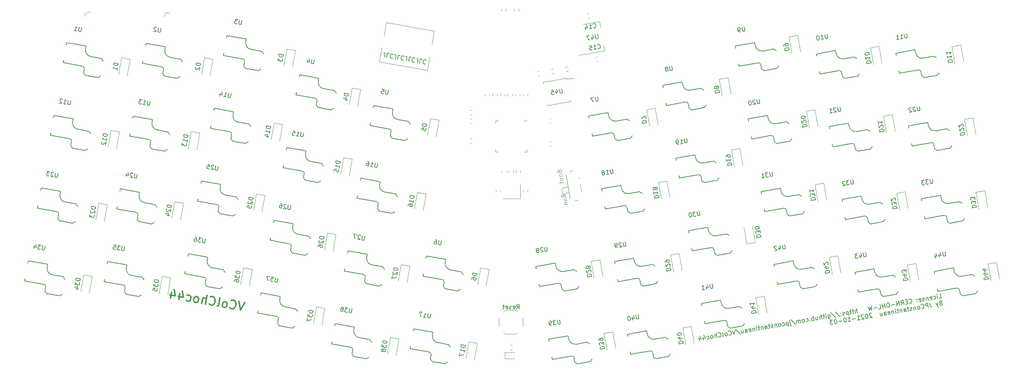
<source format=gbr>
%TF.GenerationSoftware,KiCad,Pcbnew,(5.1.10)-1*%
%TF.CreationDate,2021-10-03T17:33:34-06:00*%
%TF.ProjectId,VColMX44,56436f6c-4d58-4343-942e-6b696361645f,rev?*%
%TF.SameCoordinates,Original*%
%TF.FileFunction,Legend,Bot*%
%TF.FilePolarity,Positive*%
%FSLAX46Y46*%
G04 Gerber Fmt 4.6, Leading zero omitted, Abs format (unit mm)*
G04 Created by KiCad (PCBNEW (5.1.10)-1) date 2021-10-03 17:33:34*
%MOMM*%
%LPD*%
G01*
G04 APERTURE LIST*
%ADD10C,0.150000*%
%ADD11C,0.300000*%
%ADD12C,0.100000*%
%ADD13C,0.120000*%
G04 APERTURE END LIST*
D10*
X248385842Y-130024007D02*
X248854798Y-129941317D01*
X248681150Y-128956510D01*
X248057573Y-130081890D02*
X247941807Y-129425351D01*
X247883924Y-129097082D02*
X247939089Y-129135708D01*
X247900462Y-129190873D01*
X247845298Y-129152246D01*
X247883924Y-129097082D01*
X247900462Y-129190873D01*
X247158287Y-130192104D02*
X247260347Y-130222462D01*
X247447930Y-130189386D01*
X247533452Y-130125953D01*
X247572079Y-130070788D01*
X247602436Y-129968728D01*
X247552822Y-129687354D01*
X247489389Y-129601832D01*
X247434224Y-129563205D01*
X247332164Y-129532848D01*
X247144582Y-129565923D01*
X247059059Y-129629357D01*
X246361062Y-130332677D02*
X246463122Y-130363034D01*
X246650704Y-130329958D01*
X246736227Y-130266525D01*
X246766584Y-130164465D01*
X246700433Y-129789300D01*
X246636999Y-129703778D01*
X246534939Y-129673420D01*
X246347356Y-129706496D01*
X246261834Y-129769929D01*
X246231476Y-129871989D01*
X246248014Y-129965781D01*
X246733508Y-129976882D01*
X245784609Y-129805723D02*
X245900375Y-130462262D01*
X245801147Y-129899515D02*
X245745982Y-129860888D01*
X245643922Y-129830530D01*
X245503235Y-129855337D01*
X245417713Y-129918771D01*
X245387356Y-130020831D01*
X245478314Y-130536682D01*
X245047985Y-130564207D02*
X244962462Y-130627641D01*
X244774880Y-130660717D01*
X244672820Y-130630359D01*
X244609386Y-130544837D01*
X244601117Y-130497941D01*
X244631475Y-130395881D01*
X244716997Y-130332448D01*
X244857684Y-130307641D01*
X244943206Y-130244207D01*
X244973564Y-130142147D01*
X244965295Y-130095251D01*
X244901862Y-130009729D01*
X244799801Y-129979371D01*
X244659115Y-130004178D01*
X244573592Y-130067612D01*
X243828699Y-130779200D02*
X243930759Y-130809558D01*
X244118341Y-130776482D01*
X244203864Y-130713049D01*
X244234221Y-130610989D01*
X244168070Y-130235824D01*
X244104636Y-130150301D01*
X244002576Y-130119944D01*
X243814994Y-130153020D01*
X243729471Y-130216453D01*
X243699114Y-130318513D01*
X243715652Y-130412305D01*
X244201146Y-130423406D01*
X243351474Y-130814994D02*
X243312847Y-130870159D01*
X243368012Y-130908786D01*
X243406638Y-130853621D01*
X243351474Y-130814994D01*
X243368012Y-130908786D01*
X243260515Y-130299143D02*
X243221889Y-130354307D01*
X243277053Y-130392934D01*
X243315680Y-130337769D01*
X243260515Y-130299143D01*
X243277053Y-130392934D01*
X241569441Y-131129215D02*
X241624605Y-131167842D01*
X241773561Y-131189930D01*
X241867352Y-131173392D01*
X241999770Y-131101690D01*
X242077024Y-130991361D01*
X242107381Y-130889301D01*
X242121201Y-130693449D01*
X242096394Y-130552762D01*
X242016423Y-130373449D01*
X241952989Y-130287927D01*
X241842660Y-130210673D01*
X241693704Y-130188585D01*
X241599913Y-130205123D01*
X241467495Y-130276825D01*
X241428868Y-130331990D01*
X241072960Y-130781575D02*
X240744690Y-130839458D01*
X240694962Y-131380116D02*
X241163918Y-131297427D01*
X240990270Y-130312619D01*
X240521314Y-130395309D01*
X239710154Y-131553765D02*
X239955734Y-131026926D01*
X240272902Y-131454537D02*
X240099254Y-130469729D01*
X239724089Y-130535881D01*
X239638566Y-130599315D01*
X239599940Y-130654479D01*
X239569582Y-130756539D01*
X239594389Y-130897226D01*
X239657822Y-130982748D01*
X239712987Y-131021375D01*
X239815047Y-131051733D01*
X240190212Y-130985581D01*
X239288094Y-131628185D02*
X239114446Y-130643378D01*
X238725347Y-131727413D01*
X238551698Y-130742605D01*
X238190239Y-131434938D02*
X237439909Y-131567241D01*
X236675874Y-131073363D02*
X236488292Y-131106439D01*
X236402770Y-131169873D01*
X236325516Y-131280202D01*
X236311696Y-131476053D01*
X236369579Y-131804323D01*
X236449551Y-131983636D01*
X236559880Y-132060889D01*
X236661940Y-132091247D01*
X236849522Y-132058171D01*
X236935045Y-131994738D01*
X237012298Y-131884409D01*
X237026118Y-131688557D01*
X236968235Y-131360288D01*
X236888264Y-131180974D01*
X236777934Y-131103721D01*
X236675874Y-131073363D01*
X236005401Y-132207013D02*
X235831753Y-131222205D01*
X235914443Y-131691161D02*
X235351696Y-131790388D01*
X235442654Y-132306240D02*
X235269006Y-131321432D01*
X234504742Y-132471619D02*
X234973698Y-132388930D01*
X234800050Y-131404122D01*
X234110321Y-132154337D02*
X233359991Y-132286641D01*
X232877330Y-131743149D02*
X232816500Y-132769302D01*
X232504883Y-132098944D01*
X232441335Y-132835454D01*
X232033209Y-131891991D01*
X229580703Y-133339860D02*
X229407055Y-132355052D01*
X229158643Y-133414281D02*
X229067684Y-132898429D01*
X229098042Y-132796369D01*
X229183564Y-132732935D01*
X229324251Y-132708129D01*
X229426311Y-132738486D01*
X229481476Y-132777113D01*
X228714608Y-132815625D02*
X228339443Y-132881777D01*
X228516039Y-132512163D02*
X228664880Y-133356284D01*
X228634522Y-133458344D01*
X228549000Y-133521777D01*
X228455209Y-133538315D01*
X228151861Y-132914853D02*
X227776696Y-132981004D01*
X227953291Y-132611390D02*
X228102133Y-133455511D01*
X228071775Y-133557571D01*
X227986253Y-133621005D01*
X227892461Y-133637543D01*
X227448427Y-133038887D02*
X227622075Y-134023695D01*
X227456696Y-133085783D02*
X227354635Y-133055425D01*
X227167053Y-133088501D01*
X227081531Y-133151934D01*
X227042904Y-133207099D01*
X227012546Y-133309159D01*
X227062160Y-133590533D01*
X227125594Y-133676055D01*
X227180758Y-133714682D01*
X227282818Y-133745039D01*
X227470401Y-133711963D01*
X227555923Y-133648530D01*
X226711802Y-133797371D02*
X226626280Y-133860805D01*
X226438698Y-133893881D01*
X226336637Y-133863523D01*
X226273204Y-133778001D01*
X226264935Y-133731105D01*
X226295293Y-133629045D01*
X226380815Y-133565611D01*
X226521502Y-133540804D01*
X226607024Y-133477371D01*
X226637382Y-133375311D01*
X226629113Y-133328415D01*
X226565679Y-133242893D01*
X226463619Y-133212535D01*
X226322932Y-133237342D01*
X226237410Y-133300776D01*
X225859412Y-133899317D02*
X225820786Y-133954481D01*
X225875950Y-133993108D01*
X225914577Y-133937944D01*
X225859412Y-133899317D01*
X225875950Y-133993108D01*
X225768454Y-133383465D02*
X225729827Y-133438630D01*
X225784992Y-133477256D01*
X225823618Y-133422092D01*
X225768454Y-133383465D01*
X225784992Y-133477256D01*
X224521643Y-133168129D02*
X225589026Y-134285469D01*
X223489940Y-133350046D02*
X224557322Y-134467386D01*
X222805762Y-133857514D02*
X222946334Y-134654739D01*
X223009767Y-134740262D01*
X223064932Y-134778888D01*
X223166992Y-134809246D01*
X223307679Y-134784439D01*
X223393201Y-134721006D01*
X222913258Y-134467157D02*
X223015318Y-134497515D01*
X223202901Y-134464439D01*
X223288423Y-134401005D01*
X223327050Y-134345841D01*
X223357407Y-134243781D01*
X223307793Y-133962407D01*
X223244360Y-133876885D01*
X223189195Y-133838258D01*
X223087135Y-133807900D01*
X222899553Y-133840976D01*
X222814031Y-133904410D01*
X222452571Y-134596742D02*
X222336805Y-133940204D01*
X222278923Y-133611934D02*
X222334087Y-133650561D01*
X222295461Y-133705726D01*
X222240296Y-133667099D01*
X222278923Y-133611934D01*
X222295461Y-133705726D01*
X222008536Y-133998086D02*
X221633371Y-134064238D01*
X221809967Y-133694624D02*
X221958808Y-134538745D01*
X221928450Y-134640805D01*
X221842928Y-134704239D01*
X221749137Y-134720777D01*
X221420868Y-134778659D02*
X221247219Y-133793852D01*
X220998807Y-134853080D02*
X220907849Y-134337228D01*
X220938206Y-134235168D01*
X221023728Y-134171735D01*
X221164415Y-134146928D01*
X221266475Y-134177285D01*
X221321640Y-134215912D01*
X219992025Y-134353652D02*
X220107791Y-135010190D01*
X220414086Y-134279231D02*
X220505044Y-134795083D01*
X220474686Y-134897143D01*
X220389164Y-134960577D01*
X220248477Y-134985383D01*
X220146417Y-134955026D01*
X220091253Y-134916399D01*
X219638834Y-135092880D02*
X219465186Y-134108072D01*
X219531338Y-134483237D02*
X219429278Y-134452879D01*
X219241695Y-134485955D01*
X219156173Y-134549389D01*
X219117547Y-134604553D01*
X219087189Y-134706613D01*
X219136803Y-134987987D01*
X219200236Y-135073509D01*
X219255401Y-135112136D01*
X219357461Y-135142494D01*
X219545043Y-135109418D01*
X219630566Y-135045984D01*
X218731280Y-135156199D02*
X218692653Y-135211363D01*
X218747818Y-135249990D01*
X218786445Y-135194826D01*
X218731280Y-135156199D01*
X218747818Y-135249990D01*
X217848532Y-135360205D02*
X217950593Y-135390562D01*
X218138175Y-135357487D01*
X218223697Y-135294053D01*
X218262324Y-135238889D01*
X218292682Y-135136828D01*
X218243068Y-134855455D01*
X218179634Y-134769932D01*
X218124470Y-134731306D01*
X218022410Y-134700948D01*
X217834827Y-134734024D01*
X217749305Y-134797457D01*
X217294054Y-135506328D02*
X217379576Y-135442894D01*
X217418203Y-135387730D01*
X217448561Y-135285670D01*
X217398947Y-135004296D01*
X217335513Y-134918774D01*
X217280349Y-134880147D01*
X217178289Y-134849789D01*
X217037602Y-134874596D01*
X216952080Y-134938030D01*
X216913453Y-134993194D01*
X216883095Y-135095255D01*
X216932709Y-135376628D01*
X216996143Y-135462150D01*
X217051307Y-135500777D01*
X217153367Y-135531135D01*
X217294054Y-135506328D01*
X216543724Y-135638631D02*
X216427959Y-134982093D01*
X216444497Y-135075884D02*
X216389332Y-135037257D01*
X216287272Y-135006900D01*
X216146585Y-135031707D01*
X216061063Y-135095140D01*
X216030705Y-135197200D01*
X216121664Y-135713052D01*
X216030705Y-135197200D02*
X215967272Y-135111678D01*
X215865212Y-135081320D01*
X215724525Y-135106127D01*
X215639003Y-135169561D01*
X215608645Y-135271621D01*
X215699603Y-135787473D01*
X214345296Y-134962493D02*
X215412679Y-136079833D01*
X214083179Y-135395541D02*
X214232020Y-136239662D01*
X214295453Y-136325184D01*
X214397514Y-136355542D01*
X214444409Y-136347273D01*
X214025296Y-135067272D02*
X214080460Y-135105898D01*
X214041834Y-135161063D01*
X213986669Y-135122436D01*
X214025296Y-135067272D01*
X214041834Y-135161063D01*
X213614223Y-135478230D02*
X213787871Y-136463038D01*
X213622491Y-135525126D02*
X213520431Y-135494768D01*
X213332849Y-135527844D01*
X213247327Y-135591278D01*
X213208700Y-135646442D01*
X213178342Y-135748502D01*
X213227956Y-136029876D01*
X213291390Y-136115398D01*
X213346554Y-136154025D01*
X213448614Y-136184383D01*
X213636197Y-136151307D01*
X213721719Y-136087873D01*
X212408642Y-136319404D02*
X212510702Y-136349762D01*
X212698285Y-136316686D01*
X212783807Y-136253253D01*
X212822434Y-136198088D01*
X212852791Y-136096028D01*
X212803177Y-135814654D01*
X212739744Y-135729132D01*
X212684579Y-135690505D01*
X212582519Y-135660148D01*
X212394937Y-135693223D01*
X212309414Y-135756657D01*
X211854164Y-136465527D02*
X211939686Y-136402094D01*
X211978313Y-136346929D01*
X212008670Y-136244869D01*
X211959057Y-135963495D01*
X211895623Y-135877973D01*
X211840458Y-135839347D01*
X211738398Y-135808989D01*
X211597711Y-135833796D01*
X211512189Y-135897229D01*
X211473563Y-135952394D01*
X211443205Y-136054454D01*
X211492819Y-136335828D01*
X211556252Y-136421350D01*
X211611417Y-136459977D01*
X211713477Y-136490334D01*
X211854164Y-136465527D01*
X210988069Y-135941292D02*
X211103834Y-136597831D01*
X211004606Y-136035083D02*
X210949442Y-135996457D01*
X210847382Y-135966099D01*
X210706695Y-135990906D01*
X210621173Y-136054340D01*
X210590815Y-136156400D01*
X210681774Y-136672251D01*
X210251444Y-136699776D02*
X210165922Y-136763210D01*
X209978339Y-136796286D01*
X209876279Y-136765928D01*
X209812846Y-136680406D01*
X209804577Y-136633510D01*
X209834934Y-136531450D01*
X209920457Y-136468017D01*
X210061143Y-136443210D01*
X210146666Y-136379776D01*
X210177023Y-136277716D01*
X210168754Y-136230820D01*
X210105321Y-136145298D01*
X210003261Y-136114940D01*
X209862574Y-136139747D01*
X209777052Y-136203181D01*
X209440513Y-136214168D02*
X209065349Y-136280320D01*
X209241944Y-135910706D02*
X209390785Y-136754827D01*
X209360428Y-136856887D01*
X209274905Y-136920320D01*
X209181114Y-136936858D01*
X208430784Y-137069162D02*
X208339826Y-136553310D01*
X208370183Y-136451250D01*
X208455706Y-136387816D01*
X208643288Y-136354740D01*
X208745348Y-136385098D01*
X208422515Y-137022266D02*
X208524576Y-137052624D01*
X208759054Y-137011279D01*
X208844576Y-136947845D01*
X208874934Y-136845785D01*
X208858396Y-136751994D01*
X208794962Y-136666472D01*
X208692902Y-136636114D01*
X208458424Y-136677459D01*
X208356364Y-136647101D01*
X207846063Y-136495313D02*
X207961828Y-137151851D01*
X207862601Y-136589104D02*
X207807436Y-136550477D01*
X207705376Y-136520120D01*
X207564689Y-136544926D01*
X207479167Y-136608360D01*
X207448809Y-136710420D01*
X207539768Y-137226272D01*
X207095733Y-136627616D02*
X206720568Y-136693768D01*
X206897164Y-136324154D02*
X207046005Y-137168275D01*
X207015647Y-137270335D01*
X206930125Y-137333768D01*
X206836334Y-137350306D01*
X206508064Y-137408189D02*
X206392299Y-136751650D01*
X206334416Y-136423381D02*
X206389581Y-136462008D01*
X206350954Y-136517172D01*
X206295790Y-136478546D01*
X206334416Y-136423381D01*
X206350954Y-136517172D01*
X205923343Y-136834340D02*
X206039108Y-137490879D01*
X205939881Y-136928131D02*
X205884716Y-136889505D01*
X205782656Y-136859147D01*
X205641969Y-136883954D01*
X205556447Y-136947387D01*
X205526089Y-137049447D01*
X205617048Y-137565299D01*
X204764658Y-137667245D02*
X204866718Y-137697603D01*
X205054301Y-137664527D01*
X205139823Y-137601093D01*
X205170181Y-137499033D01*
X205104029Y-137123868D01*
X205040595Y-137038346D01*
X204938535Y-137007988D01*
X204750953Y-137041064D01*
X204665430Y-137104498D01*
X204635073Y-137206558D01*
X204651611Y-137300349D01*
X205137105Y-137311451D01*
X203881910Y-137871251D02*
X203790952Y-137355399D01*
X203821310Y-137253339D01*
X203906832Y-137189905D01*
X204094414Y-137156829D01*
X204196474Y-137187187D01*
X203873641Y-137824355D02*
X203975702Y-137854713D01*
X204210180Y-137813368D01*
X204295702Y-137749934D01*
X204326060Y-137647874D01*
X204309522Y-137554083D01*
X204246088Y-137468561D01*
X204144028Y-137438203D01*
X203909550Y-137479548D01*
X203807490Y-137449190D01*
X202875128Y-137371822D02*
X202990894Y-138028361D01*
X203297189Y-137297402D02*
X203388147Y-137813254D01*
X203357790Y-137915314D01*
X203272268Y-137978747D01*
X203131581Y-138003554D01*
X203029521Y-137973196D01*
X202974356Y-137934570D01*
X201636587Y-137203382D02*
X202703969Y-138320722D01*
X201457273Y-137283353D02*
X201302652Y-138326044D01*
X200800735Y-137399119D01*
X200066828Y-138447245D02*
X200121993Y-138485872D01*
X200270949Y-138507961D01*
X200364740Y-138491423D01*
X200497158Y-138419720D01*
X200574411Y-138309391D01*
X200604769Y-138207331D01*
X200618589Y-138011480D01*
X200593782Y-137870793D01*
X200513810Y-137691479D01*
X200450377Y-137605957D01*
X200340048Y-137528704D01*
X200191092Y-137506615D01*
X200097301Y-137523153D01*
X199964883Y-137594855D01*
X199926256Y-137650020D01*
X199520619Y-138640264D02*
X199606141Y-138576831D01*
X199644768Y-138521666D01*
X199675126Y-138419606D01*
X199625512Y-138138232D01*
X199562078Y-138052710D01*
X199506914Y-138014083D01*
X199404854Y-137983726D01*
X199264167Y-138008532D01*
X199178644Y-138071966D01*
X199140018Y-138127131D01*
X199109660Y-138229191D01*
X199159274Y-138510564D01*
X199222707Y-138596087D01*
X199277872Y-138634713D01*
X199379932Y-138665071D01*
X199520619Y-138640264D01*
X198629602Y-138797374D02*
X198715125Y-138733941D01*
X198745482Y-138631881D01*
X198596641Y-137787760D01*
X197675152Y-138868962D02*
X197730317Y-138907589D01*
X197879273Y-138929678D01*
X197973064Y-138913140D01*
X198105482Y-138841437D01*
X198182735Y-138731108D01*
X198213093Y-138629048D01*
X198226913Y-138433197D01*
X198202106Y-138292510D01*
X198122134Y-138113196D01*
X198058701Y-138027674D01*
X197948372Y-137950421D01*
X197799416Y-137928332D01*
X197705625Y-137944870D01*
X197573207Y-138016572D01*
X197534580Y-138071737D01*
X197269630Y-139037174D02*
X197095982Y-138052366D01*
X196847569Y-139111595D02*
X196756611Y-138595743D01*
X196786968Y-138493683D01*
X196872491Y-138430249D01*
X197013178Y-138405443D01*
X197115238Y-138435800D01*
X197170402Y-138474427D01*
X196237926Y-139219091D02*
X196323449Y-139155658D01*
X196362075Y-139100493D01*
X196392433Y-138998433D01*
X196342819Y-138717059D01*
X196279386Y-138631537D01*
X196224221Y-138592911D01*
X196122161Y-138562553D01*
X195981474Y-138587360D01*
X195895952Y-138650793D01*
X195857325Y-138705958D01*
X195826968Y-138808018D01*
X195876581Y-139089392D01*
X195940015Y-139174914D01*
X195995179Y-139213541D01*
X196097240Y-139243898D01*
X196237926Y-139219091D01*
X195057267Y-139378920D02*
X195159327Y-139409277D01*
X195346910Y-139376202D01*
X195432432Y-139312768D01*
X195471059Y-139257603D01*
X195501417Y-139155543D01*
X195451803Y-138874170D01*
X195388369Y-138788647D01*
X195333205Y-138750021D01*
X195231144Y-138719663D01*
X195043562Y-138752739D01*
X194958040Y-138816172D01*
X194105650Y-138918118D02*
X194221415Y-139574657D01*
X194273976Y-138501608D02*
X194632489Y-139163698D01*
X194022846Y-139271194D01*
X193167738Y-139083497D02*
X193283503Y-139740036D01*
X193336064Y-138666988D02*
X193694577Y-139329077D01*
X193084934Y-139436573D01*
X248722089Y-131108281D02*
X248589671Y-131179984D01*
X248551045Y-131235148D01*
X248520687Y-131337209D01*
X248545494Y-131477895D01*
X248608927Y-131563418D01*
X248664092Y-131602044D01*
X248766152Y-131632402D01*
X249141317Y-131566250D01*
X248967669Y-130581443D01*
X248639399Y-130639325D01*
X248553877Y-130702759D01*
X248515251Y-130757923D01*
X248484893Y-130859984D01*
X248501431Y-130953775D01*
X248564864Y-131039297D01*
X248620029Y-131077924D01*
X248722089Y-131108281D01*
X249050358Y-131050399D01*
X248134535Y-131066822D02*
X248015822Y-131764705D01*
X247665579Y-131149512D02*
X248015822Y-131764705D01*
X248150958Y-131982645D01*
X248206123Y-132021272D01*
X248308183Y-132051630D01*
X246200828Y-131069311D02*
X246324862Y-131772745D01*
X246396565Y-131905163D01*
X246506894Y-131982416D01*
X246655850Y-132004505D01*
X246749641Y-131987967D01*
X245905520Y-132136809D02*
X245731872Y-131152001D01*
X245356707Y-131218153D01*
X245271185Y-131281586D01*
X245232558Y-131336751D01*
X245202200Y-131438811D01*
X245227007Y-131579498D01*
X245290441Y-131665020D01*
X245345605Y-131703646D01*
X245447665Y-131734004D01*
X245822830Y-131667852D01*
X244341427Y-132315893D02*
X244396592Y-132354520D01*
X244545547Y-132376608D01*
X244639339Y-132360071D01*
X244771756Y-132288368D01*
X244849010Y-132178039D01*
X244879367Y-132075979D01*
X244893187Y-131880127D01*
X244868380Y-131739440D01*
X244788409Y-131560127D01*
X244724975Y-131474605D01*
X244614646Y-131397351D01*
X244465690Y-131375263D01*
X244371899Y-131391801D01*
X244239481Y-131463503D01*
X244200855Y-131518668D01*
X243795218Y-132508912D02*
X243880740Y-132445478D01*
X243919367Y-132390314D01*
X243949724Y-132288254D01*
X243900110Y-132006880D01*
X243836677Y-131921358D01*
X243781512Y-131882731D01*
X243679452Y-131852373D01*
X243538765Y-131877180D01*
X243453243Y-131940614D01*
X243414616Y-131995778D01*
X243384259Y-132097838D01*
X243433873Y-132379212D01*
X243497306Y-132464734D01*
X243552471Y-132503361D01*
X243654531Y-132533719D01*
X243795218Y-132508912D01*
X242929122Y-131984677D02*
X243044888Y-132641215D01*
X242945660Y-132078468D02*
X242890496Y-132039841D01*
X242788436Y-132009484D01*
X242647749Y-132034290D01*
X242562227Y-132097724D01*
X242531869Y-132199784D01*
X242622827Y-132715636D01*
X242192498Y-132743161D02*
X242106976Y-132806594D01*
X241919393Y-132839670D01*
X241817333Y-132809313D01*
X241753900Y-132723790D01*
X241745631Y-132676895D01*
X241775988Y-132574835D01*
X241861511Y-132511401D01*
X242002197Y-132486594D01*
X242087720Y-132423161D01*
X242118077Y-132321100D01*
X242109808Y-132274205D01*
X242046375Y-132188683D01*
X241944315Y-132158325D01*
X241803628Y-132183132D01*
X241718106Y-132246565D01*
X241381567Y-132257552D02*
X241006403Y-132323704D01*
X241182998Y-131954090D02*
X241331839Y-132798211D01*
X241301481Y-132900271D01*
X241215959Y-132963705D01*
X241122168Y-132980243D01*
X240371838Y-133112546D02*
X240280880Y-132596694D01*
X240311237Y-132494634D01*
X240396760Y-132431201D01*
X240584342Y-132398125D01*
X240686402Y-132428482D01*
X240363569Y-133065650D02*
X240465629Y-133096008D01*
X240700108Y-133054663D01*
X240785630Y-132991230D01*
X240815987Y-132889170D01*
X240799450Y-132795378D01*
X240736016Y-132709856D01*
X240633956Y-132679498D01*
X240399478Y-132720843D01*
X240297418Y-132690485D01*
X239787117Y-132538697D02*
X239902882Y-133195236D01*
X239803655Y-132632488D02*
X239748490Y-132593862D01*
X239646430Y-132563504D01*
X239505743Y-132588311D01*
X239420221Y-132651744D01*
X239389863Y-132753805D01*
X239480822Y-133269656D01*
X239036787Y-132671000D02*
X238661622Y-132737152D01*
X238838217Y-132367538D02*
X238987059Y-133211659D01*
X238956701Y-133313719D01*
X238871179Y-133377153D01*
X238777388Y-133393691D01*
X238449118Y-133451573D02*
X238333353Y-132795035D01*
X238275470Y-132466766D02*
X238330635Y-132505392D01*
X238292008Y-132560557D01*
X238236844Y-132521930D01*
X238275470Y-132466766D01*
X238292008Y-132560557D01*
X237864397Y-132877724D02*
X237980162Y-133534263D01*
X237880935Y-132971516D02*
X237825770Y-132932889D01*
X237723710Y-132902531D01*
X237583023Y-132927338D01*
X237497501Y-132990772D01*
X237467143Y-133092832D01*
X237558102Y-133608684D01*
X236705712Y-133710629D02*
X236807772Y-133740987D01*
X236995355Y-133707911D01*
X237080877Y-133644478D01*
X237111234Y-133542417D01*
X237045083Y-133167253D01*
X236981649Y-133081730D01*
X236879589Y-133051373D01*
X236692007Y-133084448D01*
X236606484Y-133147882D01*
X236576127Y-133249942D01*
X236592665Y-133343733D01*
X237078159Y-133354835D01*
X235822964Y-133914635D02*
X235732006Y-133398783D01*
X235762363Y-133296723D01*
X235847886Y-133233290D01*
X236035468Y-133200214D01*
X236137528Y-133230572D01*
X235814695Y-133867740D02*
X235916756Y-133898097D01*
X236151234Y-133856752D01*
X236236756Y-133793319D01*
X236267114Y-133691259D01*
X236250576Y-133597468D01*
X236187142Y-133511945D01*
X236085082Y-133481588D01*
X235850604Y-133522932D01*
X235748544Y-133492575D01*
X234816182Y-133415207D02*
X234931948Y-134071745D01*
X235238243Y-133340786D02*
X235329201Y-133856638D01*
X235298844Y-133958698D01*
X235213321Y-134022132D01*
X235072635Y-134046939D01*
X234970574Y-134016581D01*
X234915410Y-133977954D01*
X232852118Y-133519756D02*
X232796953Y-133481130D01*
X232694893Y-133450772D01*
X232460415Y-133492117D01*
X232374893Y-133555550D01*
X232336266Y-133610715D01*
X232305908Y-133712775D01*
X232322446Y-133806566D01*
X232394149Y-133938984D01*
X233056124Y-134402504D01*
X232446481Y-134510000D01*
X231663190Y-133632689D02*
X231569398Y-133649227D01*
X231483876Y-133712661D01*
X231445249Y-133767825D01*
X231414892Y-133869885D01*
X231401072Y-134065737D01*
X231442417Y-134300215D01*
X231522388Y-134479528D01*
X231585822Y-134565050D01*
X231640986Y-134603677D01*
X231743047Y-134634035D01*
X231836838Y-134617497D01*
X231922360Y-134554063D01*
X231960987Y-134498899D01*
X231991344Y-134396839D01*
X232005164Y-134200987D01*
X231963819Y-133966509D01*
X231883848Y-133787196D01*
X231820414Y-133701673D01*
X231765250Y-133663047D01*
X231663190Y-133632689D01*
X230976293Y-133850515D02*
X230921129Y-133811888D01*
X230819069Y-133781530D01*
X230584591Y-133822875D01*
X230499068Y-133886309D01*
X230460442Y-133941473D01*
X230430084Y-134043533D01*
X230446622Y-134137325D01*
X230518324Y-134269743D01*
X231180299Y-134733262D01*
X230570656Y-134840759D01*
X229632744Y-135006138D02*
X230195491Y-134906910D01*
X229914118Y-134956524D02*
X229740470Y-133971716D01*
X229859068Y-134095865D01*
X229969397Y-134173119D01*
X230071457Y-134203476D01*
X229144532Y-134705394D02*
X228394202Y-134837697D01*
X227475546Y-135386510D02*
X228038294Y-135287283D01*
X227756920Y-135336896D02*
X227583272Y-134352089D01*
X227701870Y-134476238D01*
X227812199Y-134553491D01*
X227914259Y-134583849D01*
X226692255Y-134509199D02*
X226598464Y-134525737D01*
X226512942Y-134589170D01*
X226474315Y-134644335D01*
X226443957Y-134746395D01*
X226430138Y-134942247D01*
X226471482Y-135176725D01*
X226551454Y-135356038D01*
X226614887Y-135441560D01*
X226670052Y-135480187D01*
X226772112Y-135510545D01*
X226865903Y-135494007D01*
X226951426Y-135430573D01*
X226990052Y-135375409D01*
X227020410Y-135273348D01*
X227034230Y-135077497D01*
X226992885Y-134843019D01*
X226912913Y-134663706D01*
X226849480Y-134578183D01*
X226794315Y-134539557D01*
X226692255Y-134509199D01*
X226049422Y-135251145D02*
X225299092Y-135383449D01*
X224535057Y-134889571D02*
X224441266Y-134906109D01*
X224355744Y-134969543D01*
X224317117Y-135024707D01*
X224286759Y-135126767D01*
X224272940Y-135322619D01*
X224314285Y-135557097D01*
X224394256Y-135736410D01*
X224457689Y-135821932D01*
X224512854Y-135860559D01*
X224614914Y-135890917D01*
X224708705Y-135874379D01*
X224794228Y-135810945D01*
X224832854Y-135755781D01*
X224863212Y-135653721D01*
X224877032Y-135457869D01*
X224835687Y-135223391D01*
X224755716Y-135044078D01*
X224692282Y-134958555D01*
X224637117Y-134919929D01*
X224535057Y-134889571D01*
X223878519Y-135005337D02*
X223268876Y-135112833D01*
X223663297Y-135430115D01*
X223522610Y-135454922D01*
X223437088Y-135518356D01*
X223398461Y-135573520D01*
X223368103Y-135675580D01*
X223409448Y-135910058D01*
X223472882Y-135995581D01*
X223528046Y-136034207D01*
X223630106Y-136064565D01*
X223911480Y-136014951D01*
X223997002Y-135951518D01*
X224035629Y-135896353D01*
D11*
X88725186Y-130926351D02*
X87721351Y-132780201D01*
X87412109Y-130694821D01*
X85315856Y-132162633D02*
X85393109Y-132272962D01*
X85657945Y-132416367D01*
X85845527Y-132449443D01*
X86143439Y-132405266D01*
X86364097Y-132250759D01*
X86490964Y-132079714D01*
X86650907Y-131721088D01*
X86700521Y-131439714D01*
X86672881Y-131048011D01*
X86612166Y-130843891D01*
X86457659Y-130623232D01*
X86192823Y-130479828D01*
X86005241Y-130446752D01*
X85707329Y-130490929D01*
X85597000Y-130568182D01*
X84157285Y-132151760D02*
X84361405Y-132091045D01*
X84471735Y-132013792D01*
X84598602Y-131842747D01*
X84697829Y-131280000D01*
X84637114Y-131075880D01*
X84559861Y-130965550D01*
X84388816Y-130838683D01*
X84107442Y-130789070D01*
X83903322Y-130849785D01*
X83792993Y-130927038D01*
X83666126Y-131098083D01*
X83566898Y-131660830D01*
X83627614Y-131864950D01*
X83704867Y-131975280D01*
X83875911Y-132102147D01*
X84157285Y-132151760D01*
X82375252Y-131837540D02*
X82579372Y-131776825D01*
X82706239Y-131605780D01*
X83003922Y-129917538D01*
X80532504Y-131319199D02*
X80609757Y-131429528D01*
X80874593Y-131572933D01*
X81062175Y-131606009D01*
X81360087Y-131561832D01*
X81580745Y-131407325D01*
X81707612Y-131236280D01*
X81867555Y-130877654D01*
X81917169Y-130596280D01*
X81889529Y-130204577D01*
X81828814Y-130000457D01*
X81674307Y-129779798D01*
X81409471Y-129636394D01*
X81221889Y-129603318D01*
X80923977Y-129647495D01*
X80813648Y-129724748D01*
X79655307Y-131357940D02*
X80002603Y-129388325D01*
X78811186Y-131209099D02*
X78993103Y-130177396D01*
X79119970Y-130006351D01*
X79324090Y-129945636D01*
X79605464Y-129995249D01*
X79776509Y-130122116D01*
X79853762Y-130232446D01*
X77591900Y-130994106D02*
X77796020Y-130933391D01*
X77906350Y-130856137D01*
X78033217Y-130685093D01*
X78132444Y-130122345D01*
X78071729Y-129918225D01*
X77994476Y-129807896D01*
X77823431Y-129681029D01*
X77542057Y-129631415D01*
X77337937Y-129692131D01*
X77227608Y-129769384D01*
X77100741Y-129940428D01*
X77001513Y-130503176D01*
X77062229Y-130707296D01*
X77139482Y-130817625D01*
X77310526Y-130944492D01*
X77591900Y-130994106D01*
X75263658Y-130486867D02*
X75434702Y-130613734D01*
X75809867Y-130679885D01*
X76013987Y-130619170D01*
X76124317Y-130541917D01*
X76251184Y-130370872D01*
X76350411Y-129808125D01*
X76289696Y-129604005D01*
X76212442Y-129493675D01*
X76041398Y-129366808D01*
X75666233Y-129300657D01*
X75462113Y-129361372D01*
X73790409Y-128969898D02*
X73558878Y-130282975D01*
X74391668Y-128302258D02*
X74612555Y-129791816D01*
X73393270Y-129576823D01*
X71914584Y-128639140D02*
X71683054Y-129952217D01*
X72515844Y-127971500D02*
X72736731Y-129461058D01*
X71517445Y-129246065D01*
D10*
X151238095Y-132452380D02*
X151571428Y-131976190D01*
X151809523Y-132452380D02*
X151809523Y-131452380D01*
X151428571Y-131452380D01*
X151333333Y-131500000D01*
X151285714Y-131547619D01*
X151238095Y-131642857D01*
X151238095Y-131785714D01*
X151285714Y-131880952D01*
X151333333Y-131928571D01*
X151428571Y-131976190D01*
X151809523Y-131976190D01*
X150428571Y-132404761D02*
X150523809Y-132452380D01*
X150714285Y-132452380D01*
X150809523Y-132404761D01*
X150857142Y-132309523D01*
X150857142Y-131928571D01*
X150809523Y-131833333D01*
X150714285Y-131785714D01*
X150523809Y-131785714D01*
X150428571Y-131833333D01*
X150380952Y-131928571D01*
X150380952Y-132023809D01*
X150857142Y-132119047D01*
X150000000Y-132404761D02*
X149904761Y-132452380D01*
X149714285Y-132452380D01*
X149619047Y-132404761D01*
X149571428Y-132309523D01*
X149571428Y-132261904D01*
X149619047Y-132166666D01*
X149714285Y-132119047D01*
X149857142Y-132119047D01*
X149952380Y-132071428D01*
X150000000Y-131976190D01*
X150000000Y-131928571D01*
X149952380Y-131833333D01*
X149857142Y-131785714D01*
X149714285Y-131785714D01*
X149619047Y-131833333D01*
X148761904Y-132404761D02*
X148857142Y-132452380D01*
X149047619Y-132452380D01*
X149142857Y-132404761D01*
X149190476Y-132309523D01*
X149190476Y-131928571D01*
X149142857Y-131833333D01*
X149047619Y-131785714D01*
X148857142Y-131785714D01*
X148761904Y-131833333D01*
X148714285Y-131928571D01*
X148714285Y-132023809D01*
X149190476Y-132119047D01*
X148428571Y-131785714D02*
X148047619Y-131785714D01*
X148285714Y-131452380D02*
X148285714Y-132309523D01*
X148238095Y-132404761D01*
X148142857Y-132452380D01*
X148047619Y-132452380D01*
D12*
X161042946Y-100901441D02*
X161114649Y-101033859D01*
X161169813Y-101072486D01*
X161271873Y-101102843D01*
X161412560Y-101078036D01*
X161498082Y-101014603D01*
X161536709Y-100959438D01*
X161567067Y-100857378D01*
X161500915Y-100482213D01*
X160516107Y-100655862D01*
X160573990Y-100984131D01*
X160637424Y-101069653D01*
X160692588Y-101108280D01*
X160794648Y-101138637D01*
X160888440Y-101122099D01*
X160973962Y-101058666D01*
X161012588Y-101003501D01*
X161042946Y-100901441D01*
X160985063Y-100573172D01*
X161699370Y-101607708D02*
X161635937Y-101522186D01*
X161580772Y-101483559D01*
X161478712Y-101453201D01*
X161197338Y-101502815D01*
X161111816Y-101566249D01*
X161073189Y-101621413D01*
X161042832Y-101723473D01*
X161067638Y-101864160D01*
X161131072Y-101949682D01*
X161186237Y-101988309D01*
X161288297Y-102018667D01*
X161569670Y-101969053D01*
X161655193Y-101905620D01*
X161693819Y-101850455D01*
X161724177Y-101748395D01*
X161699370Y-101607708D01*
X161856480Y-102498724D02*
X161793047Y-102413202D01*
X161737882Y-102374576D01*
X161635822Y-102344218D01*
X161354448Y-102393832D01*
X161268926Y-102457265D01*
X161230300Y-102512430D01*
X161199942Y-102614490D01*
X161224749Y-102755177D01*
X161288182Y-102840699D01*
X161343347Y-102879326D01*
X161445407Y-102909683D01*
X161726781Y-102860070D01*
X161812303Y-102796636D01*
X161850930Y-102741471D01*
X161881287Y-102639411D01*
X161856480Y-102498724D01*
X161307438Y-103224133D02*
X161373590Y-103599298D01*
X161003976Y-103422702D02*
X161848097Y-103273861D01*
X161950157Y-103304219D01*
X162013591Y-103389741D01*
X162030129Y-103483532D01*
X162584149Y-106625538D02*
X162057310Y-106379958D01*
X162484921Y-106062791D02*
X161500114Y-106236439D01*
X161566265Y-106611604D01*
X161629699Y-106697126D01*
X161684863Y-106735753D01*
X161786924Y-106766110D01*
X161927610Y-106741303D01*
X162013133Y-106677870D01*
X162051759Y-106622705D01*
X162082117Y-106520645D01*
X162015965Y-106145480D01*
X162076452Y-107585424D02*
X162732990Y-107469659D01*
X162002031Y-107163364D02*
X162517883Y-107072405D01*
X162619943Y-107102763D01*
X162683376Y-107188285D01*
X162708183Y-107328972D01*
X162677826Y-107431032D01*
X162639199Y-107486197D01*
X162159141Y-108054380D02*
X162815680Y-107938615D01*
X162252933Y-108037842D02*
X162214306Y-108093007D01*
X162183948Y-108195067D01*
X162208755Y-108335754D01*
X162272189Y-108421276D01*
X162374249Y-108451634D01*
X162890100Y-108360675D01*
D10*
X120856033Y-74487210D02*
X120980067Y-73783776D01*
X120957978Y-73634820D01*
X120880725Y-73524491D01*
X120748307Y-73452788D01*
X120654516Y-73436250D01*
X121967593Y-73667781D02*
X121498637Y-73585092D01*
X121324989Y-74569899D01*
X122842071Y-73918683D02*
X122803445Y-73863518D01*
X122671027Y-73791816D01*
X122577236Y-73775278D01*
X122428280Y-73797366D01*
X122317951Y-73874620D01*
X122254517Y-73960142D01*
X122174546Y-74139455D01*
X122149739Y-74280142D01*
X122163559Y-74475994D01*
X122193916Y-74578054D01*
X122271170Y-74688383D01*
X122403588Y-74760085D01*
X122497379Y-74776623D01*
X122646335Y-74754535D01*
X122701499Y-74715908D01*
X123388395Y-74933734D02*
X123512430Y-74230300D01*
X123490341Y-74081344D01*
X123413088Y-73971015D01*
X123280670Y-73899312D01*
X123186879Y-73882774D01*
X124499956Y-74114305D02*
X124031000Y-74031616D01*
X123857351Y-75016423D01*
X125374434Y-74365207D02*
X125335808Y-74310042D01*
X125203390Y-74238340D01*
X125109599Y-74221802D01*
X124960643Y-74243890D01*
X124850314Y-74321144D01*
X124786880Y-74406666D01*
X124706909Y-74585979D01*
X124682102Y-74726666D01*
X124695922Y-74922518D01*
X124726279Y-75024578D01*
X124803533Y-75134907D01*
X124935950Y-75206609D01*
X125029742Y-75223147D01*
X125178697Y-75201059D01*
X125233862Y-75162432D01*
X125920758Y-75380258D02*
X126044793Y-74676823D01*
X126022704Y-74527868D01*
X125945451Y-74417539D01*
X125813033Y-74345836D01*
X125719241Y-74329298D01*
X127032318Y-74560829D02*
X126563362Y-74478139D01*
X126389714Y-75462947D01*
X127906797Y-74811730D02*
X127868170Y-74756566D01*
X127735753Y-74684863D01*
X127641961Y-74668326D01*
X127493006Y-74690414D01*
X127382676Y-74767668D01*
X127319243Y-74853190D01*
X127239271Y-75032503D01*
X127214465Y-75173190D01*
X127228284Y-75369041D01*
X127258642Y-75471102D01*
X127335895Y-75581431D01*
X127468313Y-75653133D01*
X127562104Y-75669671D01*
X127711060Y-75647582D01*
X127766225Y-75608956D01*
X128453121Y-75826781D02*
X128577155Y-75123347D01*
X128555067Y-74974392D01*
X128477813Y-74864062D01*
X128345395Y-74792360D01*
X128251604Y-74775822D01*
X129564681Y-75007353D02*
X129095725Y-74924663D01*
X128922077Y-75909471D01*
X130439160Y-75258254D02*
X130400533Y-75203090D01*
X130268115Y-75131387D01*
X130174324Y-75114849D01*
X130025368Y-75136938D01*
X129915039Y-75214191D01*
X129851606Y-75299714D01*
X129771634Y-75479027D01*
X129746827Y-75619714D01*
X129760647Y-75815565D01*
X129791005Y-75917626D01*
X129868258Y-76027955D01*
X130000676Y-76099657D01*
X130094467Y-76116195D01*
X130243423Y-76094106D01*
X130298588Y-76055480D01*
D13*
%TO.C,SW2*%
X148200000Y-133200000D02*
X148650000Y-132750000D01*
X151600000Y-133200000D02*
X151150000Y-132750000D01*
X151600000Y-137800000D02*
X151150000Y-138250000D01*
X148200000Y-137800000D02*
X148650000Y-138250000D01*
X152650000Y-136500000D02*
X152650000Y-134500000D01*
X148650000Y-132750000D02*
X151150000Y-132750000D01*
X147150000Y-136500000D02*
X147150000Y-134500000D01*
X148650000Y-138250000D02*
X151150000Y-138250000D01*
%TO.C,U46*%
X152960000Y-89140000D02*
X153610000Y-89140000D01*
X146390000Y-96360000D02*
X146390000Y-95710000D01*
X147040000Y-96360000D02*
X146390000Y-96360000D01*
X153610000Y-96360000D02*
X153610000Y-95710000D01*
X152960000Y-96360000D02*
X153610000Y-96360000D01*
X146390000Y-89140000D02*
X146390000Y-89790000D01*
X147040000Y-89140000D02*
X146390000Y-89140000D01*
%TO.C,Y1*%
X152100000Y-103750000D02*
X152100000Y-107050000D01*
X152100000Y-107050000D02*
X148100000Y-107050000D01*
%TO.C,U47*%
X170288843Y-66310138D02*
X170507639Y-67550995D01*
X171473123Y-73026526D02*
X171254326Y-71785669D01*
X166585965Y-66963055D02*
X170288843Y-66310138D01*
X165554428Y-74070152D02*
X171473123Y-73026526D01*
%TO.C,U45*%
X160973191Y-85183601D02*
X158289590Y-85656792D01*
X158289590Y-85656792D02*
X158244442Y-85400742D01*
X160973191Y-85183601D02*
X163656792Y-84710410D01*
X163656792Y-84710410D02*
X163611644Y-84454360D01*
X160026809Y-79816399D02*
X157343208Y-80289590D01*
X157343208Y-80289590D02*
X157388356Y-80545640D01*
X160026809Y-79816399D02*
X162710410Y-79343208D01*
X162710410Y-79343208D02*
X162755558Y-79599258D01*
X162755558Y-79599258D02*
X164405111Y-79308397D01*
%TO.C,SW1*%
X165609877Y-102426783D02*
X165575148Y-102229822D01*
X162018988Y-105903148D02*
X161777449Y-105742653D01*
X161793245Y-104622898D02*
X161621165Y-104856326D01*
X163289390Y-105679142D02*
X162018988Y-105903148D01*
X161777449Y-105742653D02*
X161621165Y-104856326D01*
X161793245Y-104622898D02*
X163063647Y-104398892D01*
X163541180Y-107107113D02*
X162551385Y-101493709D01*
X166130822Y-105381206D02*
X165835620Y-103707033D01*
X165418023Y-107385431D02*
X164640025Y-107522613D01*
X163441852Y-100727440D02*
X164219850Y-100590258D01*
%TO.C,R8*%
X150262258Y-140827500D02*
X149787742Y-140827500D01*
X150262258Y-141872500D02*
X149787742Y-141872500D01*
%TO.C,R7*%
X151077500Y-100562742D02*
X151077500Y-101037258D01*
X152122500Y-100562742D02*
X152122500Y-101037258D01*
%TO.C,R6*%
X147477500Y-83012742D02*
X147477500Y-83487258D01*
X148522500Y-83012742D02*
X148522500Y-83487258D01*
%TO.C,R5*%
X149227500Y-83012742D02*
X149227500Y-83487258D01*
X150272500Y-83012742D02*
X150272500Y-83487258D01*
%TO.C,R4*%
X162607078Y-77805761D02*
X163074385Y-77723363D01*
X162425615Y-76776637D02*
X162892922Y-76694239D01*
%TO.C,R3*%
X159642922Y-77194239D02*
X159175615Y-77276637D01*
X159824385Y-78223363D02*
X159357078Y-78305761D01*
%TO.C,R2*%
X147727500Y-63437742D02*
X147727500Y-63912258D01*
X148772500Y-63437742D02*
X148772500Y-63912258D01*
%TO.C,R1*%
X150727500Y-63437742D02*
X150727500Y-63912258D01*
X151772500Y-63437742D02*
X151772500Y-63912258D01*
%TO.C,D45*%
X150812000Y-143935000D02*
X148527000Y-143935000D01*
X148527000Y-143935000D02*
X148527000Y-142465000D01*
X148527000Y-142465000D02*
X150812000Y-142465000D01*
%TO.C,C16*%
X146490000Y-105159420D02*
X146490000Y-105440580D01*
X147510000Y-105159420D02*
X147510000Y-105440580D01*
%TO.C,C15*%
X169799884Y-74473337D02*
X169522995Y-74522160D01*
X169977005Y-75477840D02*
X169700116Y-75526663D01*
%TO.C,C14*%
X167700116Y-65526663D02*
X167977005Y-65477840D01*
X167522995Y-64522160D02*
X167799884Y-64473337D01*
%TO.C,C13*%
X153810000Y-105440580D02*
X153810000Y-105159420D01*
X152790000Y-105440580D02*
X152790000Y-105159420D01*
%TO.C,C12*%
X145010000Y-83390580D02*
X145010000Y-83109420D01*
X143990000Y-83390580D02*
X143990000Y-83109420D01*
%TO.C,C11*%
X146760000Y-83365580D02*
X146760000Y-83084420D01*
X145740000Y-83365580D02*
X145740000Y-83084420D01*
%TO.C,C10*%
X158859420Y-89710000D02*
X159140580Y-89710000D01*
X158859420Y-88690000D02*
X159140580Y-88690000D01*
%TO.C,C9*%
X156299884Y-77807937D02*
X156022995Y-77856760D01*
X156477005Y-78812440D02*
X156200116Y-78861263D01*
%TO.C,C8*%
X152010000Y-83365580D02*
X152010000Y-83084420D01*
X150990000Y-83365580D02*
X150990000Y-83084420D01*
%TO.C,C7*%
X149490000Y-100684420D02*
X149490000Y-100965580D01*
X150510000Y-100684420D02*
X150510000Y-100965580D01*
%TO.C,C6*%
X140890580Y-86740000D02*
X140609420Y-86740000D01*
X140890580Y-87760000D02*
X140609420Y-87760000D01*
%TO.C,C5*%
X140865580Y-93290000D02*
X140584420Y-93290000D01*
X140865580Y-94310000D02*
X140584420Y-94310000D01*
%TO.C,C4*%
X158859420Y-95010000D02*
X159140580Y-95010000D01*
X158859420Y-93990000D02*
X159140580Y-93990000D01*
%TO.C,C3*%
X140915580Y-88740000D02*
X140634420Y-88740000D01*
X140915580Y-89760000D02*
X140634420Y-89760000D01*
%TO.C,C2*%
X153760000Y-83365580D02*
X153760000Y-83084420D01*
X152740000Y-83365580D02*
X152740000Y-83084420D01*
%TO.C,C1*%
X147890000Y-100684420D02*
X147890000Y-100965580D01*
X148910000Y-100684420D02*
X148910000Y-100965580D01*
%TO.C,D30*%
X206088516Y-117167169D02*
X205411288Y-113326419D01*
X204118901Y-117514466D02*
X203441673Y-113673715D01*
X206088516Y-117167169D02*
X204118901Y-117514466D01*
%TO.C,D22*%
X254161484Y-88832731D02*
X254838712Y-92673481D01*
X256131099Y-88485434D02*
X256808327Y-92326185D01*
X254161484Y-88832731D02*
X256131099Y-88485434D01*
D10*
%TO.C,U30*%
X191497776Y-118531461D02*
X191601964Y-119122345D01*
X199538710Y-115184316D02*
X197076691Y-115618437D01*
X197365703Y-120136896D02*
X196786475Y-119731316D01*
X196612827Y-118746508D02*
X196786475Y-119731316D01*
X191601964Y-119122345D02*
X196033599Y-118340929D01*
X200117938Y-115589896D02*
X199538710Y-115184316D01*
X200725706Y-119036723D02*
X200320127Y-119615951D01*
X200320127Y-119615951D02*
X197365703Y-120136896D01*
X195339007Y-114401698D02*
X195217453Y-113712332D01*
X195217453Y-113712332D02*
X190785818Y-114493749D01*
X190785818Y-114493749D02*
X190872642Y-114986153D01*
X196033599Y-118340928D02*
G75*
G02*
X196612827Y-118746508I86824J-492404D01*
G01*
X197076691Y-115618436D02*
G75*
G02*
X195339007Y-114401698I-260473J1477211D01*
G01*
%TO.C,U41*%
X194449776Y-135273461D02*
X194553964Y-135864345D01*
X202490710Y-131926316D02*
X200028691Y-132360437D01*
X200317703Y-136878896D02*
X199738475Y-136473316D01*
X199564827Y-135488508D02*
X199738475Y-136473316D01*
X194553964Y-135864345D02*
X198985599Y-135082929D01*
X203069938Y-132331896D02*
X202490710Y-131926316D01*
X203677706Y-135778723D02*
X203272127Y-136357951D01*
X203272127Y-136357951D02*
X200317703Y-136878896D01*
X198291007Y-131143698D02*
X198169453Y-130454332D01*
X198169453Y-130454332D02*
X193737818Y-131235749D01*
X193737818Y-131235749D02*
X193824642Y-131728153D01*
X198985599Y-135082928D02*
G75*
G02*
X199564827Y-135488508I86824J-492404D01*
G01*
X200028691Y-132360436D02*
G75*
G02*
X198291007Y-131143698I-260473J1477211D01*
G01*
D13*
%TO.C,D41*%
X206161484Y-129832831D02*
X208131099Y-129485534D01*
X208131099Y-129485534D02*
X208808327Y-133326285D01*
X206161484Y-129832831D02*
X206838712Y-133673581D01*
D10*
%TO.C,U19*%
X188545776Y-101790261D02*
X188649964Y-102381145D01*
X196586710Y-98443116D02*
X194124691Y-98877237D01*
X194413703Y-103395696D02*
X193834475Y-102990116D01*
X193660827Y-102005308D02*
X193834475Y-102990116D01*
X188649964Y-102381145D02*
X193081599Y-101599729D01*
X197165938Y-98848696D02*
X196586710Y-98443116D01*
X197773706Y-102295523D02*
X197368127Y-102874751D01*
X197368127Y-102874751D02*
X194413703Y-103395696D01*
X192387007Y-97660498D02*
X192265453Y-96971132D01*
X192265453Y-96971132D02*
X187833818Y-97752549D01*
X187833818Y-97752549D02*
X187920642Y-98244953D01*
X193081599Y-101599728D02*
G75*
G02*
X193660827Y-102005308I86824J-492404D01*
G01*
X194124691Y-98877236D02*
G75*
G02*
X192387007Y-97660498I-260473J1477211D01*
G01*
D13*
%TO.C,D7*%
X181087484Y-86582931D02*
X181764712Y-90423681D01*
X183057099Y-86235634D02*
X183734327Y-90076385D01*
X181087484Y-86582931D02*
X183057099Y-86235634D01*
%TO.C,D8*%
X197837484Y-79582931D02*
X198514712Y-83423681D01*
X199807099Y-79235634D02*
X200484327Y-83076385D01*
X197837484Y-79582931D02*
X199807099Y-79235634D01*
D10*
%TO.C,U8*%
X185593776Y-85048461D02*
X185697964Y-85639345D01*
X193634710Y-81701316D02*
X191172691Y-82135437D01*
X191461703Y-86653896D02*
X190882475Y-86248316D01*
X190708827Y-85263508D02*
X190882475Y-86248316D01*
X185697964Y-85639345D02*
X190129599Y-84857929D01*
X194213938Y-82106896D02*
X193634710Y-81701316D01*
X194821706Y-85553723D02*
X194416127Y-86132951D01*
X194416127Y-86132951D02*
X191461703Y-86653896D01*
X189435007Y-80918698D02*
X189313453Y-80229332D01*
X189313453Y-80229332D02*
X184881818Y-81010749D01*
X184881818Y-81010749D02*
X184968642Y-81503153D01*
X190129599Y-84857928D02*
G75*
G02*
X190708827Y-85263508I86824J-492404D01*
G01*
X191172691Y-82135436D02*
G75*
G02*
X189435007Y-80918698I-260473J1477211D01*
G01*
D13*
%TO.C,D39*%
X171337484Y-138082831D02*
X172014712Y-141923581D01*
X173307099Y-137735534D02*
X173984327Y-141576285D01*
X171337484Y-138082831D02*
X173307099Y-137735534D01*
%TO.C,D28*%
X168374484Y-121457831D02*
X170344099Y-121110534D01*
X170344099Y-121110534D02*
X171021327Y-124951285D01*
X168374484Y-121457831D02*
X169051712Y-125298581D01*
%TO.C,D29*%
X186587484Y-120082831D02*
X188557099Y-119735534D01*
X188557099Y-119735534D02*
X189234327Y-123576285D01*
X186587484Y-120082831D02*
X187264712Y-123923581D01*
D10*
%TO.C,U40*%
X177417776Y-142338461D02*
X177521964Y-142929345D01*
X185458710Y-138991316D02*
X182996691Y-139425437D01*
X183285703Y-143943896D02*
X182706475Y-143538316D01*
X182532827Y-142553508D02*
X182706475Y-143538316D01*
X177521964Y-142929345D02*
X181953599Y-142147929D01*
X186037938Y-139396896D02*
X185458710Y-138991316D01*
X186645706Y-142843723D02*
X186240127Y-143422951D01*
X186240127Y-143422951D02*
X183285703Y-143943896D01*
X181259007Y-138208698D02*
X181137453Y-137519332D01*
X181137453Y-137519332D02*
X176705818Y-138300749D01*
X176705818Y-138300749D02*
X176792642Y-138793153D01*
X181953599Y-142147928D02*
G75*
G02*
X182532827Y-142553508I86824J-492404D01*
G01*
X182996691Y-139425436D02*
G75*
G02*
X181259007Y-138208698I-260473J1477211D01*
G01*
D13*
%TO.C,D40*%
X189411484Y-136832831D02*
X190088712Y-140673581D01*
X191381099Y-136485534D02*
X192058327Y-140326285D01*
X189411484Y-136832831D02*
X191381099Y-136485534D01*
D10*
%TO.C,U29*%
X174465776Y-125596461D02*
X174569964Y-126187345D01*
X182506710Y-122249316D02*
X180044691Y-122683437D01*
X180333703Y-127201896D02*
X179754475Y-126796316D01*
X179580827Y-125811508D02*
X179754475Y-126796316D01*
X174569964Y-126187345D02*
X179001599Y-125405929D01*
X183085938Y-122654896D02*
X182506710Y-122249316D01*
X183693706Y-126101723D02*
X183288127Y-126680951D01*
X183288127Y-126680951D02*
X180333703Y-127201896D01*
X178307007Y-121466698D02*
X178185453Y-120777332D01*
X178185453Y-120777332D02*
X173753818Y-121558749D01*
X173753818Y-121558749D02*
X173840642Y-122051153D01*
X179001599Y-125405928D02*
G75*
G02*
X179580827Y-125811508I86824J-492404D01*
G01*
X180044691Y-122683436D02*
G75*
G02*
X178307007Y-121466698I-260473J1477211D01*
G01*
%TO.C,U28*%
X156391776Y-126752461D02*
X156495964Y-127343345D01*
X164432710Y-123405316D02*
X161970691Y-123839437D01*
X162259703Y-128357896D02*
X161680475Y-127952316D01*
X161506827Y-126967508D02*
X161680475Y-127952316D01*
X156495964Y-127343345D02*
X160927599Y-126561929D01*
X165011938Y-123810896D02*
X164432710Y-123405316D01*
X165619706Y-127257723D02*
X165214127Y-127836951D01*
X165214127Y-127836951D02*
X162259703Y-128357896D01*
X160233007Y-122622698D02*
X160111453Y-121933332D01*
X160111453Y-121933332D02*
X155679818Y-122714749D01*
X155679818Y-122714749D02*
X155766642Y-123207153D01*
X160927599Y-126561928D02*
G75*
G02*
X161506827Y-126967508I86824J-492404D01*
G01*
X161970691Y-123839436D02*
G75*
G02*
X160233007Y-122622698I-260473J1477211D01*
G01*
%TO.C,U39*%
X159343776Y-143494461D02*
X159447964Y-144085345D01*
X167384710Y-140147316D02*
X164922691Y-140581437D01*
X165211703Y-145099896D02*
X164632475Y-144694316D01*
X164458827Y-143709508D02*
X164632475Y-144694316D01*
X159447964Y-144085345D02*
X163879599Y-143303929D01*
X167963938Y-140552896D02*
X167384710Y-140147316D01*
X168571706Y-143999723D02*
X168166127Y-144578951D01*
X168166127Y-144578951D02*
X165211703Y-145099896D01*
X163185007Y-139364698D02*
X163063453Y-138675332D01*
X163063453Y-138675332D02*
X158631818Y-139456749D01*
X158631818Y-139456749D02*
X158718642Y-139949153D01*
X163879599Y-143303928D02*
G75*
G02*
X164458827Y-143709508I86824J-492404D01*
G01*
X164922691Y-140581436D02*
G75*
G02*
X163185007Y-139364698I-260473J1477211D01*
G01*
%TO.C,U2*%
X65339316Y-75381286D02*
X65235127Y-75972171D01*
X74040113Y-74986161D02*
X71578094Y-74552041D01*
X70304273Y-78896851D02*
X69898694Y-78317623D01*
X70072342Y-77332816D02*
X69898694Y-78317623D01*
X65235127Y-75972171D02*
X69666762Y-76753588D01*
X74445693Y-75565389D02*
X74040113Y-74986161D01*
X73837925Y-79012216D02*
X73258697Y-79417796D01*
X73258697Y-79417796D02*
X70304273Y-78896851D01*
X70361355Y-72814357D02*
X70482908Y-72124991D01*
X70482908Y-72124991D02*
X66051273Y-71343574D01*
X66051273Y-71343574D02*
X65964449Y-71835978D01*
D13*
X70754076Y-64252478D02*
X71443441Y-64374031D01*
X70290693Y-64576942D02*
X70754076Y-64252478D01*
X70290693Y-64576942D02*
X70203869Y-65069345D01*
X70169140Y-65266307D02*
X70203869Y-65069345D01*
D10*
X69666762Y-76753588D02*
G75*
G02*
X70072342Y-77332816I-86824J-492404D01*
G01*
X71578094Y-74552040D02*
G75*
G02*
X70361355Y-72814357I260472J1477211D01*
G01*
%TO.C,U1*%
X47091916Y-75209986D02*
X46987727Y-75800871D01*
X55792713Y-74814861D02*
X53330694Y-74380741D01*
X52056873Y-78725551D02*
X51651294Y-78146323D01*
X51824942Y-77161516D02*
X51651294Y-78146323D01*
X46987727Y-75800871D02*
X51419362Y-76582288D01*
X56198293Y-75394089D02*
X55792713Y-74814861D01*
X55590525Y-78840916D02*
X55011297Y-79246496D01*
X55011297Y-79246496D02*
X52056873Y-78725551D01*
X52113955Y-72643057D02*
X52235508Y-71953691D01*
X52235508Y-71953691D02*
X47803873Y-71172274D01*
X47803873Y-71172274D02*
X47717049Y-71664678D01*
D13*
X52506676Y-64081178D02*
X53196041Y-64202731D01*
X52043293Y-64405642D02*
X52506676Y-64081178D01*
X52043293Y-64405642D02*
X51956469Y-64898045D01*
X51921740Y-65095007D02*
X51956469Y-64898045D01*
D10*
X51419362Y-76582288D02*
G75*
G02*
X51824942Y-77161516I-86824J-492404D01*
G01*
X53330694Y-74380740D02*
G75*
G02*
X52113955Y-72643057I260472J1477211D01*
G01*
%TO.C,U44*%
X247976776Y-127866461D02*
X248080964Y-128457345D01*
X256017710Y-124519316D02*
X253555691Y-124953437D01*
X253844703Y-129471896D02*
X253265475Y-129066316D01*
X253091827Y-128081508D02*
X253265475Y-129066316D01*
X248080964Y-128457345D02*
X252512599Y-127675929D01*
X256596938Y-124924896D02*
X256017710Y-124519316D01*
X257204706Y-128371723D02*
X256799127Y-128950951D01*
X256799127Y-128950951D02*
X253844703Y-129471896D01*
X251818007Y-123736698D02*
X251696453Y-123047332D01*
X251696453Y-123047332D02*
X247264818Y-123828749D01*
X247264818Y-123828749D02*
X247351642Y-124321153D01*
X252512599Y-127675928D02*
G75*
G02*
X253091827Y-128081508I86824J-492404D01*
G01*
X253555691Y-124953436D02*
G75*
G02*
X251818007Y-123736698I-260473J1477211D01*
G01*
%TO.C,U43*%
X229729776Y-128037461D02*
X229833964Y-128628345D01*
X237770710Y-124690316D02*
X235308691Y-125124437D01*
X235597703Y-129642896D02*
X235018475Y-129237316D01*
X234844827Y-128252508D02*
X235018475Y-129237316D01*
X229833964Y-128628345D02*
X234265599Y-127846929D01*
X238349938Y-125095896D02*
X237770710Y-124690316D01*
X238957706Y-128542723D02*
X238552127Y-129121951D01*
X238552127Y-129121951D02*
X235597703Y-129642896D01*
X233571007Y-123907698D02*
X233449453Y-123218332D01*
X233449453Y-123218332D02*
X229017818Y-123999749D01*
X229017818Y-123999749D02*
X229104642Y-124492153D01*
X234265599Y-127846928D02*
G75*
G02*
X234844827Y-128252508I86824J-492404D01*
G01*
X235308691Y-125124436D02*
G75*
G02*
X233571007Y-123907698I-260473J1477211D01*
G01*
%TO.C,U42*%
X211134776Y-126239461D02*
X211238964Y-126830345D01*
X219175710Y-122892316D02*
X216713691Y-123326437D01*
X217002703Y-127844896D02*
X216423475Y-127439316D01*
X216249827Y-126454508D02*
X216423475Y-127439316D01*
X211238964Y-126830345D02*
X215670599Y-126048929D01*
X219754938Y-123297896D02*
X219175710Y-122892316D01*
X220362706Y-126744723D02*
X219957127Y-127323951D01*
X219957127Y-127323951D02*
X217002703Y-127844896D01*
X214976007Y-122109698D02*
X214854453Y-121420332D01*
X214854453Y-121420332D02*
X210422818Y-122201749D01*
X210422818Y-122201749D02*
X210509642Y-122694153D01*
X215670599Y-126048928D02*
G75*
G02*
X216249827Y-126454508I86824J-492404D01*
G01*
X216713691Y-123326436D02*
G75*
G02*
X214976007Y-122109698I-260473J1477211D01*
G01*
%TO.C,U38*%
X108794916Y-139907386D02*
X108690727Y-140498271D01*
X117495713Y-139512261D02*
X115033694Y-139078141D01*
X113759873Y-143422951D02*
X113354294Y-142843723D01*
X113527942Y-141858916D02*
X113354294Y-142843723D01*
X108690727Y-140498271D02*
X113122362Y-141279688D01*
X117901293Y-140091489D02*
X117495713Y-139512261D01*
X117293525Y-143538316D02*
X116714297Y-143943896D01*
X116714297Y-143943896D02*
X113759873Y-143422951D01*
X113816955Y-137340457D02*
X113938508Y-136651091D01*
X113938508Y-136651091D02*
X109506873Y-135869674D01*
X109506873Y-135869674D02*
X109420049Y-136362078D01*
X113122362Y-141279688D02*
G75*
G02*
X113527942Y-141858916I-86824J-492404D01*
G01*
X115033694Y-139078140D02*
G75*
G02*
X113816955Y-137340457I260472J1477211D01*
G01*
%TO.C,U37*%
X91762716Y-132842386D02*
X91658527Y-133433271D01*
X100463513Y-132447261D02*
X98001494Y-132013141D01*
X96727673Y-136357951D02*
X96322094Y-135778723D01*
X96495742Y-134793916D02*
X96322094Y-135778723D01*
X91658527Y-133433271D02*
X96090162Y-134214688D01*
X100869093Y-133026489D02*
X100463513Y-132447261D01*
X100261325Y-136473316D02*
X99682097Y-136878896D01*
X99682097Y-136878896D02*
X96727673Y-136357951D01*
X96784755Y-130275457D02*
X96906308Y-129586091D01*
X96906308Y-129586091D02*
X92474673Y-128804674D01*
X92474673Y-128804674D02*
X92387849Y-129297078D01*
X96090162Y-134214688D02*
G75*
G02*
X96495742Y-134793916I-86824J-492404D01*
G01*
X98001494Y-132013140D02*
G75*
G02*
X96784755Y-130275457I260472J1477211D01*
G01*
%TO.C,U36*%
X75078116Y-123808386D02*
X74973927Y-124399271D01*
X83778913Y-123413261D02*
X81316894Y-122979141D01*
X80043073Y-127323951D02*
X79637494Y-126744723D01*
X79811142Y-125759916D02*
X79637494Y-126744723D01*
X74973927Y-124399271D02*
X79405562Y-125180688D01*
X84184493Y-123992489D02*
X83778913Y-123413261D01*
X83576725Y-127439316D02*
X82997497Y-127844896D01*
X82997497Y-127844896D02*
X80043073Y-127323951D01*
X80100155Y-121241457D02*
X80221708Y-120552091D01*
X80221708Y-120552091D02*
X75790073Y-119770674D01*
X75790073Y-119770674D02*
X75703249Y-120263078D01*
X79405562Y-125180688D02*
G75*
G02*
X79811142Y-125759916I-86824J-492404D01*
G01*
X81316894Y-122979140D02*
G75*
G02*
X80100155Y-121241457I260472J1477211D01*
G01*
%TO.C,U35*%
X56483316Y-125606386D02*
X56379127Y-126197271D01*
X65184113Y-125211261D02*
X62722094Y-124777141D01*
X61448273Y-129121951D02*
X61042694Y-128542723D01*
X61216342Y-127557916D02*
X61042694Y-128542723D01*
X56379127Y-126197271D02*
X60810762Y-126978688D01*
X65589693Y-125790489D02*
X65184113Y-125211261D01*
X64981925Y-129237316D02*
X64402697Y-129642896D01*
X64402697Y-129642896D02*
X61448273Y-129121951D01*
X61505355Y-123039457D02*
X61626908Y-122350091D01*
X61626908Y-122350091D02*
X57195273Y-121568674D01*
X57195273Y-121568674D02*
X57108449Y-122061078D01*
X60810762Y-126978688D02*
G75*
G02*
X61216342Y-127557916I-86824J-492404D01*
G01*
X62722094Y-124777140D02*
G75*
G02*
X61505355Y-123039457I260472J1477211D01*
G01*
%TO.C,U34*%
X38235816Y-125435386D02*
X38131627Y-126026271D01*
X46936613Y-125040261D02*
X44474594Y-124606141D01*
X43200773Y-128950951D02*
X42795194Y-128371723D01*
X42968842Y-127386916D02*
X42795194Y-128371723D01*
X38131627Y-126026271D02*
X42563262Y-126807688D01*
X47342193Y-125619489D02*
X46936613Y-125040261D01*
X46734425Y-129066316D02*
X46155197Y-129471896D01*
X46155197Y-129471896D02*
X43200773Y-128950951D01*
X43257855Y-122868457D02*
X43379408Y-122179091D01*
X43379408Y-122179091D02*
X38947773Y-121397674D01*
X38947773Y-121397674D02*
X38860949Y-121890078D01*
X42563262Y-126807688D02*
G75*
G02*
X42968842Y-127386916I-86824J-492404D01*
G01*
X44474594Y-124606140D02*
G75*
G02*
X43257855Y-122868457I260472J1477211D01*
G01*
%TO.C,U33*%
X245024776Y-111124461D02*
X245128964Y-111715345D01*
X253065710Y-107777316D02*
X250603691Y-108211437D01*
X250892703Y-112729896D02*
X250313475Y-112324316D01*
X250139827Y-111339508D02*
X250313475Y-112324316D01*
X245128964Y-111715345D02*
X249560599Y-110933929D01*
X253644938Y-108182896D02*
X253065710Y-107777316D01*
X254252706Y-111629723D02*
X253847127Y-112208951D01*
X253847127Y-112208951D02*
X250892703Y-112729896D01*
X248866007Y-106994698D02*
X248744453Y-106305332D01*
X248744453Y-106305332D02*
X244312818Y-107086749D01*
X244312818Y-107086749D02*
X244399642Y-107579153D01*
X249560599Y-110933928D02*
G75*
G02*
X250139827Y-111339508I86824J-492404D01*
G01*
X250603691Y-108211436D02*
G75*
G02*
X248866007Y-106994698I-260473J1477211D01*
G01*
%TO.C,U32*%
X226777776Y-111295461D02*
X226881964Y-111886345D01*
X234818710Y-107948316D02*
X232356691Y-108382437D01*
X232645703Y-112900896D02*
X232066475Y-112495316D01*
X231892827Y-111510508D02*
X232066475Y-112495316D01*
X226881964Y-111886345D02*
X231313599Y-111104929D01*
X235397938Y-108353896D02*
X234818710Y-107948316D01*
X236005706Y-111800723D02*
X235600127Y-112379951D01*
X235600127Y-112379951D02*
X232645703Y-112900896D01*
X230619007Y-107165698D02*
X230497453Y-106476332D01*
X230497453Y-106476332D02*
X226065818Y-107257749D01*
X226065818Y-107257749D02*
X226152642Y-107750153D01*
X231313599Y-111104928D02*
G75*
G02*
X231892827Y-111510508I86824J-492404D01*
G01*
X232356691Y-108382436D02*
G75*
G02*
X230619007Y-107165698I-260473J1477211D01*
G01*
%TO.C,U31*%
X208182776Y-109497461D02*
X208286964Y-110088345D01*
X216223710Y-106150316D02*
X213761691Y-106584437D01*
X214050703Y-111102896D02*
X213471475Y-110697316D01*
X213297827Y-109712508D02*
X213471475Y-110697316D01*
X208286964Y-110088345D02*
X212718599Y-109306929D01*
X216802938Y-106555896D02*
X216223710Y-106150316D01*
X217410706Y-110002723D02*
X217005127Y-110581951D01*
X217005127Y-110581951D02*
X214050703Y-111102896D01*
X212024007Y-105367698D02*
X211902453Y-104678332D01*
X211902453Y-104678332D02*
X207470818Y-105459749D01*
X207470818Y-105459749D02*
X207557642Y-105952153D01*
X212718599Y-109306928D02*
G75*
G02*
X213297827Y-109712508I86824J-492404D01*
G01*
X213761691Y-106584436D02*
G75*
G02*
X212024007Y-105367698I-260473J1477211D01*
G01*
%TO.C,U27*%
X111746916Y-123165386D02*
X111642727Y-123756271D01*
X120447713Y-122770261D02*
X117985694Y-122336141D01*
X116711873Y-126680951D02*
X116306294Y-126101723D01*
X116479942Y-125116916D02*
X116306294Y-126101723D01*
X111642727Y-123756271D02*
X116074362Y-124537688D01*
X120853293Y-123349489D02*
X120447713Y-122770261D01*
X120245525Y-126796316D02*
X119666297Y-127201896D01*
X119666297Y-127201896D02*
X116711873Y-126680951D01*
X116768955Y-120598457D02*
X116890508Y-119909091D01*
X116890508Y-119909091D02*
X112458873Y-119127674D01*
X112458873Y-119127674D02*
X112372049Y-119620078D01*
X116074362Y-124537688D02*
G75*
G02*
X116479942Y-125116916I-86824J-492404D01*
G01*
X117985694Y-122336140D02*
G75*
G02*
X116768955Y-120598457I260472J1477211D01*
G01*
%TO.C,U26*%
X94714916Y-116100386D02*
X94610727Y-116691271D01*
X103415713Y-115705261D02*
X100953694Y-115271141D01*
X99679873Y-119615951D02*
X99274294Y-119036723D01*
X99447942Y-118051916D02*
X99274294Y-119036723D01*
X94610727Y-116691271D02*
X99042362Y-117472688D01*
X103821293Y-116284489D02*
X103415713Y-115705261D01*
X103213525Y-119731316D02*
X102634297Y-120136896D01*
X102634297Y-120136896D02*
X99679873Y-119615951D01*
X99736955Y-113533457D02*
X99858508Y-112844091D01*
X99858508Y-112844091D02*
X95426873Y-112062674D01*
X95426873Y-112062674D02*
X95340049Y-112555078D01*
X99042362Y-117472688D02*
G75*
G02*
X99447942Y-118051916I-86824J-492404D01*
G01*
X100953694Y-115271140D02*
G75*
G02*
X99736955Y-113533457I260472J1477211D01*
G01*
%TO.C,U25*%
X78030116Y-107066386D02*
X77925927Y-107657271D01*
X86730913Y-106671261D02*
X84268894Y-106237141D01*
X82995073Y-110581951D02*
X82589494Y-110002723D01*
X82763142Y-109017916D02*
X82589494Y-110002723D01*
X77925927Y-107657271D02*
X82357562Y-108438688D01*
X87136493Y-107250489D02*
X86730913Y-106671261D01*
X86528725Y-110697316D02*
X85949497Y-111102896D01*
X85949497Y-111102896D02*
X82995073Y-110581951D01*
X83052155Y-104499457D02*
X83173708Y-103810091D01*
X83173708Y-103810091D02*
X78742073Y-103028674D01*
X78742073Y-103028674D02*
X78655249Y-103521078D01*
X82357562Y-108438688D02*
G75*
G02*
X82763142Y-109017916I-86824J-492404D01*
G01*
X84268894Y-106237140D02*
G75*
G02*
X83052155Y-104499457I260472J1477211D01*
G01*
%TO.C,U24*%
X59435316Y-108864386D02*
X59331127Y-109455271D01*
X68136113Y-108469261D02*
X65674094Y-108035141D01*
X64400273Y-112379951D02*
X63994694Y-111800723D01*
X64168342Y-110815916D02*
X63994694Y-111800723D01*
X59331127Y-109455271D02*
X63762762Y-110236688D01*
X68541693Y-109048489D02*
X68136113Y-108469261D01*
X67933925Y-112495316D02*
X67354697Y-112900896D01*
X67354697Y-112900896D02*
X64400273Y-112379951D01*
X64457355Y-106297457D02*
X64578908Y-105608091D01*
X64578908Y-105608091D02*
X60147273Y-104826674D01*
X60147273Y-104826674D02*
X60060449Y-105319078D01*
X63762762Y-110236688D02*
G75*
G02*
X64168342Y-110815916I-86824J-492404D01*
G01*
X65674094Y-108035140D02*
G75*
G02*
X64457355Y-106297457I260472J1477211D01*
G01*
%TO.C,U23*%
X41187816Y-108693386D02*
X41083627Y-109284271D01*
X49888613Y-108298261D02*
X47426594Y-107864141D01*
X46152773Y-112208951D02*
X45747194Y-111629723D01*
X45920842Y-110644916D02*
X45747194Y-111629723D01*
X41083627Y-109284271D02*
X45515262Y-110065688D01*
X50294193Y-108877489D02*
X49888613Y-108298261D01*
X49686425Y-112324316D02*
X49107197Y-112729896D01*
X49107197Y-112729896D02*
X46152773Y-112208951D01*
X46209855Y-106126457D02*
X46331408Y-105437091D01*
X46331408Y-105437091D02*
X41899773Y-104655674D01*
X41899773Y-104655674D02*
X41812949Y-105148078D01*
X45515262Y-110065688D02*
G75*
G02*
X45920842Y-110644916I-86824J-492404D01*
G01*
X47426594Y-107864140D02*
G75*
G02*
X46209855Y-106126457I260472J1477211D01*
G01*
%TO.C,U22*%
X242072776Y-94382861D02*
X242176964Y-94973745D01*
X250113710Y-91035716D02*
X247651691Y-91469837D01*
X247940703Y-95988296D02*
X247361475Y-95582716D01*
X247187827Y-94597908D02*
X247361475Y-95582716D01*
X242176964Y-94973745D02*
X246608599Y-94192329D01*
X250692938Y-91441296D02*
X250113710Y-91035716D01*
X251300706Y-94888123D02*
X250895127Y-95467351D01*
X250895127Y-95467351D02*
X247940703Y-95988296D01*
X245914007Y-90253098D02*
X245792453Y-89563732D01*
X245792453Y-89563732D02*
X241360818Y-90345149D01*
X241360818Y-90345149D02*
X241447642Y-90837553D01*
X246608599Y-94192328D02*
G75*
G02*
X247187827Y-94597908I86824J-492404D01*
G01*
X247651691Y-91469836D02*
G75*
G02*
X245914007Y-90253098I-260473J1477211D01*
G01*
%TO.C,U21*%
X223825776Y-94554061D02*
X223929964Y-95144945D01*
X231866710Y-91206916D02*
X229404691Y-91641037D01*
X229693703Y-96159496D02*
X229114475Y-95753916D01*
X228940827Y-94769108D02*
X229114475Y-95753916D01*
X223929964Y-95144945D02*
X228361599Y-94363529D01*
X232445938Y-91612496D02*
X231866710Y-91206916D01*
X233053706Y-95059323D02*
X232648127Y-95638551D01*
X232648127Y-95638551D02*
X229693703Y-96159496D01*
X227667007Y-90424298D02*
X227545453Y-89734932D01*
X227545453Y-89734932D02*
X223113818Y-90516349D01*
X223113818Y-90516349D02*
X223200642Y-91008753D01*
X228361599Y-94363528D02*
G75*
G02*
X228940827Y-94769108I86824J-492404D01*
G01*
X229404691Y-91641036D02*
G75*
G02*
X227667007Y-90424298I-260473J1477211D01*
G01*
%TO.C,U20*%
X205230776Y-92755761D02*
X205334964Y-93346645D01*
X213271710Y-89408616D02*
X210809691Y-89842737D01*
X211098703Y-94361196D02*
X210519475Y-93955616D01*
X210345827Y-92970808D02*
X210519475Y-93955616D01*
X205334964Y-93346645D02*
X209766599Y-92565229D01*
X213850938Y-89814196D02*
X213271710Y-89408616D01*
X214458706Y-93261023D02*
X214053127Y-93840251D01*
X214053127Y-93840251D02*
X211098703Y-94361196D01*
X209072007Y-88625998D02*
X208950453Y-87936632D01*
X208950453Y-87936632D02*
X204518818Y-88718049D01*
X204518818Y-88718049D02*
X204605642Y-89210453D01*
X209766599Y-92565228D02*
G75*
G02*
X210345827Y-92970808I86824J-492404D01*
G01*
X210809691Y-89842736D02*
G75*
G02*
X209072007Y-88625998I-260473J1477211D01*
G01*
%TO.C,U18*%
X171513776Y-108855461D02*
X171617964Y-109446345D01*
X179554710Y-105508316D02*
X177092691Y-105942437D01*
X177381703Y-110460896D02*
X176802475Y-110055316D01*
X176628827Y-109070508D02*
X176802475Y-110055316D01*
X171617964Y-109446345D02*
X176049599Y-108664929D01*
X180133938Y-105913896D02*
X179554710Y-105508316D01*
X180741706Y-109360723D02*
X180336127Y-109939951D01*
X180336127Y-109939951D02*
X177381703Y-110460896D01*
X175355007Y-104725698D02*
X175233453Y-104036332D01*
X175233453Y-104036332D02*
X170801818Y-104817749D01*
X170801818Y-104817749D02*
X170888642Y-105310153D01*
X176049599Y-108664928D02*
G75*
G02*
X176628827Y-109070508I86824J-492404D01*
G01*
X177092691Y-105942436D02*
G75*
G02*
X175355007Y-104725698I-260473J1477211D01*
G01*
%TO.C,U17*%
X126868916Y-141063386D02*
X126764727Y-141654271D01*
X135569713Y-140668261D02*
X133107694Y-140234141D01*
X131833873Y-144578951D02*
X131428294Y-143999723D01*
X131601942Y-143014916D02*
X131428294Y-143999723D01*
X126764727Y-141654271D02*
X131196362Y-142435688D01*
X135975293Y-141247489D02*
X135569713Y-140668261D01*
X135367525Y-144694316D02*
X134788297Y-145099896D01*
X134788297Y-145099896D02*
X131833873Y-144578951D01*
X131890955Y-138496457D02*
X132012508Y-137807091D01*
X132012508Y-137807091D02*
X127580873Y-137025674D01*
X127580873Y-137025674D02*
X127494049Y-137518078D01*
X131196362Y-142435688D02*
G75*
G02*
X131601942Y-143014916I-86824J-492404D01*
G01*
X133107694Y-140234140D02*
G75*
G02*
X131890955Y-138496457I260472J1477211D01*
G01*
%TO.C,U16*%
X114698916Y-106424386D02*
X114594727Y-107015271D01*
X123399713Y-106029261D02*
X120937694Y-105595141D01*
X119663873Y-109939951D02*
X119258294Y-109360723D01*
X119431942Y-108375916D02*
X119258294Y-109360723D01*
X114594727Y-107015271D02*
X119026362Y-107796688D01*
X123805293Y-106608489D02*
X123399713Y-106029261D01*
X123197525Y-110055316D02*
X122618297Y-110460896D01*
X122618297Y-110460896D02*
X119663873Y-109939951D01*
X119720955Y-103857457D02*
X119842508Y-103168091D01*
X119842508Y-103168091D02*
X115410873Y-102386674D01*
X115410873Y-102386674D02*
X115324049Y-102879078D01*
X119026362Y-107796688D02*
G75*
G02*
X119431942Y-108375916I-86824J-492404D01*
G01*
X120937694Y-105595140D02*
G75*
G02*
X119720955Y-103857457I260472J1477211D01*
G01*
%TO.C,U15*%
X97666916Y-99359186D02*
X97562727Y-99950071D01*
X106367713Y-98964061D02*
X103905694Y-98529941D01*
X102631873Y-102874751D02*
X102226294Y-102295523D01*
X102399942Y-101310716D02*
X102226294Y-102295523D01*
X97562727Y-99950071D02*
X101994362Y-100731488D01*
X106773293Y-99543289D02*
X106367713Y-98964061D01*
X106165525Y-102990116D02*
X105586297Y-103395696D01*
X105586297Y-103395696D02*
X102631873Y-102874751D01*
X102688955Y-96792257D02*
X102810508Y-96102891D01*
X102810508Y-96102891D02*
X98378873Y-95321474D01*
X98378873Y-95321474D02*
X98292049Y-95813878D01*
X101994362Y-100731488D02*
G75*
G02*
X102399942Y-101310716I-86824J-492404D01*
G01*
X103905694Y-98529940D02*
G75*
G02*
X102688955Y-96792257I260472J1477211D01*
G01*
%TO.C,U14*%
X80982116Y-90324686D02*
X80877927Y-90915571D01*
X89682913Y-89929561D02*
X87220894Y-89495441D01*
X85947073Y-93840251D02*
X85541494Y-93261023D01*
X85715142Y-92276216D02*
X85541494Y-93261023D01*
X80877927Y-90915571D02*
X85309562Y-91696988D01*
X90088493Y-90508789D02*
X89682913Y-89929561D01*
X89480725Y-93955616D02*
X88901497Y-94361196D01*
X88901497Y-94361196D02*
X85947073Y-93840251D01*
X86004155Y-87757757D02*
X86125708Y-87068391D01*
X86125708Y-87068391D02*
X81694073Y-86286974D01*
X81694073Y-86286974D02*
X81607249Y-86779378D01*
X85309562Y-91696988D02*
G75*
G02*
X85715142Y-92276216I-86824J-492404D01*
G01*
X87220894Y-89495440D02*
G75*
G02*
X86004155Y-87757757I260472J1477211D01*
G01*
%TO.C,U13*%
X62387316Y-92122986D02*
X62283127Y-92713871D01*
X71088113Y-91727861D02*
X68626094Y-91293741D01*
X67352273Y-95638551D02*
X66946694Y-95059323D01*
X67120342Y-94074516D02*
X66946694Y-95059323D01*
X62283127Y-92713871D02*
X66714762Y-93495288D01*
X71493693Y-92307089D02*
X71088113Y-91727861D01*
X70885925Y-95753916D02*
X70306697Y-96159496D01*
X70306697Y-96159496D02*
X67352273Y-95638551D01*
X67409355Y-89556057D02*
X67530908Y-88866691D01*
X67530908Y-88866691D02*
X63099273Y-88085274D01*
X63099273Y-88085274D02*
X63012449Y-88577678D01*
X66714762Y-93495288D02*
G75*
G02*
X67120342Y-94074516I-86824J-492404D01*
G01*
X68626094Y-91293740D02*
G75*
G02*
X67409355Y-89556057I260472J1477211D01*
G01*
%TO.C,U12*%
X44139816Y-91951786D02*
X44035627Y-92542671D01*
X52840613Y-91556661D02*
X50378594Y-91122541D01*
X49104773Y-95467351D02*
X48699194Y-94888123D01*
X48872842Y-93903316D02*
X48699194Y-94888123D01*
X44035627Y-92542671D02*
X48467262Y-93324088D01*
X53246193Y-92135889D02*
X52840613Y-91556661D01*
X52638425Y-95582716D02*
X52059197Y-95988296D01*
X52059197Y-95988296D02*
X49104773Y-95467351D01*
X49161855Y-89384857D02*
X49283408Y-88695491D01*
X49283408Y-88695491D02*
X44851773Y-87914074D01*
X44851773Y-87914074D02*
X44764949Y-88406478D01*
X48467262Y-93324088D02*
G75*
G02*
X48872842Y-93903316I-86824J-492404D01*
G01*
X50378594Y-91122540D02*
G75*
G02*
X49161855Y-89384857I260472J1477211D01*
G01*
%TO.C,U11*%
X239120776Y-77641061D02*
X239224964Y-78231945D01*
X247161710Y-74293916D02*
X244699691Y-74728037D01*
X244988703Y-79246496D02*
X244409475Y-78840916D01*
X244235827Y-77856108D02*
X244409475Y-78840916D01*
X239224964Y-78231945D02*
X243656599Y-77450529D01*
X247740938Y-74699496D02*
X247161710Y-74293916D01*
X248348706Y-78146323D02*
X247943127Y-78725551D01*
X247943127Y-78725551D02*
X244988703Y-79246496D01*
X242962007Y-73511298D02*
X242840453Y-72821932D01*
X242840453Y-72821932D02*
X238408818Y-73603349D01*
X238408818Y-73603349D02*
X238495642Y-74095753D01*
X243656599Y-77450528D02*
G75*
G02*
X244235827Y-77856108I86824J-492404D01*
G01*
X244699691Y-74728036D02*
G75*
G02*
X242962007Y-73511298I-260473J1477211D01*
G01*
%TO.C,U10*%
X220873776Y-77812361D02*
X220977964Y-78403245D01*
X228914710Y-74465216D02*
X226452691Y-74899337D01*
X226741703Y-79417796D02*
X226162475Y-79012216D01*
X225988827Y-78027408D02*
X226162475Y-79012216D01*
X220977964Y-78403245D02*
X225409599Y-77621829D01*
X229493938Y-74870796D02*
X228914710Y-74465216D01*
X230101706Y-78317623D02*
X229696127Y-78896851D01*
X229696127Y-78896851D02*
X226741703Y-79417796D01*
X224715007Y-73682598D02*
X224593453Y-72993232D01*
X224593453Y-72993232D02*
X220161818Y-73774649D01*
X220161818Y-73774649D02*
X220248642Y-74267053D01*
X225409599Y-77621828D02*
G75*
G02*
X225988827Y-78027408I86824J-492404D01*
G01*
X226452691Y-74899336D02*
G75*
G02*
X224715007Y-73682598I-260473J1477211D01*
G01*
%TO.C,U9*%
X202278776Y-76013961D02*
X202382964Y-76604845D01*
X210319710Y-72666816D02*
X207857691Y-73100937D01*
X208146703Y-77619396D02*
X207567475Y-77213816D01*
X207393827Y-76229008D02*
X207567475Y-77213816D01*
X202382964Y-76604845D02*
X206814599Y-75823429D01*
X210898938Y-73072396D02*
X210319710Y-72666816D01*
X211506706Y-76519223D02*
X211101127Y-77098451D01*
X211101127Y-77098451D02*
X208146703Y-77619396D01*
X206120007Y-71884198D02*
X205998453Y-71194832D01*
X205998453Y-71194832D02*
X201566818Y-71976249D01*
X201566818Y-71976249D02*
X201653642Y-72468653D01*
X206814599Y-75823428D02*
G75*
G02*
X207393827Y-76229008I86824J-492404D01*
G01*
X207857691Y-73100936D02*
G75*
G02*
X206120007Y-71884198I-260473J1477211D01*
G01*
%TO.C,U7*%
X168561776Y-92113361D02*
X168665964Y-92704245D01*
X176602710Y-88766216D02*
X174140691Y-89200337D01*
X174429703Y-93718796D02*
X173850475Y-93313216D01*
X173676827Y-92328408D02*
X173850475Y-93313216D01*
X168665964Y-92704245D02*
X173097599Y-91922829D01*
X177181938Y-89171796D02*
X176602710Y-88766216D01*
X177789706Y-92618623D02*
X177384127Y-93197851D01*
X177384127Y-93197851D02*
X174429703Y-93718796D01*
X172403007Y-87983598D02*
X172281453Y-87294232D01*
X172281453Y-87294232D02*
X167849818Y-88075649D01*
X167849818Y-88075649D02*
X167936642Y-88568053D01*
X173097599Y-91922828D02*
G75*
G02*
X173676827Y-92328408I86824J-492404D01*
G01*
X174140691Y-89200336D02*
G75*
G02*
X172403007Y-87983598I-260473J1477211D01*
G01*
%TO.C,U6*%
X129820916Y-124321386D02*
X129716727Y-124912271D01*
X138521713Y-123926261D02*
X136059694Y-123492141D01*
X134785873Y-127836951D02*
X134380294Y-127257723D01*
X134553942Y-126272916D02*
X134380294Y-127257723D01*
X129716727Y-124912271D02*
X134148362Y-125693688D01*
X138927293Y-124505489D02*
X138521713Y-123926261D01*
X138319525Y-127952316D02*
X137740297Y-128357896D01*
X137740297Y-128357896D02*
X134785873Y-127836951D01*
X134842955Y-121754457D02*
X134964508Y-121065091D01*
X134964508Y-121065091D02*
X130532873Y-120283674D01*
X130532873Y-120283674D02*
X130446049Y-120776078D01*
X134148362Y-125693688D02*
G75*
G02*
X134553942Y-126272916I-86824J-492404D01*
G01*
X136059694Y-123492140D02*
G75*
G02*
X134842955Y-121754457I260472J1477211D01*
G01*
%TO.C,U5*%
X117650916Y-89682286D02*
X117546727Y-90273171D01*
X126351713Y-89287161D02*
X123889694Y-88853041D01*
X122615873Y-93197851D02*
X122210294Y-92618623D01*
X122383942Y-91633816D02*
X122210294Y-92618623D01*
X117546727Y-90273171D02*
X121978362Y-91054588D01*
X126757293Y-89866389D02*
X126351713Y-89287161D01*
X126149525Y-93313216D02*
X125570297Y-93718796D01*
X125570297Y-93718796D02*
X122615873Y-93197851D01*
X122672955Y-87115357D02*
X122794508Y-86425991D01*
X122794508Y-86425991D02*
X118362873Y-85644574D01*
X118362873Y-85644574D02*
X118276049Y-86136978D01*
X121978362Y-91054588D02*
G75*
G02*
X122383942Y-91633816I-86824J-492404D01*
G01*
X123889694Y-88853040D02*
G75*
G02*
X122672955Y-87115357I260472J1477211D01*
G01*
%TO.C,U4*%
X100618916Y-82617386D02*
X100514727Y-83208271D01*
X109319713Y-82222261D02*
X106857694Y-81788141D01*
X105583873Y-86132951D02*
X105178294Y-85553723D01*
X105351942Y-84568916D02*
X105178294Y-85553723D01*
X100514727Y-83208271D02*
X104946362Y-83989688D01*
X109725293Y-82801489D02*
X109319713Y-82222261D01*
X109117525Y-86248316D02*
X108538297Y-86653896D01*
X108538297Y-86653896D02*
X105583873Y-86132951D01*
X105640955Y-80050457D02*
X105762508Y-79361091D01*
X105762508Y-79361091D02*
X101330873Y-78579674D01*
X101330873Y-78579674D02*
X101244049Y-79072078D01*
X104946362Y-83989688D02*
G75*
G02*
X105351942Y-84568916I-86824J-492404D01*
G01*
X106857694Y-81788140D02*
G75*
G02*
X105640955Y-80050457I260472J1477211D01*
G01*
%TO.C,U3*%
X83934116Y-73582886D02*
X83829927Y-74173771D01*
X92634913Y-73187761D02*
X90172894Y-72753641D01*
X88899073Y-77098451D02*
X88493494Y-76519223D01*
X88667142Y-75534416D02*
X88493494Y-76519223D01*
X83829927Y-74173771D02*
X88261562Y-74955188D01*
X93040493Y-73766989D02*
X92634913Y-73187761D01*
X92432725Y-77213816D02*
X91853497Y-77619396D01*
X91853497Y-77619396D02*
X88899073Y-77098451D01*
X88956155Y-71015957D02*
X89077708Y-70326591D01*
X89077708Y-70326591D02*
X84646073Y-69545174D01*
X84646073Y-69545174D02*
X84559249Y-70037578D01*
X88261562Y-74955188D02*
G75*
G02*
X88667142Y-75534416I-86824J-492404D01*
G01*
X90172894Y-72753640D02*
G75*
G02*
X88956155Y-71015957I260472J1477211D01*
G01*
D13*
%TO.C,LS1*%
X130716142Y-77502545D02*
X131280498Y-74301920D01*
X132313705Y-68442314D02*
X121283858Y-66497455D01*
X119686295Y-75557686D02*
X130716142Y-77502545D01*
X120250652Y-72357061D02*
X119686295Y-75557686D01*
X121283858Y-66497455D02*
X120719502Y-69698080D01*
X131749348Y-71642939D02*
X132313705Y-68442314D01*
%TO.C,D1*%
X60405901Y-74610534D02*
X62375516Y-74957831D01*
X62375516Y-74957831D02*
X61698288Y-78798581D01*
X60405901Y-74610534D02*
X59728673Y-78451285D01*
%TO.C,D2*%
X79405901Y-74610534D02*
X78728673Y-78451285D01*
X81375516Y-74957831D02*
X80698288Y-78798581D01*
X79405901Y-74610534D02*
X81375516Y-74957831D01*
%TO.C,D3*%
X98405901Y-72610534D02*
X97728673Y-76451285D01*
X100375516Y-72957831D02*
X99698288Y-76798581D01*
X98405901Y-72610534D02*
X100375516Y-72957831D01*
%TO.C,D4*%
X113405901Y-81610534D02*
X115375516Y-81957831D01*
X115375516Y-81957831D02*
X114698288Y-85798581D01*
X113405901Y-81610534D02*
X112728673Y-85451285D01*
%TO.C,D5*%
X131405901Y-88610534D02*
X130728673Y-92451285D01*
X133375516Y-88957831D02*
X132698288Y-92798581D01*
X131405901Y-88610534D02*
X133375516Y-88957831D01*
%TO.C,D6*%
X142942901Y-122985534D02*
X142265673Y-126826285D01*
X144912516Y-123332831D02*
X144235288Y-127173581D01*
X142942901Y-122985534D02*
X144912516Y-123332831D01*
%TO.C,D9*%
X213837484Y-69832931D02*
X214514712Y-73673681D01*
X215807099Y-69485634D02*
X216484327Y-73326385D01*
X213837484Y-69832931D02*
X215807099Y-69485634D01*
%TO.C,D10*%
X232587484Y-72332931D02*
X233264712Y-76173681D01*
X234557099Y-71985634D02*
X235234327Y-75826385D01*
X232587484Y-72332931D02*
X234557099Y-71985634D01*
%TO.C,D11*%
X251337484Y-72082931D02*
X252014712Y-75923681D01*
X253307099Y-71735634D02*
X253984327Y-75576385D01*
X251337484Y-72082931D02*
X253307099Y-71735634D01*
%TO.C,D12*%
X57905901Y-91360534D02*
X59875516Y-91707831D01*
X59875516Y-91707831D02*
X59198288Y-95548581D01*
X57905901Y-91360534D02*
X57228673Y-95201285D01*
%TO.C,D13*%
X76405901Y-91610534D02*
X78375516Y-91957831D01*
X78375516Y-91957831D02*
X77698288Y-95798581D01*
X76405901Y-91610534D02*
X75728673Y-95451285D01*
%TO.C,D14*%
X95405901Y-89610534D02*
X97375516Y-89957831D01*
X97375516Y-89957831D02*
X96698288Y-93798581D01*
X95405901Y-89610534D02*
X94728673Y-93451285D01*
%TO.C,D15*%
X111405901Y-97610534D02*
X110728673Y-101451285D01*
X113375516Y-97957831D02*
X112698288Y-101798581D01*
X111405901Y-97610534D02*
X113375516Y-97957831D01*
%TO.C,D16*%
X128405901Y-105610534D02*
X130375516Y-105957831D01*
X130375516Y-105957831D02*
X129698288Y-109798581D01*
X128405901Y-105610534D02*
X127728673Y-109451285D01*
%TO.C,D17*%
X140192901Y-139985534D02*
X142162516Y-140332831D01*
X142162516Y-140332831D02*
X141485288Y-144173581D01*
X140192901Y-139985534D02*
X139515673Y-143826285D01*
%TO.C,D18*%
X183837484Y-103332831D02*
X185807099Y-102985534D01*
X185807099Y-102985534D02*
X186484327Y-106826285D01*
X183837484Y-103332831D02*
X184514712Y-107173581D01*
%TO.C,D19*%
X200587484Y-95832931D02*
X201264712Y-99673681D01*
X202557099Y-95485634D02*
X203234327Y-99326385D01*
X200587484Y-95832931D02*
X202557099Y-95485634D01*
%TO.C,D20*%
X217874484Y-86957831D02*
X219844099Y-86610534D01*
X219844099Y-86610534D02*
X220521327Y-90451285D01*
X217874484Y-86957831D02*
X218551712Y-90798581D01*
%TO.C,D21*%
X235587484Y-88082931D02*
X237557099Y-87735634D01*
X237557099Y-87735634D02*
X238234327Y-91576385D01*
X235587484Y-88082931D02*
X236264712Y-91923681D01*
%TO.C,D23*%
X55155901Y-108110534D02*
X54478673Y-111951285D01*
X57125516Y-108457831D02*
X56448288Y-112298581D01*
X55155901Y-108110534D02*
X57125516Y-108457831D01*
%TO.C,D24*%
X72619401Y-107735534D02*
X71942173Y-111576285D01*
X74589016Y-108082831D02*
X73911788Y-111923581D01*
X72619401Y-107735534D02*
X74589016Y-108082831D01*
%TO.C,D25*%
X91369401Y-105985534D02*
X90692173Y-109826285D01*
X93339016Y-106332831D02*
X92661788Y-110173581D01*
X91369401Y-105985534D02*
X93339016Y-106332831D01*
%TO.C,D26*%
X107692901Y-114985534D02*
X107015673Y-118826285D01*
X109662516Y-115332831D02*
X108985288Y-119173581D01*
X107692901Y-114985534D02*
X109662516Y-115332831D01*
%TO.C,D27*%
X124692901Y-122235534D02*
X124015673Y-126076285D01*
X126662516Y-122582831D02*
X125985288Y-126423581D01*
X124692901Y-122235534D02*
X126662516Y-122582831D01*
%TO.C,D31*%
X219837484Y-103832831D02*
X220514712Y-107673581D01*
X221807099Y-103485534D02*
X222484327Y-107326285D01*
X219837484Y-103832831D02*
X221807099Y-103485534D01*
%TO.C,D32*%
X238587484Y-105832831D02*
X239264712Y-109673581D01*
X240557099Y-105485534D02*
X241234327Y-109326285D01*
X238587484Y-105832831D02*
X240557099Y-105485534D01*
%TO.C,D33*%
X256837484Y-105582831D02*
X257514712Y-109423581D01*
X258807099Y-105235534D02*
X259484327Y-109076285D01*
X256837484Y-105582831D02*
X258807099Y-105235534D01*
%TO.C,D34*%
X51655901Y-124610534D02*
X53625516Y-124957831D01*
X53625516Y-124957831D02*
X52948288Y-128798581D01*
X51655901Y-124610534D02*
X50978673Y-128451285D01*
%TO.C,D35*%
X69692401Y-124985534D02*
X71662016Y-125332831D01*
X71662016Y-125332831D02*
X70984788Y-129173581D01*
X69692401Y-124985534D02*
X69015173Y-128826285D01*
%TO.C,D36*%
X88442401Y-122985534D02*
X90412016Y-123332831D01*
X90412016Y-123332831D02*
X89734788Y-127173581D01*
X88442401Y-122985534D02*
X87765173Y-126826285D01*
%TO.C,D37*%
X105192901Y-131985534D02*
X107162516Y-132332831D01*
X107162516Y-132332831D02*
X106485288Y-136173581D01*
X105192901Y-131985534D02*
X104515673Y-135826285D01*
%TO.C,D38*%
X122192901Y-138985534D02*
X124162516Y-139332831D01*
X124162516Y-139332831D02*
X123485288Y-143173581D01*
X122192901Y-138985534D02*
X121515673Y-142826285D01*
%TO.C,D42*%
X223087484Y-120582831D02*
X225057099Y-120235534D01*
X225057099Y-120235534D02*
X225734327Y-124076285D01*
X223087484Y-120582831D02*
X223764712Y-124423581D01*
%TO.C,D43*%
X241087484Y-122332831D02*
X243057099Y-121985534D01*
X243057099Y-121985534D02*
X243734327Y-125826285D01*
X241087484Y-122332831D02*
X241764712Y-126173581D01*
%TO.C,D44*%
X259587484Y-122082831D02*
X261557099Y-121735534D01*
X261557099Y-121735534D02*
X262234327Y-125576285D01*
X259587484Y-122082831D02*
X260264712Y-125923581D01*
%TO.C,U47*%
D10*
X169874192Y-69245707D02*
X170014765Y-70042932D01*
X169984407Y-70144993D01*
X169945780Y-70200157D01*
X169860258Y-70263591D01*
X169672676Y-70296666D01*
X169570615Y-70266309D01*
X169515451Y-70227682D01*
X169452017Y-70142160D01*
X169311445Y-69344935D01*
X168478311Y-69830314D02*
X168594077Y-70486853D01*
X168646637Y-69413804D02*
X169005150Y-70075894D01*
X168395507Y-70183390D01*
X167998368Y-69576465D02*
X167341829Y-69692231D01*
X167937538Y-70602618D01*
%TO.C,U45*%
X161624192Y-81745707D02*
X161764765Y-82542932D01*
X161734407Y-82644993D01*
X161695780Y-82700157D01*
X161610258Y-82763591D01*
X161422676Y-82796666D01*
X161320615Y-82766309D01*
X161265451Y-82727682D01*
X161202017Y-82642160D01*
X161061445Y-81844935D01*
X160228311Y-82330314D02*
X160344077Y-82986853D01*
X160396637Y-81913804D02*
X160755150Y-82575894D01*
X160145507Y-82683390D01*
X159185621Y-82175693D02*
X159654577Y-82093003D01*
X159784162Y-82553691D01*
X159728997Y-82515064D01*
X159626937Y-82484706D01*
X159392459Y-82526051D01*
X159306937Y-82589485D01*
X159268310Y-82644649D01*
X159237953Y-82746709D01*
X159279297Y-82981187D01*
X159342731Y-83066710D01*
X159397895Y-83105336D01*
X159499956Y-83135694D01*
X159734434Y-83094349D01*
X159819956Y-83030916D01*
X159858583Y-82975751D01*
%TO.C,C15*%
X169945107Y-72490086D02*
X170000272Y-72528712D01*
X170149228Y-72550801D01*
X170243019Y-72534263D01*
X170375437Y-72462561D01*
X170452690Y-72352231D01*
X170483048Y-72250171D01*
X170496868Y-72054320D01*
X170472061Y-71913633D01*
X170392089Y-71734320D01*
X170328656Y-71648797D01*
X170218327Y-71571544D01*
X170069371Y-71549455D01*
X169975580Y-71565993D01*
X169843162Y-71637696D01*
X169804535Y-71692860D01*
X169023733Y-72749256D02*
X169586480Y-72650028D01*
X169305107Y-72699642D02*
X169131459Y-71714834D01*
X169250057Y-71838983D01*
X169360386Y-71916237D01*
X169462446Y-71946594D01*
X167959068Y-71921559D02*
X168428025Y-71838869D01*
X168557610Y-72299556D01*
X168502445Y-72260929D01*
X168400385Y-72230572D01*
X168165907Y-72271916D01*
X168080385Y-72335350D01*
X168041758Y-72390515D01*
X168011400Y-72492575D01*
X168052745Y-72727053D01*
X168116179Y-72812575D01*
X168171343Y-72851202D01*
X168273403Y-72881559D01*
X168507882Y-72840215D01*
X168593404Y-72776781D01*
X168632030Y-72721616D01*
%TO.C,C14*%
X168945106Y-67740086D02*
X169000271Y-67778712D01*
X169149227Y-67800801D01*
X169243018Y-67784263D01*
X169375436Y-67712561D01*
X169452689Y-67602231D01*
X169483047Y-67500171D01*
X169496867Y-67304320D01*
X169472060Y-67163633D01*
X169392088Y-66984320D01*
X169328655Y-66898797D01*
X169218326Y-66821544D01*
X169069370Y-66799455D01*
X168975579Y-66815993D01*
X168843161Y-66887696D01*
X168804534Y-66942860D01*
X168023732Y-67999256D02*
X168586479Y-67900028D01*
X168305106Y-67949642D02*
X168131458Y-66964834D01*
X168250056Y-67088983D01*
X168360385Y-67166237D01*
X168462445Y-67196594D01*
X167063846Y-67491559D02*
X167179611Y-68148097D01*
X167232172Y-67075049D02*
X167590685Y-67737138D01*
X166981042Y-67844635D01*
%TO.C,D30*%
X206447966Y-116052097D02*
X207432773Y-115878448D01*
X207391429Y-115643970D01*
X207319726Y-115511553D01*
X207209397Y-115434299D01*
X207107337Y-115403942D01*
X206911485Y-115390122D01*
X206770799Y-115414929D01*
X206591485Y-115494900D01*
X206505963Y-115558334D01*
X206428710Y-115668663D01*
X206406621Y-115817619D01*
X206447966Y-116052097D01*
X207275663Y-114987432D02*
X207168167Y-114377789D01*
X206850885Y-114772210D01*
X206826078Y-114631523D01*
X206762644Y-114546001D01*
X206707480Y-114507374D01*
X206605419Y-114477017D01*
X206370941Y-114518361D01*
X206285419Y-114581795D01*
X206246793Y-114636959D01*
X206216435Y-114739020D01*
X206266049Y-115020393D01*
X206329482Y-115105916D01*
X206384647Y-115144542D01*
X207060670Y-113768146D02*
X207044132Y-113674355D01*
X206980699Y-113588833D01*
X206925534Y-113550206D01*
X206823474Y-113519848D01*
X206627623Y-113506029D01*
X206393145Y-113547373D01*
X206213831Y-113627345D01*
X206128309Y-113690778D01*
X206089682Y-113745943D01*
X206059325Y-113848003D01*
X206075862Y-113941794D01*
X206139296Y-114027317D01*
X206194461Y-114065943D01*
X206296521Y-114096301D01*
X206492372Y-114110121D01*
X206726850Y-114068776D01*
X206906164Y-113988804D01*
X206991686Y-113925371D01*
X207030313Y-113870206D01*
X207060670Y-113768146D01*
%TO.C,D22*%
X253332734Y-92496589D02*
X254317541Y-92322940D01*
X254276197Y-92088462D01*
X254204494Y-91956045D01*
X254094165Y-91878791D01*
X253992105Y-91848434D01*
X253796253Y-91834614D01*
X253655567Y-91859421D01*
X253476253Y-91939392D01*
X253390731Y-92002826D01*
X253313478Y-92113155D01*
X253291389Y-92262111D01*
X253332734Y-92496589D01*
X254058371Y-91401566D02*
X254096998Y-91346402D01*
X254127355Y-91244341D01*
X254086011Y-91009863D01*
X254022577Y-90924341D01*
X253967412Y-90885715D01*
X253865352Y-90855357D01*
X253771561Y-90871895D01*
X253639143Y-90943597D01*
X253175623Y-91605572D01*
X253068127Y-90995929D01*
X253892992Y-90463654D02*
X253931618Y-90408489D01*
X253961976Y-90306429D01*
X253920631Y-90071951D01*
X253857198Y-89986429D01*
X253802033Y-89947802D01*
X253699973Y-89917445D01*
X253606182Y-89933983D01*
X253473764Y-90005685D01*
X253010244Y-90667660D01*
X252902748Y-90058017D01*
%TO.C,U30*%
X193271857Y-109945332D02*
X193412430Y-110742557D01*
X193382072Y-110844618D01*
X193343445Y-110899782D01*
X193257923Y-110963216D01*
X193070341Y-110996291D01*
X192968280Y-110965934D01*
X192913116Y-110927307D01*
X192849682Y-110841785D01*
X192709110Y-110044560D01*
X192333945Y-110110711D02*
X191724302Y-110218208D01*
X192118723Y-110535490D01*
X191978036Y-110560297D01*
X191892514Y-110623730D01*
X191853887Y-110678895D01*
X191823530Y-110780955D01*
X191864875Y-111015433D01*
X191928308Y-111100955D01*
X191983473Y-111139582D01*
X192085533Y-111169940D01*
X192366906Y-111120326D01*
X192452429Y-111056892D01*
X192491055Y-111001728D01*
X191114659Y-110325704D02*
X191020868Y-110342242D01*
X190935346Y-110405676D01*
X190896719Y-110460840D01*
X190866362Y-110562900D01*
X190852542Y-110758752D01*
X190893887Y-110993230D01*
X190973858Y-111172543D01*
X191037292Y-111258066D01*
X191092456Y-111296692D01*
X191194516Y-111327050D01*
X191288307Y-111310512D01*
X191373830Y-111247078D01*
X191412456Y-111191914D01*
X191442814Y-111089854D01*
X191456634Y-110894002D01*
X191415289Y-110659524D01*
X191335318Y-110480211D01*
X191271884Y-110394689D01*
X191216719Y-110356062D01*
X191114659Y-110325704D01*
%TO.C,U41*%
X196223857Y-126687332D02*
X196364430Y-127484557D01*
X196334072Y-127586618D01*
X196295445Y-127641782D01*
X196209923Y-127705216D01*
X196022341Y-127738291D01*
X195920280Y-127707934D01*
X195865116Y-127669307D01*
X195801682Y-127583785D01*
X195661110Y-126786560D01*
X194827976Y-127271939D02*
X194943742Y-127928478D01*
X194996302Y-126855429D02*
X195354815Y-127517519D01*
X194745172Y-127625015D01*
X193912038Y-128110395D02*
X194474786Y-128011167D01*
X194193412Y-128060781D02*
X194019764Y-127075973D01*
X194138362Y-127200122D01*
X194248691Y-127277375D01*
X194350751Y-127307733D01*
%TO.C,D41*%
X205332734Y-133496689D02*
X206317541Y-133323040D01*
X206276197Y-133088562D01*
X206204494Y-132956145D01*
X206094165Y-132878891D01*
X205992105Y-132848534D01*
X205796253Y-132834714D01*
X205655567Y-132859521D01*
X205476253Y-132939492D01*
X205390731Y-133002926D01*
X205313478Y-133113255D01*
X205291389Y-133262211D01*
X205332734Y-133496689D01*
X205741203Y-131974055D02*
X205084665Y-132089820D01*
X206157713Y-132142381D02*
X205495624Y-132500894D01*
X205388127Y-131891251D01*
X204902748Y-131058117D02*
X205001975Y-131620864D01*
X204952362Y-131339491D02*
X205937169Y-131165843D01*
X205813020Y-131284441D01*
X205735767Y-131394770D01*
X205705409Y-131496830D01*
%TO.C,U19*%
X190319857Y-93204132D02*
X190460430Y-94001357D01*
X190430072Y-94103418D01*
X190391445Y-94158582D01*
X190305923Y-94222016D01*
X190118341Y-94255091D01*
X190016280Y-94224734D01*
X189961116Y-94186107D01*
X189897682Y-94100585D01*
X189757110Y-93303360D01*
X188945950Y-94461815D02*
X189508698Y-94362588D01*
X189227324Y-94412202D02*
X189053676Y-93427394D01*
X189172274Y-93551543D01*
X189282603Y-93628796D01*
X189384663Y-93659154D01*
X188476994Y-94544505D02*
X188289412Y-94577581D01*
X188187352Y-94547223D01*
X188132187Y-94508597D01*
X188013589Y-94384448D01*
X187933618Y-94205134D01*
X187867466Y-93829969D01*
X187897824Y-93727909D01*
X187936450Y-93672745D01*
X188021972Y-93609311D01*
X188209555Y-93576235D01*
X188311615Y-93606593D01*
X188366780Y-93645220D01*
X188430213Y-93730742D01*
X188471558Y-93965220D01*
X188441200Y-94067280D01*
X188402574Y-94122445D01*
X188317051Y-94185878D01*
X188129469Y-94218954D01*
X188027409Y-94188596D01*
X187972244Y-94149970D01*
X187908811Y-94064447D01*
%TO.C,D7*%
X180176044Y-89777833D02*
X181160852Y-89604184D01*
X181119507Y-89369706D01*
X181047805Y-89237288D01*
X180937475Y-89160035D01*
X180835415Y-89129677D01*
X180639564Y-89115858D01*
X180498877Y-89140665D01*
X180319564Y-89220636D01*
X180234041Y-89284070D01*
X180156788Y-89394399D01*
X180134699Y-89543355D01*
X180176044Y-89777833D01*
X181003742Y-88713168D02*
X180887976Y-88056629D01*
X179977589Y-88652338D01*
%TO.C,D8*%
X196926044Y-82777833D02*
X197910852Y-82604184D01*
X197869507Y-82369706D01*
X197797805Y-82237288D01*
X197687475Y-82160035D01*
X197585415Y-82129677D01*
X197389564Y-82115858D01*
X197248877Y-82140665D01*
X197069564Y-82220636D01*
X196984041Y-82284070D01*
X196906788Y-82394399D01*
X196884699Y-82543355D01*
X196926044Y-82777833D01*
X197290336Y-81553110D02*
X197353770Y-81638633D01*
X197408934Y-81677259D01*
X197510995Y-81707617D01*
X197557890Y-81699348D01*
X197643412Y-81635915D01*
X197682039Y-81580750D01*
X197712397Y-81478690D01*
X197679321Y-81291107D01*
X197615887Y-81205585D01*
X197560723Y-81166958D01*
X197458663Y-81136601D01*
X197411767Y-81144870D01*
X197326245Y-81208303D01*
X197287618Y-81263468D01*
X197257261Y-81365528D01*
X197290336Y-81553110D01*
X197259979Y-81655171D01*
X197221352Y-81710335D01*
X197135830Y-81773769D01*
X196948247Y-81806845D01*
X196846187Y-81776487D01*
X196791023Y-81737860D01*
X196727589Y-81652338D01*
X196694513Y-81464756D01*
X196724871Y-81362695D01*
X196763498Y-81307531D01*
X196849020Y-81244097D01*
X197036602Y-81211021D01*
X197138662Y-81241379D01*
X197193827Y-81280006D01*
X197257261Y-81365528D01*
%TO.C,U8*%
X186898901Y-76545022D02*
X187039474Y-77342247D01*
X187009116Y-77444307D01*
X186970489Y-77499472D01*
X186884967Y-77562905D01*
X186697384Y-77595981D01*
X186595324Y-77565623D01*
X186540160Y-77526997D01*
X186476726Y-77441474D01*
X186336154Y-76644249D01*
X185800932Y-77173806D02*
X185886454Y-77110373D01*
X185925081Y-77055208D01*
X185955438Y-76953148D01*
X185947169Y-76906252D01*
X185883736Y-76820730D01*
X185828571Y-76782103D01*
X185726511Y-76751746D01*
X185538929Y-76784822D01*
X185453406Y-76848255D01*
X185414780Y-76903420D01*
X185384422Y-77005480D01*
X185392691Y-77052375D01*
X185456124Y-77137898D01*
X185511289Y-77176524D01*
X185613349Y-77206882D01*
X185800932Y-77173806D01*
X185902992Y-77204164D01*
X185958156Y-77242790D01*
X186021590Y-77328313D01*
X186054666Y-77515895D01*
X186024308Y-77617955D01*
X185985681Y-77673120D01*
X185900159Y-77736553D01*
X185712577Y-77769629D01*
X185610517Y-77739272D01*
X185555352Y-77700645D01*
X185491918Y-77615123D01*
X185458843Y-77427540D01*
X185489200Y-77325480D01*
X185527827Y-77270316D01*
X185613349Y-77206882D01*
%TO.C,D39*%
X170508734Y-141746689D02*
X171493541Y-141573040D01*
X171452197Y-141338562D01*
X171380494Y-141206145D01*
X171270165Y-141128891D01*
X171168105Y-141098534D01*
X170972253Y-141084714D01*
X170831567Y-141109521D01*
X170652253Y-141189492D01*
X170566731Y-141252926D01*
X170489478Y-141363255D01*
X170467389Y-141512211D01*
X170508734Y-141746689D01*
X171336431Y-140682024D02*
X171228935Y-140072381D01*
X170911653Y-140466802D01*
X170886846Y-140326115D01*
X170823412Y-140240593D01*
X170768248Y-140201966D01*
X170666187Y-140171609D01*
X170431709Y-140212953D01*
X170346187Y-140276387D01*
X170307561Y-140331551D01*
X170277203Y-140433612D01*
X170326817Y-140714985D01*
X170390250Y-140800508D01*
X170445415Y-140839134D01*
X170161437Y-139777073D02*
X170128362Y-139589491D01*
X170158719Y-139487431D01*
X170197346Y-139432266D01*
X170321495Y-139313668D01*
X170500808Y-139233696D01*
X170875973Y-139167545D01*
X170978033Y-139197902D01*
X171033198Y-139236529D01*
X171096631Y-139322051D01*
X171129707Y-139509634D01*
X171099350Y-139611694D01*
X171060723Y-139666858D01*
X170975201Y-139730292D01*
X170740723Y-139771637D01*
X170638662Y-139741279D01*
X170583498Y-139702652D01*
X170520064Y-139617130D01*
X170486988Y-139429548D01*
X170517346Y-139327488D01*
X170555973Y-139272323D01*
X170641495Y-139208890D01*
%TO.C,D28*%
X167545734Y-125121689D02*
X168530541Y-124948040D01*
X168489197Y-124713562D01*
X168417494Y-124581145D01*
X168307165Y-124503891D01*
X168205105Y-124473534D01*
X168009253Y-124459714D01*
X167868567Y-124484521D01*
X167689253Y-124564492D01*
X167603731Y-124627926D01*
X167526478Y-124738255D01*
X167504389Y-124887211D01*
X167545734Y-125121689D01*
X168271371Y-124026666D02*
X168309998Y-123971502D01*
X168340355Y-123869441D01*
X168299011Y-123634963D01*
X168235577Y-123549441D01*
X168180412Y-123510815D01*
X168078352Y-123480457D01*
X167984561Y-123496995D01*
X167852143Y-123568697D01*
X167388623Y-124230672D01*
X167281127Y-123621029D01*
X167744647Y-122959054D02*
X167808080Y-123044577D01*
X167863245Y-123083203D01*
X167965305Y-123113561D01*
X168012201Y-123105292D01*
X168097723Y-123041858D01*
X168136350Y-122986694D01*
X168166707Y-122884634D01*
X168133631Y-122697051D01*
X168070198Y-122611529D01*
X168015033Y-122572902D01*
X167912973Y-122542545D01*
X167866077Y-122550814D01*
X167780555Y-122614247D01*
X167741929Y-122669412D01*
X167711571Y-122771472D01*
X167744647Y-122959054D01*
X167714289Y-123061115D01*
X167675662Y-123116279D01*
X167590140Y-123179713D01*
X167402558Y-123212788D01*
X167300498Y-123182431D01*
X167245333Y-123143804D01*
X167181899Y-123058282D01*
X167148824Y-122870699D01*
X167179181Y-122768639D01*
X167217808Y-122713475D01*
X167303330Y-122650041D01*
X167490913Y-122616965D01*
X167592973Y-122647323D01*
X167648137Y-122685950D01*
X167711571Y-122771472D01*
%TO.C,D29*%
X185758734Y-123746689D02*
X186743541Y-123573040D01*
X186702197Y-123338562D01*
X186630494Y-123206145D01*
X186520165Y-123128891D01*
X186418105Y-123098534D01*
X186222253Y-123084714D01*
X186081567Y-123109521D01*
X185902253Y-123189492D01*
X185816731Y-123252926D01*
X185739478Y-123363255D01*
X185717389Y-123512211D01*
X185758734Y-123746689D01*
X186484371Y-122651666D02*
X186522998Y-122596502D01*
X186553355Y-122494441D01*
X186512011Y-122259963D01*
X186448577Y-122174441D01*
X186393412Y-122135815D01*
X186291352Y-122105457D01*
X186197561Y-122121995D01*
X186065143Y-122193697D01*
X185601623Y-122855672D01*
X185494127Y-122246029D01*
X185411437Y-121777073D02*
X185378362Y-121589491D01*
X185408719Y-121487431D01*
X185447346Y-121432266D01*
X185571495Y-121313668D01*
X185750808Y-121233696D01*
X186125973Y-121167545D01*
X186228033Y-121197902D01*
X186283198Y-121236529D01*
X186346631Y-121322051D01*
X186379707Y-121509634D01*
X186349350Y-121611694D01*
X186310723Y-121666858D01*
X186225201Y-121730292D01*
X185990723Y-121771637D01*
X185888662Y-121741279D01*
X185833498Y-121702652D01*
X185770064Y-121617130D01*
X185736988Y-121429548D01*
X185767346Y-121327488D01*
X185805973Y-121272323D01*
X185891495Y-121208890D01*
%TO.C,U40*%
X179191857Y-133752332D02*
X179332430Y-134549557D01*
X179302072Y-134651618D01*
X179263445Y-134706782D01*
X179177923Y-134770216D01*
X178990341Y-134803291D01*
X178888280Y-134772934D01*
X178833116Y-134734307D01*
X178769682Y-134648785D01*
X178629110Y-133851560D01*
X177795976Y-134336939D02*
X177911742Y-134993478D01*
X177964302Y-133920429D02*
X178322815Y-134582519D01*
X177713172Y-134690015D01*
X177034659Y-134132704D02*
X176940868Y-134149242D01*
X176855346Y-134212676D01*
X176816719Y-134267840D01*
X176786362Y-134369900D01*
X176772542Y-134565752D01*
X176813887Y-134800230D01*
X176893858Y-134979543D01*
X176957292Y-135065066D01*
X177012456Y-135103692D01*
X177114516Y-135134050D01*
X177208307Y-135117512D01*
X177293830Y-135054078D01*
X177332456Y-134998914D01*
X177362814Y-134896854D01*
X177376634Y-134701002D01*
X177335289Y-134466524D01*
X177255318Y-134287211D01*
X177191884Y-134201689D01*
X177136719Y-134163062D01*
X177034659Y-134132704D01*
%TO.C,D40*%
X188582734Y-140496689D02*
X189567541Y-140323040D01*
X189526197Y-140088562D01*
X189454494Y-139956145D01*
X189344165Y-139878891D01*
X189242105Y-139848534D01*
X189046253Y-139834714D01*
X188905567Y-139859521D01*
X188726253Y-139939492D01*
X188640731Y-140002926D01*
X188563478Y-140113255D01*
X188541389Y-140262211D01*
X188582734Y-140496689D01*
X188991203Y-138974055D02*
X188334665Y-139089820D01*
X189407713Y-139142381D02*
X188745624Y-139500894D01*
X188638127Y-138891251D01*
X189195438Y-138212738D02*
X189178900Y-138118947D01*
X189115467Y-138033425D01*
X189060302Y-137994798D01*
X188958242Y-137964440D01*
X188762391Y-137950621D01*
X188527913Y-137991965D01*
X188348599Y-138071937D01*
X188263077Y-138135370D01*
X188224450Y-138190535D01*
X188194093Y-138292595D01*
X188210630Y-138386386D01*
X188274064Y-138471909D01*
X188329229Y-138510535D01*
X188431289Y-138540893D01*
X188627140Y-138554713D01*
X188861618Y-138513368D01*
X189040932Y-138433396D01*
X189126454Y-138369963D01*
X189165081Y-138314798D01*
X189195438Y-138212738D01*
%TO.C,U29*%
X176239857Y-117010332D02*
X176380430Y-117807557D01*
X176350072Y-117909618D01*
X176311445Y-117964782D01*
X176225923Y-118028216D01*
X176038341Y-118061291D01*
X175936280Y-118030934D01*
X175881116Y-117992307D01*
X175817682Y-117906785D01*
X175677110Y-117109560D01*
X175271587Y-117277771D02*
X175216423Y-117239145D01*
X175114363Y-117208787D01*
X174879885Y-117250132D01*
X174794362Y-117313565D01*
X174755736Y-117368730D01*
X174725378Y-117470790D01*
X174741916Y-117564581D01*
X174813618Y-117696999D01*
X175475593Y-118160519D01*
X174865950Y-118268015D01*
X174396994Y-118350705D02*
X174209412Y-118383781D01*
X174107352Y-118353423D01*
X174052187Y-118314797D01*
X173933589Y-118190648D01*
X173853618Y-118011334D01*
X173787466Y-117636169D01*
X173817824Y-117534109D01*
X173856450Y-117478945D01*
X173941972Y-117415511D01*
X174129555Y-117382435D01*
X174231615Y-117412793D01*
X174286780Y-117451420D01*
X174350213Y-117536942D01*
X174391558Y-117771420D01*
X174361200Y-117873480D01*
X174322574Y-117928645D01*
X174237051Y-117992078D01*
X174049469Y-118025154D01*
X173947409Y-117994796D01*
X173892244Y-117956170D01*
X173828811Y-117870647D01*
%TO.C,U28*%
X158165857Y-118166332D02*
X158306430Y-118963557D01*
X158276072Y-119065618D01*
X158237445Y-119120782D01*
X158151923Y-119184216D01*
X157964341Y-119217291D01*
X157862280Y-119186934D01*
X157807116Y-119148307D01*
X157743682Y-119062785D01*
X157603110Y-118265560D01*
X157197587Y-118433771D02*
X157142423Y-118395145D01*
X157040363Y-118364787D01*
X156805885Y-118406132D01*
X156720362Y-118469565D01*
X156681736Y-118524730D01*
X156651378Y-118626790D01*
X156667916Y-118720581D01*
X156739618Y-118852999D01*
X157401593Y-119316519D01*
X156791950Y-119424015D01*
X156129976Y-118960496D02*
X156215498Y-118897062D01*
X156254124Y-118841898D01*
X156284482Y-118739837D01*
X156276213Y-118692942D01*
X156212780Y-118607420D01*
X156157615Y-118568793D01*
X156055555Y-118538435D01*
X155867972Y-118571511D01*
X155782450Y-118634945D01*
X155743824Y-118690109D01*
X155713466Y-118792169D01*
X155721735Y-118839065D01*
X155785168Y-118924587D01*
X155840333Y-118963214D01*
X155942393Y-118993572D01*
X156129976Y-118960496D01*
X156232036Y-118990853D01*
X156287200Y-119029480D01*
X156350634Y-119115002D01*
X156383710Y-119302585D01*
X156353352Y-119404645D01*
X156314725Y-119459809D01*
X156229203Y-119523243D01*
X156041621Y-119556319D01*
X155939560Y-119525961D01*
X155884396Y-119487335D01*
X155820962Y-119401812D01*
X155787887Y-119214230D01*
X155818244Y-119112170D01*
X155856871Y-119057005D01*
X155942393Y-118993572D01*
%TO.C,U39*%
X161117857Y-134908332D02*
X161258430Y-135705557D01*
X161228072Y-135807618D01*
X161189445Y-135862782D01*
X161103923Y-135926216D01*
X160916341Y-135959291D01*
X160814280Y-135928934D01*
X160759116Y-135890307D01*
X160695682Y-135804785D01*
X160555110Y-135007560D01*
X160179945Y-135073711D02*
X159570302Y-135181208D01*
X159964723Y-135498490D01*
X159824036Y-135523297D01*
X159738514Y-135586730D01*
X159699887Y-135641895D01*
X159669530Y-135743955D01*
X159710875Y-135978433D01*
X159774308Y-136063955D01*
X159829473Y-136102582D01*
X159931533Y-136132940D01*
X160212906Y-136083326D01*
X160298429Y-136019892D01*
X160337055Y-135964728D01*
X159274994Y-136248705D02*
X159087412Y-136281781D01*
X158985352Y-136251423D01*
X158930187Y-136212797D01*
X158811589Y-136088648D01*
X158731618Y-135909334D01*
X158665466Y-135534169D01*
X158695824Y-135432109D01*
X158734450Y-135376945D01*
X158819972Y-135313511D01*
X159007555Y-135280435D01*
X159109615Y-135310793D01*
X159164780Y-135349420D01*
X159228213Y-135434942D01*
X159269558Y-135669420D01*
X159239200Y-135771480D01*
X159200574Y-135826645D01*
X159115051Y-135890078D01*
X158927469Y-135923154D01*
X158825409Y-135892796D01*
X158770244Y-135854170D01*
X158706811Y-135768647D01*
%TO.C,U2*%
X69474080Y-67837047D02*
X69333508Y-68634273D01*
X69270074Y-68719795D01*
X69214910Y-68758422D01*
X69112850Y-68788779D01*
X68925267Y-68755703D01*
X68839745Y-68692270D01*
X68801118Y-68637105D01*
X68770761Y-68535045D01*
X68911333Y-67737820D01*
X68472735Y-67757190D02*
X68434108Y-67702026D01*
X68348586Y-67638592D01*
X68114108Y-67597248D01*
X68012047Y-67627605D01*
X67956883Y-67666232D01*
X67893449Y-67751754D01*
X67876911Y-67845545D01*
X67899000Y-67994501D01*
X68362520Y-68656476D01*
X67752877Y-68548979D01*
%TO.C,U1*%
X51226680Y-67665747D02*
X51086108Y-68462973D01*
X51022674Y-68548495D01*
X50967510Y-68587122D01*
X50865450Y-68617479D01*
X50677867Y-68584403D01*
X50592345Y-68520970D01*
X50553718Y-68465805D01*
X50523361Y-68363745D01*
X50663933Y-67566520D01*
X49505477Y-68377679D02*
X50068224Y-68476907D01*
X49786851Y-68427293D02*
X49960499Y-67442485D01*
X50029483Y-67599710D01*
X50106736Y-67710039D01*
X50192259Y-67773473D01*
%TO.C,U44*%
X249750857Y-119280332D02*
X249891430Y-120077557D01*
X249861072Y-120179618D01*
X249822445Y-120234782D01*
X249736923Y-120298216D01*
X249549341Y-120331291D01*
X249447280Y-120300934D01*
X249392116Y-120262307D01*
X249328682Y-120176785D01*
X249188110Y-119379560D01*
X248354976Y-119864939D02*
X248470742Y-120521478D01*
X248523302Y-119448429D02*
X248881815Y-120110519D01*
X248272172Y-120218015D01*
X247417064Y-120030318D02*
X247532829Y-120686857D01*
X247585390Y-119613809D02*
X247943903Y-120275898D01*
X247334260Y-120383394D01*
%TO.C,U43*%
X231503857Y-119451332D02*
X231644430Y-120248557D01*
X231614072Y-120350618D01*
X231575445Y-120405782D01*
X231489923Y-120469216D01*
X231302341Y-120502291D01*
X231200280Y-120471934D01*
X231145116Y-120433307D01*
X231081682Y-120347785D01*
X230941110Y-119550560D01*
X230107976Y-120035939D02*
X230223742Y-120692478D01*
X230276302Y-119619429D02*
X230634815Y-120281519D01*
X230025172Y-120389015D01*
X229628033Y-119782090D02*
X229018390Y-119889587D01*
X229412811Y-120206869D01*
X229272124Y-120231676D01*
X229186602Y-120295110D01*
X229147975Y-120350274D01*
X229117618Y-120452334D01*
X229158962Y-120686812D01*
X229222396Y-120772335D01*
X229277560Y-120810961D01*
X229379621Y-120841319D01*
X229660994Y-120791705D01*
X229746517Y-120728272D01*
X229785143Y-120673107D01*
%TO.C,U42*%
X212908857Y-117653332D02*
X213049430Y-118450557D01*
X213019072Y-118552618D01*
X212980445Y-118607782D01*
X212894923Y-118671216D01*
X212707341Y-118704291D01*
X212605280Y-118673934D01*
X212550116Y-118635307D01*
X212486682Y-118549785D01*
X212346110Y-117752560D01*
X211512976Y-118237939D02*
X211628742Y-118894478D01*
X211681302Y-117821429D02*
X212039815Y-118483519D01*
X211430172Y-118591015D01*
X211002675Y-118086151D02*
X210947511Y-118047524D01*
X210845451Y-118017166D01*
X210610972Y-118058511D01*
X210525450Y-118121945D01*
X210486824Y-118177109D01*
X210456466Y-118279169D01*
X210473004Y-118372961D01*
X210544706Y-118505378D01*
X211206681Y-118968898D01*
X210597038Y-119076395D01*
%TO.C,U38*%
X113398636Y-132445837D02*
X113258064Y-133243062D01*
X113194630Y-133328585D01*
X113139466Y-133367211D01*
X113037406Y-133397569D01*
X112849823Y-133364493D01*
X112764301Y-133301060D01*
X112725674Y-133245895D01*
X112695317Y-133143835D01*
X112835889Y-132346609D01*
X112460724Y-132280458D02*
X111851081Y-132172961D01*
X112113199Y-132606009D01*
X111972512Y-132581202D01*
X111870452Y-132611560D01*
X111815287Y-132650186D01*
X111751854Y-132735709D01*
X111710509Y-132970187D01*
X111740867Y-133072247D01*
X111779493Y-133127411D01*
X111865016Y-133190845D01*
X112146389Y-133240459D01*
X112248449Y-133210101D01*
X112303614Y-133171474D01*
X111213913Y-132495794D02*
X111315974Y-132465437D01*
X111371138Y-132426810D01*
X111434572Y-132341288D01*
X111442841Y-132294392D01*
X111412483Y-132192332D01*
X111373856Y-132137167D01*
X111288334Y-132073734D01*
X111100752Y-132040658D01*
X110998691Y-132071016D01*
X110943527Y-132109642D01*
X110880093Y-132195165D01*
X110871824Y-132242060D01*
X110902182Y-132344120D01*
X110940809Y-132399285D01*
X111026331Y-132462718D01*
X111213913Y-132495794D01*
X111299436Y-132559228D01*
X111338062Y-132614392D01*
X111368420Y-132716452D01*
X111335344Y-132904035D01*
X111271911Y-132989557D01*
X111216746Y-133028184D01*
X111114686Y-133058542D01*
X110927103Y-133025466D01*
X110841581Y-132962032D01*
X110802955Y-132906868D01*
X110772597Y-132804807D01*
X110805673Y-132617225D01*
X110869106Y-132531703D01*
X110924271Y-132493076D01*
X111026331Y-132462718D01*
%TO.C,U37*%
X96366436Y-125380837D02*
X96225864Y-126178062D01*
X96162430Y-126263585D01*
X96107266Y-126302211D01*
X96005206Y-126332569D01*
X95817623Y-126299493D01*
X95732101Y-126236060D01*
X95693474Y-126180895D01*
X95663117Y-126078835D01*
X95803689Y-125281609D01*
X95428524Y-125215458D02*
X94818881Y-125107961D01*
X95080999Y-125541009D01*
X94940312Y-125516202D01*
X94838252Y-125546560D01*
X94783087Y-125585186D01*
X94719654Y-125670709D01*
X94678309Y-125905187D01*
X94708667Y-126007247D01*
X94747293Y-126062411D01*
X94832816Y-126125845D01*
X95114189Y-126175459D01*
X95216249Y-126145101D01*
X95271414Y-126106474D01*
X94490612Y-125050079D02*
X93834074Y-124934313D01*
X94082486Y-125993542D01*
%TO.C,U36*%
X79681836Y-116346837D02*
X79541264Y-117144062D01*
X79477830Y-117229585D01*
X79422666Y-117268211D01*
X79320606Y-117298569D01*
X79133023Y-117265493D01*
X79047501Y-117202060D01*
X79008874Y-117146895D01*
X78978517Y-117044835D01*
X79119089Y-116247609D01*
X78743924Y-116181458D02*
X78134281Y-116073961D01*
X78396399Y-116507009D01*
X78255712Y-116482202D01*
X78153652Y-116512560D01*
X78098487Y-116551186D01*
X78035054Y-116636709D01*
X77993709Y-116871187D01*
X78024067Y-116973247D01*
X78062693Y-117028411D01*
X78148216Y-117091845D01*
X78429589Y-117141459D01*
X78531649Y-117111101D01*
X78586814Y-117072474D01*
X77290160Y-115925120D02*
X77477743Y-115958196D01*
X77563265Y-116021629D01*
X77601892Y-116076794D01*
X77670876Y-116234019D01*
X77684696Y-116429870D01*
X77618544Y-116805035D01*
X77555111Y-116890557D01*
X77499946Y-116929184D01*
X77397886Y-116959542D01*
X77210303Y-116926466D01*
X77124781Y-116863032D01*
X77086155Y-116807868D01*
X77055797Y-116705807D01*
X77097142Y-116471329D01*
X77160575Y-116385807D01*
X77215740Y-116347180D01*
X77317800Y-116316823D01*
X77505382Y-116349899D01*
X77590905Y-116413332D01*
X77629531Y-116468497D01*
X77659889Y-116570557D01*
%TO.C,U35*%
X61087036Y-118144837D02*
X60946464Y-118942062D01*
X60883030Y-119027585D01*
X60827866Y-119066211D01*
X60725806Y-119096569D01*
X60538223Y-119063493D01*
X60452701Y-119000060D01*
X60414074Y-118944895D01*
X60383717Y-118842835D01*
X60524289Y-118045609D01*
X60149124Y-117979458D02*
X59539481Y-117871961D01*
X59801599Y-118305009D01*
X59660912Y-118280202D01*
X59558852Y-118310560D01*
X59503687Y-118349186D01*
X59440254Y-118434709D01*
X59398909Y-118669187D01*
X59429267Y-118771247D01*
X59467893Y-118826411D01*
X59553416Y-118889845D01*
X59834789Y-118939459D01*
X59936849Y-118909101D01*
X59992014Y-118870474D01*
X58648465Y-117714851D02*
X59117421Y-117797541D01*
X59081627Y-118274766D01*
X59043000Y-118219601D01*
X58957478Y-118156168D01*
X58723000Y-118114823D01*
X58620940Y-118145180D01*
X58565775Y-118183807D01*
X58502342Y-118269329D01*
X58460997Y-118503807D01*
X58491355Y-118605868D01*
X58529981Y-118661032D01*
X58615503Y-118724466D01*
X58849981Y-118765810D01*
X58952042Y-118735453D01*
X59007206Y-118696826D01*
%TO.C,U34*%
X42839536Y-117973837D02*
X42698964Y-118771062D01*
X42635530Y-118856585D01*
X42580366Y-118895211D01*
X42478306Y-118925569D01*
X42290723Y-118892493D01*
X42205201Y-118829060D01*
X42166574Y-118773895D01*
X42136217Y-118671835D01*
X42276789Y-117874609D01*
X41901624Y-117808458D02*
X41291981Y-117700961D01*
X41554099Y-118134009D01*
X41413412Y-118109202D01*
X41311352Y-118139560D01*
X41256187Y-118178186D01*
X41192754Y-118263709D01*
X41151409Y-118498187D01*
X41181767Y-118600247D01*
X41220393Y-118655411D01*
X41305916Y-118718845D01*
X41587289Y-118768459D01*
X41689349Y-118738101D01*
X41744514Y-118699474D01*
X40389978Y-117880389D02*
X40274212Y-118536928D01*
X40690607Y-117546569D02*
X40801051Y-118291348D01*
X40191408Y-118183852D01*
%TO.C,U33*%
X246798857Y-102538332D02*
X246939430Y-103335557D01*
X246909072Y-103437618D01*
X246870445Y-103492782D01*
X246784923Y-103556216D01*
X246597341Y-103589291D01*
X246495280Y-103558934D01*
X246440116Y-103520307D01*
X246376682Y-103434785D01*
X246236110Y-102637560D01*
X245860945Y-102703711D02*
X245251302Y-102811208D01*
X245645723Y-103128490D01*
X245505036Y-103153297D01*
X245419514Y-103216730D01*
X245380887Y-103271895D01*
X245350530Y-103373955D01*
X245391875Y-103608433D01*
X245455308Y-103693955D01*
X245510473Y-103732582D01*
X245612533Y-103762940D01*
X245893906Y-103713326D01*
X245979429Y-103649892D01*
X246018055Y-103594728D01*
X244923033Y-102869090D02*
X244313390Y-102976587D01*
X244707811Y-103293869D01*
X244567124Y-103318676D01*
X244481602Y-103382110D01*
X244442975Y-103437274D01*
X244412618Y-103539334D01*
X244453962Y-103773812D01*
X244517396Y-103859335D01*
X244572560Y-103897961D01*
X244674621Y-103928319D01*
X244955994Y-103878705D01*
X245041517Y-103815272D01*
X245080143Y-103760107D01*
%TO.C,U32*%
X228551857Y-102709332D02*
X228692430Y-103506557D01*
X228662072Y-103608618D01*
X228623445Y-103663782D01*
X228537923Y-103727216D01*
X228350341Y-103760291D01*
X228248280Y-103729934D01*
X228193116Y-103691307D01*
X228129682Y-103605785D01*
X227989110Y-102808560D01*
X227613945Y-102874711D02*
X227004302Y-102982208D01*
X227398723Y-103299490D01*
X227258036Y-103324297D01*
X227172514Y-103387730D01*
X227133887Y-103442895D01*
X227103530Y-103544955D01*
X227144875Y-103779433D01*
X227208308Y-103864955D01*
X227263473Y-103903582D01*
X227365533Y-103933940D01*
X227646906Y-103884326D01*
X227732429Y-103820892D01*
X227771055Y-103765728D01*
X226645675Y-103142151D02*
X226590511Y-103103524D01*
X226488451Y-103073166D01*
X226253972Y-103114511D01*
X226168450Y-103177945D01*
X226129824Y-103233109D01*
X226099466Y-103335169D01*
X226116004Y-103428961D01*
X226187706Y-103561378D01*
X226849681Y-104024898D01*
X226240038Y-104132395D01*
%TO.C,U31*%
X209956857Y-100911332D02*
X210097430Y-101708557D01*
X210067072Y-101810618D01*
X210028445Y-101865782D01*
X209942923Y-101929216D01*
X209755341Y-101962291D01*
X209653280Y-101931934D01*
X209598116Y-101893307D01*
X209534682Y-101807785D01*
X209394110Y-101010560D01*
X209018945Y-101076711D02*
X208409302Y-101184208D01*
X208803723Y-101501490D01*
X208663036Y-101526297D01*
X208577514Y-101589730D01*
X208538887Y-101644895D01*
X208508530Y-101746955D01*
X208549875Y-101981433D01*
X208613308Y-102066955D01*
X208668473Y-102105582D01*
X208770533Y-102135940D01*
X209051906Y-102086326D01*
X209137429Y-102022892D01*
X209176055Y-101967728D01*
X207645038Y-102334395D02*
X208207786Y-102235167D01*
X207926412Y-102284781D02*
X207752764Y-101299973D01*
X207871362Y-101424122D01*
X207981691Y-101501375D01*
X208083751Y-101531733D01*
%TO.C,U27*%
X116350636Y-115703837D02*
X116210064Y-116501062D01*
X116146630Y-116586585D01*
X116091466Y-116625211D01*
X115989406Y-116655569D01*
X115801823Y-116622493D01*
X115716301Y-116559060D01*
X115677674Y-116503895D01*
X115647317Y-116401835D01*
X115787889Y-115604609D01*
X115349291Y-115623980D02*
X115310664Y-115568815D01*
X115225142Y-115505382D01*
X114990664Y-115464037D01*
X114888604Y-115494395D01*
X114833439Y-115533021D01*
X114770005Y-115618544D01*
X114753468Y-115712335D01*
X114775556Y-115861291D01*
X115239076Y-116523266D01*
X114629433Y-116415769D01*
X114474812Y-115373079D02*
X113818274Y-115257313D01*
X114066686Y-116316542D01*
%TO.C,U26*%
X99318636Y-108638837D02*
X99178064Y-109436062D01*
X99114630Y-109521585D01*
X99059466Y-109560211D01*
X98957406Y-109590569D01*
X98769823Y-109557493D01*
X98684301Y-109494060D01*
X98645674Y-109438895D01*
X98615317Y-109336835D01*
X98755889Y-108539609D01*
X98317291Y-108558980D02*
X98278664Y-108503815D01*
X98193142Y-108440382D01*
X97958664Y-108399037D01*
X97856604Y-108429395D01*
X97801439Y-108468021D01*
X97738005Y-108553544D01*
X97721468Y-108647335D01*
X97743556Y-108796291D01*
X98207076Y-109458266D01*
X97597433Y-109350769D01*
X96926960Y-108217120D02*
X97114543Y-108250196D01*
X97200065Y-108313629D01*
X97238692Y-108368794D01*
X97307676Y-108526019D01*
X97321496Y-108721870D01*
X97255344Y-109097035D01*
X97191911Y-109182557D01*
X97136746Y-109221184D01*
X97034686Y-109251542D01*
X96847103Y-109218466D01*
X96761581Y-109155032D01*
X96722955Y-109099868D01*
X96692597Y-108997807D01*
X96733942Y-108763329D01*
X96797375Y-108677807D01*
X96852540Y-108639180D01*
X96954600Y-108608823D01*
X97142182Y-108641899D01*
X97227705Y-108705332D01*
X97266331Y-108760497D01*
X97296689Y-108862557D01*
%TO.C,U25*%
X82633836Y-99604837D02*
X82493264Y-100402062D01*
X82429830Y-100487585D01*
X82374666Y-100526211D01*
X82272606Y-100556569D01*
X82085023Y-100523493D01*
X81999501Y-100460060D01*
X81960874Y-100404895D01*
X81930517Y-100302835D01*
X82071089Y-99505609D01*
X81632491Y-99524980D02*
X81593864Y-99469815D01*
X81508342Y-99406382D01*
X81273864Y-99365037D01*
X81171804Y-99395395D01*
X81116639Y-99434021D01*
X81053205Y-99519544D01*
X81036668Y-99613335D01*
X81058756Y-99762291D01*
X81522276Y-100424266D01*
X80912633Y-100316769D01*
X80195265Y-99174851D02*
X80664221Y-99257541D01*
X80628427Y-99734766D01*
X80589800Y-99679601D01*
X80504278Y-99616168D01*
X80269800Y-99574823D01*
X80167740Y-99605180D01*
X80112575Y-99643807D01*
X80049142Y-99729329D01*
X80007797Y-99963807D01*
X80038155Y-100065868D01*
X80076781Y-100121032D01*
X80162303Y-100184466D01*
X80396781Y-100225810D01*
X80498842Y-100195453D01*
X80554006Y-100156826D01*
%TO.C,U24*%
X64039036Y-101402837D02*
X63898464Y-102200062D01*
X63835030Y-102285585D01*
X63779866Y-102324211D01*
X63677806Y-102354569D01*
X63490223Y-102321493D01*
X63404701Y-102258060D01*
X63366074Y-102202895D01*
X63335717Y-102100835D01*
X63476289Y-101303609D01*
X63037691Y-101322980D02*
X62999064Y-101267815D01*
X62913542Y-101204382D01*
X62679064Y-101163037D01*
X62577004Y-101193395D01*
X62521839Y-101232021D01*
X62458405Y-101317544D01*
X62441868Y-101411335D01*
X62463956Y-101560291D01*
X62927476Y-102222266D01*
X62317833Y-102114769D01*
X61589478Y-101309389D02*
X61473712Y-101965928D01*
X61890107Y-100975569D02*
X62000551Y-101720348D01*
X61390908Y-101612852D01*
%TO.C,U23*%
X45791536Y-101231837D02*
X45650964Y-102029062D01*
X45587530Y-102114585D01*
X45532366Y-102153211D01*
X45430306Y-102183569D01*
X45242723Y-102150493D01*
X45157201Y-102087060D01*
X45118574Y-102031895D01*
X45088217Y-101929835D01*
X45228789Y-101132609D01*
X44790191Y-101151980D02*
X44751564Y-101096815D01*
X44666042Y-101033382D01*
X44431564Y-100992037D01*
X44329504Y-101022395D01*
X44274339Y-101061021D01*
X44210905Y-101146544D01*
X44194368Y-101240335D01*
X44216456Y-101389291D01*
X44679976Y-102051266D01*
X44070333Y-101943769D01*
X43915712Y-100901079D02*
X43306069Y-100793582D01*
X43568187Y-101226630D01*
X43427500Y-101201823D01*
X43325440Y-101232180D01*
X43270275Y-101270807D01*
X43206842Y-101356329D01*
X43165497Y-101590807D01*
X43195855Y-101692868D01*
X43234481Y-101748032D01*
X43320003Y-101811466D01*
X43601377Y-101861079D01*
X43703437Y-101830722D01*
X43758602Y-101792095D01*
%TO.C,U22*%
X243846857Y-85796732D02*
X243987430Y-86593957D01*
X243957072Y-86696018D01*
X243918445Y-86751182D01*
X243832923Y-86814616D01*
X243645341Y-86847691D01*
X243543280Y-86817334D01*
X243488116Y-86778707D01*
X243424682Y-86693185D01*
X243284110Y-85895960D01*
X242878587Y-86064171D02*
X242823423Y-86025545D01*
X242721363Y-85995187D01*
X242486885Y-86036532D01*
X242401362Y-86099965D01*
X242362736Y-86155130D01*
X242332378Y-86257190D01*
X242348916Y-86350981D01*
X242420618Y-86483399D01*
X243082593Y-86946919D01*
X242472950Y-87054415D01*
X241940675Y-86229551D02*
X241885511Y-86190924D01*
X241783451Y-86160566D01*
X241548972Y-86201911D01*
X241463450Y-86265345D01*
X241424824Y-86320509D01*
X241394466Y-86422569D01*
X241411004Y-86516361D01*
X241482706Y-86648778D01*
X242144681Y-87112298D01*
X241535038Y-87219795D01*
%TO.C,U21*%
X225599857Y-85967932D02*
X225740430Y-86765157D01*
X225710072Y-86867218D01*
X225671445Y-86922382D01*
X225585923Y-86985816D01*
X225398341Y-87018891D01*
X225296280Y-86988534D01*
X225241116Y-86949907D01*
X225177682Y-86864385D01*
X225037110Y-86067160D01*
X224631587Y-86235371D02*
X224576423Y-86196745D01*
X224474363Y-86166387D01*
X224239885Y-86207732D01*
X224154362Y-86271165D01*
X224115736Y-86326330D01*
X224085378Y-86428390D01*
X224101916Y-86522181D01*
X224173618Y-86654599D01*
X224835593Y-87118119D01*
X224225950Y-87225615D01*
X223288038Y-87390995D02*
X223850786Y-87291767D01*
X223569412Y-87341381D02*
X223395764Y-86356573D01*
X223514362Y-86480722D01*
X223624691Y-86557975D01*
X223726751Y-86588333D01*
%TO.C,U20*%
X207004857Y-84169632D02*
X207145430Y-84966857D01*
X207115072Y-85068918D01*
X207076445Y-85124082D01*
X206990923Y-85187516D01*
X206803341Y-85220591D01*
X206701280Y-85190234D01*
X206646116Y-85151607D01*
X206582682Y-85066085D01*
X206442110Y-84268860D01*
X206036587Y-84437071D02*
X205981423Y-84398445D01*
X205879363Y-84368087D01*
X205644885Y-84409432D01*
X205559362Y-84472865D01*
X205520736Y-84528030D01*
X205490378Y-84630090D01*
X205506916Y-84723881D01*
X205578618Y-84856299D01*
X206240593Y-85319819D01*
X205630950Y-85427315D01*
X204847659Y-84550004D02*
X204753868Y-84566542D01*
X204668346Y-84629976D01*
X204629719Y-84685140D01*
X204599362Y-84787200D01*
X204585542Y-84983052D01*
X204626887Y-85217530D01*
X204706858Y-85396843D01*
X204770292Y-85482366D01*
X204825456Y-85520992D01*
X204927516Y-85551350D01*
X205021307Y-85534812D01*
X205106830Y-85471378D01*
X205145456Y-85416214D01*
X205175814Y-85314154D01*
X205189634Y-85118302D01*
X205148289Y-84883824D01*
X205068318Y-84704511D01*
X205004884Y-84618989D01*
X204949719Y-84580362D01*
X204847659Y-84550004D01*
%TO.C,U18*%
X173287857Y-100269332D02*
X173428430Y-101066557D01*
X173398072Y-101168618D01*
X173359445Y-101223782D01*
X173273923Y-101287216D01*
X173086341Y-101320291D01*
X172984280Y-101289934D01*
X172929116Y-101251307D01*
X172865682Y-101165785D01*
X172725110Y-100368560D01*
X171913950Y-101527015D02*
X172476698Y-101427788D01*
X172195324Y-101477402D02*
X172021676Y-100492594D01*
X172140274Y-100616743D01*
X172250603Y-100693996D01*
X172352663Y-100724354D01*
X171251976Y-101063496D02*
X171337498Y-101000062D01*
X171376124Y-100944898D01*
X171406482Y-100842837D01*
X171398213Y-100795942D01*
X171334780Y-100710420D01*
X171279615Y-100671793D01*
X171177555Y-100641435D01*
X170989972Y-100674511D01*
X170904450Y-100737945D01*
X170865824Y-100793109D01*
X170835466Y-100895169D01*
X170843735Y-100942065D01*
X170907168Y-101027587D01*
X170962333Y-101066214D01*
X171064393Y-101096572D01*
X171251976Y-101063496D01*
X171354036Y-101093853D01*
X171409200Y-101132480D01*
X171472634Y-101218002D01*
X171505710Y-101405585D01*
X171475352Y-101507645D01*
X171436725Y-101562809D01*
X171351203Y-101626243D01*
X171163621Y-101659319D01*
X171061560Y-101628961D01*
X171006396Y-101590335D01*
X170942962Y-101504812D01*
X170909887Y-101317230D01*
X170940244Y-101215170D01*
X170978871Y-101160005D01*
X171064393Y-101096572D01*
%TO.C,U17*%
X131472636Y-133601837D02*
X131332064Y-134399062D01*
X131268630Y-134484585D01*
X131213466Y-134523211D01*
X131111406Y-134553569D01*
X130923823Y-134520493D01*
X130838301Y-134457060D01*
X130799674Y-134401895D01*
X130769317Y-134299835D01*
X130909889Y-133502609D01*
X129751433Y-134313769D02*
X130314180Y-134412997D01*
X130032807Y-134363383D02*
X130206455Y-133378575D01*
X130275439Y-133535800D01*
X130352693Y-133646129D01*
X130438215Y-133709562D01*
X129596812Y-133271079D02*
X128940274Y-133155313D01*
X129188686Y-134214542D01*
%TO.C,U16*%
X119302636Y-98962837D02*
X119162064Y-99760062D01*
X119098630Y-99845585D01*
X119043466Y-99884211D01*
X118941406Y-99914569D01*
X118753823Y-99881493D01*
X118668301Y-99818060D01*
X118629674Y-99762895D01*
X118599317Y-99660835D01*
X118739889Y-98863609D01*
X117581433Y-99674769D02*
X118144180Y-99773997D01*
X117862807Y-99724383D02*
X118036455Y-98739575D01*
X118105439Y-98896800D01*
X118182693Y-99007129D01*
X118268215Y-99070562D01*
X116910960Y-98541120D02*
X117098543Y-98574196D01*
X117184065Y-98637629D01*
X117222692Y-98692794D01*
X117291676Y-98850019D01*
X117305496Y-99045870D01*
X117239344Y-99421035D01*
X117175911Y-99506557D01*
X117120746Y-99545184D01*
X117018686Y-99575542D01*
X116831103Y-99542466D01*
X116745581Y-99479032D01*
X116706955Y-99423868D01*
X116676597Y-99321807D01*
X116717942Y-99087329D01*
X116781375Y-99001807D01*
X116836540Y-98963180D01*
X116938600Y-98932823D01*
X117126182Y-98965899D01*
X117211705Y-99029332D01*
X117250331Y-99084497D01*
X117280689Y-99186557D01*
%TO.C,U15*%
X102270636Y-91897637D02*
X102130064Y-92694862D01*
X102066630Y-92780385D01*
X102011466Y-92819011D01*
X101909406Y-92849369D01*
X101721823Y-92816293D01*
X101636301Y-92752860D01*
X101597674Y-92697695D01*
X101567317Y-92595635D01*
X101707889Y-91798409D01*
X100549433Y-92609569D02*
X101112180Y-92708797D01*
X100830807Y-92659183D02*
X101004455Y-91674375D01*
X101073439Y-91831600D01*
X101150693Y-91941929D01*
X101236215Y-92005362D01*
X99832065Y-91467651D02*
X100301021Y-91550341D01*
X100265227Y-92027566D01*
X100226600Y-91972401D01*
X100141078Y-91908968D01*
X99906600Y-91867623D01*
X99804540Y-91897980D01*
X99749375Y-91936607D01*
X99685942Y-92022129D01*
X99644597Y-92256607D01*
X99674955Y-92358668D01*
X99713581Y-92413832D01*
X99799103Y-92477266D01*
X100033581Y-92518610D01*
X100135642Y-92488253D01*
X100190806Y-92449626D01*
%TO.C,U14*%
X85585836Y-82863137D02*
X85445264Y-83660362D01*
X85381830Y-83745885D01*
X85326666Y-83784511D01*
X85224606Y-83814869D01*
X85037023Y-83781793D01*
X84951501Y-83718360D01*
X84912874Y-83663195D01*
X84882517Y-83561135D01*
X85023089Y-82763909D01*
X83864633Y-83575069D02*
X84427380Y-83674297D01*
X84146007Y-83624683D02*
X84319655Y-82639875D01*
X84388639Y-82797100D01*
X84465893Y-82907429D01*
X84551415Y-82970862D01*
X83136278Y-82769689D02*
X83020512Y-83426228D01*
X83436907Y-82435869D02*
X83547351Y-83180648D01*
X82937708Y-83073152D01*
%TO.C,U13*%
X66991036Y-84661437D02*
X66850464Y-85458662D01*
X66787030Y-85544185D01*
X66731866Y-85582811D01*
X66629806Y-85613169D01*
X66442223Y-85580093D01*
X66356701Y-85516660D01*
X66318074Y-85461495D01*
X66287717Y-85359435D01*
X66428289Y-84562209D01*
X65269833Y-85373369D02*
X65832580Y-85472597D01*
X65551207Y-85422983D02*
X65724855Y-84438175D01*
X65793839Y-84595400D01*
X65871093Y-84705729D01*
X65956615Y-84769162D01*
X65115212Y-84330679D02*
X64505569Y-84223182D01*
X64767687Y-84656230D01*
X64627000Y-84631423D01*
X64524940Y-84661780D01*
X64469775Y-84700407D01*
X64406342Y-84785929D01*
X64364997Y-85020407D01*
X64395355Y-85122468D01*
X64433981Y-85177632D01*
X64519503Y-85241066D01*
X64800877Y-85290679D01*
X64902937Y-85260322D01*
X64958102Y-85221695D01*
%TO.C,U12*%
X48743536Y-84490237D02*
X48602964Y-85287462D01*
X48539530Y-85372985D01*
X48484366Y-85411611D01*
X48382306Y-85441969D01*
X48194723Y-85408893D01*
X48109201Y-85345460D01*
X48070574Y-85290295D01*
X48040217Y-85188235D01*
X48180789Y-84391009D01*
X47022333Y-85202169D02*
X47585080Y-85301397D01*
X47303707Y-85251783D02*
X47477355Y-84266975D01*
X47546339Y-84424200D01*
X47623593Y-84534529D01*
X47709115Y-84597962D01*
X46804279Y-84245001D02*
X46765652Y-84189836D01*
X46680130Y-84126403D01*
X46445652Y-84085058D01*
X46343591Y-84115416D01*
X46288427Y-84154042D01*
X46224993Y-84239565D01*
X46208455Y-84333356D01*
X46230544Y-84482311D01*
X46694064Y-85144286D01*
X46084421Y-85036790D01*
%TO.C,U11*%
X240894857Y-69054932D02*
X241035430Y-69852157D01*
X241005072Y-69954218D01*
X240966445Y-70009382D01*
X240880923Y-70072816D01*
X240693341Y-70105891D01*
X240591280Y-70075534D01*
X240536116Y-70036907D01*
X240472682Y-69951385D01*
X240332110Y-69154160D01*
X239520950Y-70312615D02*
X240083698Y-70213388D01*
X239802324Y-70263002D02*
X239628676Y-69278194D01*
X239747274Y-69402343D01*
X239857603Y-69479596D01*
X239959663Y-69509954D01*
X238583038Y-70477995D02*
X239145786Y-70378767D01*
X238864412Y-70428381D02*
X238690764Y-69443573D01*
X238809362Y-69567722D01*
X238919691Y-69644975D01*
X239021751Y-69675333D01*
%TO.C,U10*%
X222647857Y-69226232D02*
X222788430Y-70023457D01*
X222758072Y-70125518D01*
X222719445Y-70180682D01*
X222633923Y-70244116D01*
X222446341Y-70277191D01*
X222344280Y-70246834D01*
X222289116Y-70208207D01*
X222225682Y-70122685D01*
X222085110Y-69325460D01*
X221273950Y-70483915D02*
X221836698Y-70384688D01*
X221555324Y-70434302D02*
X221381676Y-69449494D01*
X221500274Y-69573643D01*
X221610603Y-69650896D01*
X221712663Y-69681254D01*
X220490659Y-69606604D02*
X220396868Y-69623142D01*
X220311346Y-69686576D01*
X220272719Y-69741740D01*
X220242362Y-69843800D01*
X220228542Y-70039652D01*
X220269887Y-70274130D01*
X220349858Y-70453443D01*
X220413292Y-70538966D01*
X220468456Y-70577592D01*
X220570516Y-70607950D01*
X220664307Y-70591412D01*
X220749830Y-70527978D01*
X220788456Y-70472814D01*
X220818814Y-70370754D01*
X220832634Y-70174902D01*
X220791289Y-69940424D01*
X220711318Y-69761111D01*
X220647884Y-69675589D01*
X220592719Y-69636962D01*
X220490659Y-69606604D01*
%TO.C,U9*%
X203583901Y-67510522D02*
X203724474Y-68307747D01*
X203694116Y-68409807D01*
X203655489Y-68464972D01*
X203569967Y-68528405D01*
X203382384Y-68561481D01*
X203280324Y-68531123D01*
X203225160Y-68492497D01*
X203161726Y-68406974D01*
X203021154Y-67609749D01*
X202678950Y-68685515D02*
X202491368Y-68718591D01*
X202389308Y-68688234D01*
X202334143Y-68649607D01*
X202215545Y-68525458D01*
X202135574Y-68346145D01*
X202069422Y-67970980D01*
X202099780Y-67868920D01*
X202138406Y-67813755D01*
X202223929Y-67750322D01*
X202411511Y-67717246D01*
X202513571Y-67747603D01*
X202568736Y-67786230D01*
X202632169Y-67871752D01*
X202673514Y-68106230D01*
X202643156Y-68208290D01*
X202604530Y-68263455D01*
X202519007Y-68326889D01*
X202331425Y-68359964D01*
X202229365Y-68329607D01*
X202174200Y-68290980D01*
X202110767Y-68205458D01*
%TO.C,U7*%
X169866901Y-83609922D02*
X170007474Y-84407147D01*
X169977116Y-84509207D01*
X169938489Y-84564372D01*
X169852967Y-84627805D01*
X169665384Y-84660881D01*
X169563324Y-84630523D01*
X169508160Y-84591897D01*
X169444726Y-84506374D01*
X169304154Y-83709149D01*
X168928989Y-83775301D02*
X168272451Y-83891066D01*
X168868159Y-84801453D01*
%TO.C,U6*%
X133955680Y-116777147D02*
X133815108Y-117574373D01*
X133751674Y-117659895D01*
X133696510Y-117698522D01*
X133594450Y-117728879D01*
X133406867Y-117695803D01*
X133321345Y-117632370D01*
X133282718Y-117577205D01*
X133252361Y-117475145D01*
X133392933Y-116677920D01*
X132501916Y-116520810D02*
X132689499Y-116553885D01*
X132775021Y-116617319D01*
X132813648Y-116672484D01*
X132882632Y-116829708D01*
X132896452Y-117025560D01*
X132830300Y-117400725D01*
X132766867Y-117486247D01*
X132711702Y-117524873D01*
X132609642Y-117555231D01*
X132422059Y-117522155D01*
X132336537Y-117458722D01*
X132297911Y-117403557D01*
X132267553Y-117301497D01*
X132308898Y-117067019D01*
X132372331Y-116981497D01*
X132427496Y-116942870D01*
X132529556Y-116912512D01*
X132717138Y-116945588D01*
X132802661Y-117009022D01*
X132841287Y-117064186D01*
X132871645Y-117166246D01*
%TO.C,U5*%
X121785680Y-82138047D02*
X121645108Y-82935273D01*
X121581674Y-83020795D01*
X121526510Y-83059422D01*
X121424450Y-83089779D01*
X121236867Y-83056703D01*
X121151345Y-82993270D01*
X121112718Y-82938105D01*
X121082361Y-82836045D01*
X121222933Y-82038820D01*
X120285021Y-81873441D02*
X120753977Y-81956130D01*
X120718183Y-82433355D01*
X120679556Y-82378191D01*
X120594034Y-82314757D01*
X120359556Y-82273412D01*
X120257496Y-82303770D01*
X120202331Y-82342397D01*
X120138898Y-82427919D01*
X120097553Y-82662397D01*
X120127911Y-82764457D01*
X120166537Y-82819622D01*
X120252059Y-82883055D01*
X120486538Y-82924400D01*
X120588598Y-82894042D01*
X120643762Y-82855416D01*
%TO.C,U4*%
X104753680Y-75073147D02*
X104613108Y-75870373D01*
X104549674Y-75955895D01*
X104494510Y-75994522D01*
X104392450Y-76024879D01*
X104204867Y-75991803D01*
X104119345Y-75928370D01*
X104080718Y-75873205D01*
X104050361Y-75771145D01*
X104190933Y-74973920D01*
X103242034Y-75145079D02*
X103126268Y-75801617D01*
X103542663Y-74811259D02*
X103653107Y-75556038D01*
X103043464Y-75448541D01*
%TO.C,U3*%
X88068880Y-66038647D02*
X87928308Y-66835873D01*
X87864874Y-66921395D01*
X87809710Y-66960022D01*
X87707650Y-66990379D01*
X87520067Y-66957303D01*
X87434545Y-66893870D01*
X87395918Y-66838705D01*
X87365561Y-66736645D01*
X87506133Y-65939420D01*
X87130968Y-65873268D02*
X86521325Y-65765772D01*
X86783443Y-66198819D01*
X86642756Y-66174012D01*
X86540696Y-66204370D01*
X86485531Y-66242997D01*
X86422098Y-66328519D01*
X86380753Y-66562997D01*
X86411111Y-66665057D01*
X86449737Y-66720222D01*
X86535259Y-66783655D01*
X86816633Y-66833269D01*
X86918693Y-66802911D01*
X86973858Y-66764285D01*
%TO.C,D1*%
X59604061Y-76004377D02*
X58619253Y-75830729D01*
X58577908Y-76065207D01*
X58599997Y-76214162D01*
X58677250Y-76324491D01*
X58762772Y-76387925D01*
X58942086Y-76467896D01*
X59082773Y-76492703D01*
X59278624Y-76478884D01*
X59380684Y-76448526D01*
X59491013Y-76371273D01*
X59562716Y-76238855D01*
X59604061Y-76004377D01*
X59339454Y-77505036D02*
X59438681Y-76942289D01*
X59389068Y-77223663D02*
X58404260Y-77050014D01*
X58561485Y-76981030D01*
X58671814Y-76903777D01*
X58735247Y-76818254D01*
%TO.C,D2*%
X78604061Y-76004377D02*
X77619253Y-75830729D01*
X77577908Y-76065207D01*
X77599997Y-76214162D01*
X77677250Y-76324491D01*
X77762772Y-76387925D01*
X77942086Y-76467896D01*
X78082773Y-76492703D01*
X78278624Y-76478884D01*
X78380684Y-76448526D01*
X78491013Y-76371273D01*
X78562716Y-76238855D01*
X78604061Y-76004377D01*
X77547665Y-76785179D02*
X77492500Y-76823805D01*
X77429067Y-76909328D01*
X77387722Y-77143806D01*
X77418080Y-77245866D01*
X77456706Y-77301030D01*
X77542229Y-77364464D01*
X77636020Y-77381002D01*
X77784976Y-77358913D01*
X78446950Y-76895393D01*
X78339454Y-77505036D01*
%TO.C,D3*%
X97604061Y-74004377D02*
X96619253Y-73830729D01*
X96577908Y-74065207D01*
X96599997Y-74214162D01*
X96677250Y-74324491D01*
X96762772Y-74387925D01*
X96942086Y-74467896D01*
X97082773Y-74492703D01*
X97278624Y-74478884D01*
X97380684Y-74448526D01*
X97491013Y-74371273D01*
X97562716Y-74238855D01*
X97604061Y-74004377D01*
X96462143Y-74721745D02*
X96354646Y-75331388D01*
X96787694Y-75069270D01*
X96762887Y-75209957D01*
X96793245Y-75312017D01*
X96831871Y-75367182D01*
X96917393Y-75430616D01*
X97151871Y-75471960D01*
X97253932Y-75441603D01*
X97309096Y-75402976D01*
X97372530Y-75317454D01*
X97422144Y-75036080D01*
X97391786Y-74934020D01*
X97353159Y-74878855D01*
%TO.C,D4*%
X112604061Y-83004377D02*
X111619253Y-82830729D01*
X111577908Y-83065207D01*
X111599997Y-83214162D01*
X111677250Y-83324491D01*
X111762772Y-83387925D01*
X111942086Y-83467896D01*
X112082773Y-83492703D01*
X112278624Y-83478884D01*
X112380684Y-83448526D01*
X112491013Y-83371273D01*
X112562716Y-83238855D01*
X112604061Y-83004377D01*
X111699453Y-84295479D02*
X112355992Y-84411245D01*
X111365633Y-83994850D02*
X112110412Y-83884406D01*
X112002916Y-84494049D01*
%TO.C,D5*%
X130604061Y-90004377D02*
X129619253Y-89830729D01*
X129577908Y-90065207D01*
X129599997Y-90214162D01*
X129677250Y-90324491D01*
X129762772Y-90387925D01*
X129942086Y-90467896D01*
X130082773Y-90492703D01*
X130278624Y-90478884D01*
X130380684Y-90448526D01*
X130491013Y-90371273D01*
X130562716Y-90238855D01*
X130604061Y-90004377D01*
X129362915Y-91284492D02*
X129445605Y-90815536D01*
X129922830Y-90851330D01*
X129867665Y-90889957D01*
X129804232Y-90975479D01*
X129762887Y-91209957D01*
X129793245Y-91312017D01*
X129831871Y-91367182D01*
X129917393Y-91430616D01*
X130151871Y-91471960D01*
X130253932Y-91441603D01*
X130309096Y-91402976D01*
X130372530Y-91317454D01*
X130413875Y-91082976D01*
X130383517Y-90980916D01*
X130344890Y-90925751D01*
%TO.C,D6*%
X142141061Y-124379377D02*
X141156253Y-124205729D01*
X141114908Y-124440207D01*
X141136997Y-124589162D01*
X141214250Y-124699491D01*
X141299772Y-124762925D01*
X141479086Y-124842896D01*
X141619773Y-124867703D01*
X141815624Y-124853884D01*
X141917684Y-124823526D01*
X142028013Y-124746273D01*
X142099716Y-124613855D01*
X142141061Y-124379377D01*
X140908184Y-125612597D02*
X140941260Y-125425014D01*
X141004693Y-125339492D01*
X141059858Y-125300865D01*
X141217083Y-125231881D01*
X141412934Y-125218061D01*
X141788099Y-125284213D01*
X141873621Y-125347647D01*
X141912248Y-125402811D01*
X141942606Y-125504871D01*
X141909530Y-125692454D01*
X141846096Y-125777976D01*
X141790932Y-125816603D01*
X141688871Y-125846960D01*
X141454393Y-125805616D01*
X141368871Y-125742182D01*
X141330245Y-125687017D01*
X141299887Y-125584957D01*
X141332963Y-125397375D01*
X141396396Y-125311853D01*
X141451561Y-125273226D01*
X141553621Y-125242868D01*
%TO.C,D9*%
X212926044Y-73027833D02*
X213910852Y-72854184D01*
X213869507Y-72619706D01*
X213797805Y-72487288D01*
X213687475Y-72410035D01*
X213585415Y-72379677D01*
X213389564Y-72365858D01*
X213248877Y-72390665D01*
X213069564Y-72470636D01*
X212984041Y-72534070D01*
X212906788Y-72644399D01*
X212884699Y-72793355D01*
X212926044Y-73027833D01*
X212744127Y-71996129D02*
X212711051Y-71808547D01*
X212741409Y-71706487D01*
X212780035Y-71651322D01*
X212904184Y-71532724D01*
X213083498Y-71452752D01*
X213458663Y-71386601D01*
X213560723Y-71416958D01*
X213615887Y-71455585D01*
X213679321Y-71541107D01*
X213712397Y-71728690D01*
X213682039Y-71830750D01*
X213643412Y-71885915D01*
X213557890Y-71949348D01*
X213323412Y-71990693D01*
X213221352Y-71960335D01*
X213166187Y-71921709D01*
X213102754Y-71836186D01*
X213069678Y-71648604D01*
X213100036Y-71546544D01*
X213138662Y-71491379D01*
X213224185Y-71427946D01*
%TO.C,D10*%
X231758734Y-75996789D02*
X232743541Y-75823140D01*
X232702197Y-75588662D01*
X232630494Y-75456245D01*
X232520165Y-75378991D01*
X232418105Y-75348634D01*
X232222253Y-75334814D01*
X232081567Y-75359621D01*
X231902253Y-75439592D01*
X231816731Y-75503026D01*
X231739478Y-75613355D01*
X231717389Y-75762311D01*
X231758734Y-75996789D01*
X231494127Y-74496129D02*
X231593355Y-75058876D01*
X231543741Y-74777503D02*
X232528549Y-74603855D01*
X232404400Y-74722453D01*
X232327146Y-74832782D01*
X232296789Y-74934842D01*
X232371438Y-73712838D02*
X232354900Y-73619047D01*
X232291467Y-73533525D01*
X232236302Y-73494898D01*
X232134242Y-73464540D01*
X231938391Y-73450721D01*
X231703913Y-73492065D01*
X231524599Y-73572037D01*
X231439077Y-73635470D01*
X231400450Y-73690635D01*
X231370093Y-73792695D01*
X231386630Y-73886486D01*
X231450064Y-73972009D01*
X231505229Y-74010635D01*
X231607289Y-74040993D01*
X231803140Y-74054813D01*
X232037618Y-74013468D01*
X232216932Y-73933496D01*
X232302454Y-73870063D01*
X232341081Y-73814898D01*
X232371438Y-73712838D01*
%TO.C,D11*%
X250508734Y-75746789D02*
X251493541Y-75573140D01*
X251452197Y-75338662D01*
X251380494Y-75206245D01*
X251270165Y-75128991D01*
X251168105Y-75098634D01*
X250972253Y-75084814D01*
X250831567Y-75109621D01*
X250652253Y-75189592D01*
X250566731Y-75253026D01*
X250489478Y-75363355D01*
X250467389Y-75512311D01*
X250508734Y-75746789D01*
X250244127Y-74246129D02*
X250343355Y-74808876D01*
X250293741Y-74527503D02*
X251278549Y-74353855D01*
X251154400Y-74472453D01*
X251077146Y-74582782D01*
X251046789Y-74684842D01*
X250078748Y-73308217D02*
X250177975Y-73870964D01*
X250128362Y-73589591D02*
X251113169Y-73415943D01*
X250989020Y-73534541D01*
X250911767Y-73644870D01*
X250881409Y-73746930D01*
%TO.C,D12*%
X57186750Y-92285421D02*
X56201943Y-92111772D01*
X56160598Y-92346251D01*
X56182686Y-92495206D01*
X56259940Y-92605535D01*
X56345462Y-92668969D01*
X56524775Y-92748940D01*
X56665462Y-92773747D01*
X56861314Y-92759928D01*
X56963374Y-92729570D01*
X57073703Y-92652317D01*
X57145405Y-92519899D01*
X57186750Y-92285421D01*
X56922144Y-93786080D02*
X57021371Y-93223333D01*
X56971757Y-93504706D02*
X55986950Y-93331058D01*
X56144174Y-93262074D01*
X56254503Y-93184821D01*
X56317937Y-93099298D01*
X55964975Y-94004135D02*
X55909811Y-94042761D01*
X55846377Y-94128284D01*
X55805032Y-94362762D01*
X55835390Y-94464822D01*
X55874017Y-94519986D01*
X55959539Y-94583420D01*
X56053330Y-94599958D01*
X56202286Y-94577869D01*
X56864261Y-94114349D01*
X56756764Y-94723992D01*
%TO.C,D13*%
X75686750Y-92535421D02*
X74701943Y-92361772D01*
X74660598Y-92596251D01*
X74682686Y-92745206D01*
X74759940Y-92855535D01*
X74845462Y-92918969D01*
X75024775Y-92998940D01*
X75165462Y-93023747D01*
X75361314Y-93009928D01*
X75463374Y-92979570D01*
X75573703Y-92902317D01*
X75645405Y-92769899D01*
X75686750Y-92535421D01*
X75422144Y-94036080D02*
X75521371Y-93473333D01*
X75471757Y-93754706D02*
X74486950Y-93581058D01*
X74644174Y-93512074D01*
X74754503Y-93434821D01*
X74817937Y-93349298D01*
X74379453Y-94190701D02*
X74271957Y-94800344D01*
X74705004Y-94538226D01*
X74680197Y-94678913D01*
X74710555Y-94780973D01*
X74749182Y-94836138D01*
X74834704Y-94899572D01*
X75069182Y-94940916D01*
X75171242Y-94910559D01*
X75226407Y-94871932D01*
X75289840Y-94786410D01*
X75339454Y-94505036D01*
X75309096Y-94402976D01*
X75270470Y-94347811D01*
%TO.C,D14*%
X94686750Y-90535421D02*
X93701943Y-90361772D01*
X93660598Y-90596251D01*
X93682686Y-90745206D01*
X93759940Y-90855535D01*
X93845462Y-90918969D01*
X94024775Y-90998940D01*
X94165462Y-91023747D01*
X94361314Y-91009928D01*
X94463374Y-90979570D01*
X94573703Y-90902317D01*
X94645405Y-90769899D01*
X94686750Y-90535421D01*
X94422144Y-92036080D02*
X94521371Y-91473333D01*
X94471757Y-91754706D02*
X93486950Y-91581058D01*
X93644174Y-91512074D01*
X93754503Y-91434821D01*
X93817937Y-91349298D01*
X93616764Y-92764436D02*
X94273302Y-92880201D01*
X93282944Y-92463806D02*
X94027723Y-92353362D01*
X93920226Y-92963005D01*
%TO.C,D15*%
X110686750Y-98535421D02*
X109701943Y-98361772D01*
X109660598Y-98596251D01*
X109682686Y-98745206D01*
X109759940Y-98855535D01*
X109845462Y-98918969D01*
X110024775Y-98998940D01*
X110165462Y-99023747D01*
X110361314Y-99009928D01*
X110463374Y-98979570D01*
X110573703Y-98902317D01*
X110645405Y-98769899D01*
X110686750Y-98535421D01*
X110422144Y-100036080D02*
X110521371Y-99473333D01*
X110471757Y-99754706D02*
X109486950Y-99581058D01*
X109644174Y-99512074D01*
X109754503Y-99434821D01*
X109817937Y-99349298D01*
X109280226Y-100753448D02*
X109362915Y-100284492D01*
X109840140Y-100320286D01*
X109784976Y-100358913D01*
X109721542Y-100444435D01*
X109680197Y-100678913D01*
X109710555Y-100780973D01*
X109749182Y-100836138D01*
X109834704Y-100899572D01*
X110069182Y-100940916D01*
X110171242Y-100910559D01*
X110226407Y-100871932D01*
X110289840Y-100786410D01*
X110331185Y-100551932D01*
X110300827Y-100449872D01*
X110262201Y-100394707D01*
%TO.C,D16*%
X127686750Y-106535421D02*
X126701943Y-106361772D01*
X126660598Y-106596251D01*
X126682686Y-106745206D01*
X126759940Y-106855535D01*
X126845462Y-106918969D01*
X127024775Y-106998940D01*
X127165462Y-107023747D01*
X127361314Y-107009928D01*
X127463374Y-106979570D01*
X127573703Y-106902317D01*
X127645405Y-106769899D01*
X127686750Y-106535421D01*
X127422144Y-108036080D02*
X127521371Y-107473333D01*
X127471757Y-107754706D02*
X126486950Y-107581058D01*
X126644174Y-107512074D01*
X126754503Y-107434821D01*
X126817937Y-107349298D01*
X126288494Y-108706553D02*
X126321570Y-108518970D01*
X126385004Y-108433448D01*
X126440168Y-108394821D01*
X126597393Y-108325837D01*
X126793245Y-108312017D01*
X127168409Y-108378169D01*
X127253932Y-108441603D01*
X127292558Y-108496767D01*
X127322916Y-108598827D01*
X127289840Y-108786410D01*
X127226407Y-108871932D01*
X127171242Y-108910559D01*
X127069182Y-108940916D01*
X126834704Y-108899572D01*
X126749182Y-108836138D01*
X126710555Y-108780973D01*
X126680197Y-108678913D01*
X126713273Y-108491331D01*
X126776707Y-108405809D01*
X126831871Y-108367182D01*
X126933931Y-108336824D01*
%TO.C,D17*%
X139473750Y-140910421D02*
X138488943Y-140736772D01*
X138447598Y-140971251D01*
X138469686Y-141120206D01*
X138546940Y-141230535D01*
X138632462Y-141293969D01*
X138811775Y-141373940D01*
X138952462Y-141398747D01*
X139148314Y-141384928D01*
X139250374Y-141354570D01*
X139360703Y-141277317D01*
X139432405Y-141144899D01*
X139473750Y-140910421D01*
X139209144Y-142411080D02*
X139308371Y-141848333D01*
X139258757Y-142129706D02*
X138273950Y-141956058D01*
X138431174Y-141887074D01*
X138541503Y-141809821D01*
X138604937Y-141724298D01*
X138166453Y-142565701D02*
X138050688Y-143222240D01*
X139109916Y-142973827D01*
%TO.C,D18*%
X183008734Y-106996689D02*
X183993541Y-106823040D01*
X183952197Y-106588562D01*
X183880494Y-106456145D01*
X183770165Y-106378891D01*
X183668105Y-106348534D01*
X183472253Y-106334714D01*
X183331567Y-106359521D01*
X183152253Y-106439492D01*
X183066731Y-106502926D01*
X182989478Y-106613255D01*
X182967389Y-106762211D01*
X183008734Y-106996689D01*
X182744127Y-105496029D02*
X182843355Y-106058776D01*
X182793741Y-105777403D02*
X183778549Y-105603755D01*
X183654400Y-105722353D01*
X183577146Y-105832682D01*
X183546789Y-105934742D01*
X183207647Y-104834054D02*
X183271080Y-104919577D01*
X183326245Y-104958203D01*
X183428305Y-104988561D01*
X183475201Y-104980292D01*
X183560723Y-104916858D01*
X183599350Y-104861694D01*
X183629707Y-104759634D01*
X183596631Y-104572051D01*
X183533198Y-104486529D01*
X183478033Y-104447902D01*
X183375973Y-104417545D01*
X183329077Y-104425814D01*
X183243555Y-104489247D01*
X183204929Y-104544412D01*
X183174571Y-104646472D01*
X183207647Y-104834054D01*
X183177289Y-104936115D01*
X183138662Y-104991279D01*
X183053140Y-105054713D01*
X182865558Y-105087788D01*
X182763498Y-105057431D01*
X182708333Y-105018804D01*
X182644899Y-104933282D01*
X182611824Y-104745699D01*
X182642181Y-104643639D01*
X182680808Y-104588475D01*
X182766330Y-104525041D01*
X182953913Y-104491965D01*
X183055973Y-104522323D01*
X183111137Y-104560950D01*
X183174571Y-104646472D01*
%TO.C,D19*%
X199758734Y-99496789D02*
X200743541Y-99323140D01*
X200702197Y-99088662D01*
X200630494Y-98956245D01*
X200520165Y-98878991D01*
X200418105Y-98848634D01*
X200222253Y-98834814D01*
X200081567Y-98859621D01*
X199902253Y-98939592D01*
X199816731Y-99003026D01*
X199739478Y-99113355D01*
X199717389Y-99262311D01*
X199758734Y-99496789D01*
X199494127Y-97996129D02*
X199593355Y-98558876D01*
X199543741Y-98277503D02*
X200528549Y-98103855D01*
X200404400Y-98222453D01*
X200327146Y-98332782D01*
X200296789Y-98434842D01*
X199411437Y-97527173D02*
X199378362Y-97339591D01*
X199408719Y-97237531D01*
X199447346Y-97182366D01*
X199571495Y-97063768D01*
X199750808Y-96983796D01*
X200125973Y-96917645D01*
X200228033Y-96948002D01*
X200283198Y-96986629D01*
X200346631Y-97072151D01*
X200379707Y-97259734D01*
X200349350Y-97361794D01*
X200310723Y-97416958D01*
X200225201Y-97480392D01*
X199990723Y-97521737D01*
X199888662Y-97491379D01*
X199833498Y-97452752D01*
X199770064Y-97367230D01*
X199736988Y-97179648D01*
X199767346Y-97077588D01*
X199805973Y-97022423D01*
X199891495Y-96958990D01*
%TO.C,D20*%
X217045734Y-90621689D02*
X218030541Y-90448040D01*
X217989197Y-90213562D01*
X217917494Y-90081145D01*
X217807165Y-90003891D01*
X217705105Y-89973534D01*
X217509253Y-89959714D01*
X217368567Y-89984521D01*
X217189253Y-90064492D01*
X217103731Y-90127926D01*
X217026478Y-90238255D01*
X217004389Y-90387211D01*
X217045734Y-90621689D01*
X217771371Y-89526666D02*
X217809998Y-89471502D01*
X217840355Y-89369441D01*
X217799011Y-89134963D01*
X217735577Y-89049441D01*
X217680412Y-89010815D01*
X217578352Y-88980457D01*
X217484561Y-88996995D01*
X217352143Y-89068697D01*
X216888623Y-89730672D01*
X216781127Y-89121029D01*
X217658438Y-88337738D02*
X217641900Y-88243947D01*
X217578467Y-88158425D01*
X217523302Y-88119798D01*
X217421242Y-88089440D01*
X217225391Y-88075621D01*
X216990913Y-88116965D01*
X216811599Y-88196937D01*
X216726077Y-88260370D01*
X216687450Y-88315535D01*
X216657093Y-88417595D01*
X216673630Y-88511386D01*
X216737064Y-88596909D01*
X216792229Y-88635535D01*
X216894289Y-88665893D01*
X217090140Y-88679713D01*
X217324618Y-88638368D01*
X217503932Y-88558396D01*
X217589454Y-88494963D01*
X217628081Y-88439798D01*
X217658438Y-88337738D01*
%TO.C,D21*%
X234758734Y-91746789D02*
X235743541Y-91573140D01*
X235702197Y-91338662D01*
X235630494Y-91206245D01*
X235520165Y-91128991D01*
X235418105Y-91098634D01*
X235222253Y-91084814D01*
X235081567Y-91109621D01*
X234902253Y-91189592D01*
X234816731Y-91253026D01*
X234739478Y-91363355D01*
X234717389Y-91512311D01*
X234758734Y-91746789D01*
X235484371Y-90651766D02*
X235522998Y-90596602D01*
X235553355Y-90494541D01*
X235512011Y-90260063D01*
X235448577Y-90174541D01*
X235393412Y-90135915D01*
X235291352Y-90105557D01*
X235197561Y-90122095D01*
X235065143Y-90193797D01*
X234601623Y-90855772D01*
X234494127Y-90246129D01*
X234328748Y-89308217D02*
X234427975Y-89870964D01*
X234378362Y-89589591D02*
X235363169Y-89415943D01*
X235239020Y-89534541D01*
X235161767Y-89644870D01*
X235131409Y-89746930D01*
%TO.C,D23*%
X54436750Y-109035421D02*
X53451943Y-108861772D01*
X53410598Y-109096251D01*
X53432686Y-109245206D01*
X53509940Y-109355535D01*
X53595462Y-109418969D01*
X53774775Y-109498940D01*
X53915462Y-109523747D01*
X54111314Y-109509928D01*
X54213374Y-109479570D01*
X54323703Y-109402317D01*
X54395405Y-109269899D01*
X54436750Y-109035421D01*
X53380355Y-109816223D02*
X53325190Y-109854849D01*
X53261756Y-109940371D01*
X53220412Y-110174849D01*
X53250769Y-110276910D01*
X53289396Y-110332074D01*
X53374918Y-110395508D01*
X53468709Y-110412046D01*
X53617665Y-110389957D01*
X54279640Y-109926437D01*
X54172144Y-110536080D01*
X53129453Y-110690701D02*
X53021957Y-111300344D01*
X53455004Y-111038226D01*
X53430197Y-111178913D01*
X53460555Y-111280973D01*
X53499182Y-111336138D01*
X53584704Y-111399572D01*
X53819182Y-111440916D01*
X53921242Y-111410559D01*
X53976407Y-111371932D01*
X54039840Y-111286410D01*
X54089454Y-111005036D01*
X54059096Y-110902976D01*
X54020470Y-110847811D01*
%TO.C,D24*%
X71900250Y-108660421D02*
X70915443Y-108486772D01*
X70874098Y-108721251D01*
X70896186Y-108870206D01*
X70973440Y-108980535D01*
X71058962Y-109043969D01*
X71238275Y-109123940D01*
X71378962Y-109148747D01*
X71574814Y-109134928D01*
X71676874Y-109104570D01*
X71787203Y-109027317D01*
X71858905Y-108894899D01*
X71900250Y-108660421D01*
X70843855Y-109441223D02*
X70788690Y-109479849D01*
X70725256Y-109565371D01*
X70683912Y-109799849D01*
X70714269Y-109901910D01*
X70752896Y-109957074D01*
X70838418Y-110020508D01*
X70932209Y-110037046D01*
X71081165Y-110014957D01*
X71743140Y-109551437D01*
X71635644Y-110161080D01*
X70830264Y-110889436D02*
X71486802Y-111005201D01*
X70496444Y-110588806D02*
X71241223Y-110478362D01*
X71133726Y-111088005D01*
%TO.C,D25*%
X90650250Y-106910421D02*
X89665443Y-106736772D01*
X89624098Y-106971251D01*
X89646186Y-107120206D01*
X89723440Y-107230535D01*
X89808962Y-107293969D01*
X89988275Y-107373940D01*
X90128962Y-107398747D01*
X90324814Y-107384928D01*
X90426874Y-107354570D01*
X90537203Y-107277317D01*
X90608905Y-107144899D01*
X90650250Y-106910421D01*
X89593855Y-107691223D02*
X89538690Y-107729849D01*
X89475256Y-107815371D01*
X89433912Y-108049849D01*
X89464269Y-108151910D01*
X89502896Y-108207074D01*
X89588418Y-108270508D01*
X89682209Y-108287046D01*
X89831165Y-108264957D01*
X90493140Y-107801437D01*
X90385644Y-108411080D01*
X89243726Y-109128448D02*
X89326415Y-108659492D01*
X89803640Y-108695286D01*
X89748476Y-108733913D01*
X89685042Y-108819435D01*
X89643697Y-109053913D01*
X89674055Y-109155973D01*
X89712682Y-109211138D01*
X89798204Y-109274572D01*
X90032682Y-109315916D01*
X90134742Y-109285559D01*
X90189907Y-109246932D01*
X90253340Y-109161410D01*
X90294685Y-108926932D01*
X90264327Y-108824872D01*
X90225701Y-108769707D01*
%TO.C,D26*%
X106973750Y-115910421D02*
X105988943Y-115736772D01*
X105947598Y-115971251D01*
X105969686Y-116120206D01*
X106046940Y-116230535D01*
X106132462Y-116293969D01*
X106311775Y-116373940D01*
X106452462Y-116398747D01*
X106648314Y-116384928D01*
X106750374Y-116354570D01*
X106860703Y-116277317D01*
X106932405Y-116144899D01*
X106973750Y-115910421D01*
X105917355Y-116691223D02*
X105862190Y-116729849D01*
X105798756Y-116815371D01*
X105757412Y-117049849D01*
X105787769Y-117151910D01*
X105826396Y-117207074D01*
X105911918Y-117270508D01*
X106005709Y-117287046D01*
X106154665Y-117264957D01*
X106816640Y-116801437D01*
X106709144Y-117411080D01*
X105575494Y-118081553D02*
X105608570Y-117893970D01*
X105672004Y-117808448D01*
X105727168Y-117769821D01*
X105884393Y-117700837D01*
X106080245Y-117687017D01*
X106455409Y-117753169D01*
X106540932Y-117816603D01*
X106579558Y-117871767D01*
X106609916Y-117973827D01*
X106576840Y-118161410D01*
X106513407Y-118246932D01*
X106458242Y-118285559D01*
X106356182Y-118315916D01*
X106121704Y-118274572D01*
X106036182Y-118211138D01*
X105997555Y-118155973D01*
X105967197Y-118053913D01*
X106000273Y-117866331D01*
X106063707Y-117780809D01*
X106118871Y-117742182D01*
X106220931Y-117711824D01*
%TO.C,D27*%
X123973750Y-123160421D02*
X122988943Y-122986772D01*
X122947598Y-123221251D01*
X122969686Y-123370206D01*
X123046940Y-123480535D01*
X123132462Y-123543969D01*
X123311775Y-123623940D01*
X123452462Y-123648747D01*
X123648314Y-123634928D01*
X123750374Y-123604570D01*
X123860703Y-123527317D01*
X123932405Y-123394899D01*
X123973750Y-123160421D01*
X122917355Y-123941223D02*
X122862190Y-123979849D01*
X122798756Y-124065371D01*
X122757412Y-124299849D01*
X122787769Y-124401910D01*
X122826396Y-124457074D01*
X122911918Y-124520508D01*
X123005709Y-124537046D01*
X123154665Y-124514957D01*
X123816640Y-124051437D01*
X123709144Y-124661080D01*
X122666453Y-124815701D02*
X122550688Y-125472240D01*
X123609916Y-125223827D01*
%TO.C,D31*%
X219008734Y-107496689D02*
X219993541Y-107323040D01*
X219952197Y-107088562D01*
X219880494Y-106956145D01*
X219770165Y-106878891D01*
X219668105Y-106848534D01*
X219472253Y-106834714D01*
X219331567Y-106859521D01*
X219152253Y-106939492D01*
X219066731Y-107002926D01*
X218989478Y-107113255D01*
X218967389Y-107262211D01*
X219008734Y-107496689D01*
X219836431Y-106432024D02*
X219728935Y-105822381D01*
X219411653Y-106216802D01*
X219386846Y-106076115D01*
X219323412Y-105990593D01*
X219268248Y-105951966D01*
X219166187Y-105921609D01*
X218931709Y-105962953D01*
X218846187Y-106026387D01*
X218807561Y-106081551D01*
X218777203Y-106183612D01*
X218826817Y-106464985D01*
X218890250Y-106550508D01*
X218945415Y-106589134D01*
X218578748Y-105058117D02*
X218677975Y-105620864D01*
X218628362Y-105339491D02*
X219613169Y-105165843D01*
X219489020Y-105284441D01*
X219411767Y-105394770D01*
X219381409Y-105496830D01*
%TO.C,D32*%
X237758734Y-109496689D02*
X238743541Y-109323040D01*
X238702197Y-109088562D01*
X238630494Y-108956145D01*
X238520165Y-108878891D01*
X238418105Y-108848534D01*
X238222253Y-108834714D01*
X238081567Y-108859521D01*
X237902253Y-108939492D01*
X237816731Y-109002926D01*
X237739478Y-109113255D01*
X237717389Y-109262211D01*
X237758734Y-109496689D01*
X238586431Y-108432024D02*
X238478935Y-107822381D01*
X238161653Y-108216802D01*
X238136846Y-108076115D01*
X238073412Y-107990593D01*
X238018248Y-107951966D01*
X237916187Y-107921609D01*
X237681709Y-107962953D01*
X237596187Y-108026387D01*
X237557561Y-108081551D01*
X237527203Y-108183612D01*
X237576817Y-108464985D01*
X237640250Y-108550508D01*
X237695415Y-108589134D01*
X238318992Y-107463754D02*
X238357618Y-107408589D01*
X238387976Y-107306529D01*
X238346631Y-107072051D01*
X238283198Y-106986529D01*
X238228033Y-106947902D01*
X238125973Y-106917545D01*
X238032182Y-106934083D01*
X237899764Y-107005785D01*
X237436244Y-107667760D01*
X237328748Y-107058117D01*
%TO.C,D33*%
X256008734Y-109246689D02*
X256993541Y-109073040D01*
X256952197Y-108838562D01*
X256880494Y-108706145D01*
X256770165Y-108628891D01*
X256668105Y-108598534D01*
X256472253Y-108584714D01*
X256331567Y-108609521D01*
X256152253Y-108689492D01*
X256066731Y-108752926D01*
X255989478Y-108863255D01*
X255967389Y-109012211D01*
X256008734Y-109246689D01*
X256836431Y-108182024D02*
X256728935Y-107572381D01*
X256411653Y-107966802D01*
X256386846Y-107826115D01*
X256323412Y-107740593D01*
X256268248Y-107701966D01*
X256166187Y-107671609D01*
X255931709Y-107712953D01*
X255846187Y-107776387D01*
X255807561Y-107831551D01*
X255777203Y-107933612D01*
X255826817Y-108214985D01*
X255890250Y-108300508D01*
X255945415Y-108339134D01*
X256671052Y-107244112D02*
X256563556Y-106634469D01*
X256246273Y-107028890D01*
X256221467Y-106888203D01*
X256158033Y-106802681D01*
X256102868Y-106764054D01*
X256000808Y-106733696D01*
X255766330Y-106775041D01*
X255680808Y-106838475D01*
X255642181Y-106893639D01*
X255611824Y-106995699D01*
X255661437Y-107277073D01*
X255724871Y-107362595D01*
X255780035Y-107401222D01*
%TO.C,D34*%
X50936750Y-125535421D02*
X49951943Y-125361772D01*
X49910598Y-125596251D01*
X49932686Y-125745206D01*
X50009940Y-125855535D01*
X50095462Y-125918969D01*
X50274775Y-125998940D01*
X50415462Y-126023747D01*
X50611314Y-126009928D01*
X50713374Y-125979570D01*
X50823703Y-125902317D01*
X50895405Y-125769899D01*
X50936750Y-125535421D01*
X49794832Y-126252789D02*
X49687336Y-126862432D01*
X50120383Y-126600314D01*
X50095576Y-126741001D01*
X50125934Y-126843061D01*
X50164561Y-126898226D01*
X50250083Y-126961659D01*
X50484561Y-127003004D01*
X50586621Y-126972647D01*
X50641786Y-126934020D01*
X50705219Y-126848498D01*
X50754833Y-126567124D01*
X50724475Y-126465064D01*
X50685849Y-126409899D01*
X49866764Y-127764436D02*
X50523302Y-127880201D01*
X49532944Y-127463806D02*
X50277723Y-127353362D01*
X50170226Y-127963005D01*
%TO.C,D35*%
X68973250Y-125910421D02*
X67988443Y-125736772D01*
X67947098Y-125971251D01*
X67969186Y-126120206D01*
X68046440Y-126230535D01*
X68131962Y-126293969D01*
X68311275Y-126373940D01*
X68451962Y-126398747D01*
X68647814Y-126384928D01*
X68749874Y-126354570D01*
X68860203Y-126277317D01*
X68931905Y-126144899D01*
X68973250Y-125910421D01*
X67831332Y-126627789D02*
X67723836Y-127237432D01*
X68156883Y-126975314D01*
X68132076Y-127116001D01*
X68162434Y-127218061D01*
X68201061Y-127273226D01*
X68286583Y-127336659D01*
X68521061Y-127378004D01*
X68623121Y-127347647D01*
X68678286Y-127309020D01*
X68741719Y-127223498D01*
X68791333Y-126942124D01*
X68760975Y-126840064D01*
X68722349Y-126784899D01*
X67566726Y-128128448D02*
X67649415Y-127659492D01*
X68126640Y-127695286D01*
X68071476Y-127733913D01*
X68008042Y-127819435D01*
X67966697Y-128053913D01*
X67997055Y-128155973D01*
X68035682Y-128211138D01*
X68121204Y-128274572D01*
X68355682Y-128315916D01*
X68457742Y-128285559D01*
X68512907Y-128246932D01*
X68576340Y-128161410D01*
X68617685Y-127926932D01*
X68587327Y-127824872D01*
X68548701Y-127769707D01*
%TO.C,D36*%
X87723250Y-123910421D02*
X86738443Y-123736772D01*
X86697098Y-123971251D01*
X86719186Y-124120206D01*
X86796440Y-124230535D01*
X86881962Y-124293969D01*
X87061275Y-124373940D01*
X87201962Y-124398747D01*
X87397814Y-124384928D01*
X87499874Y-124354570D01*
X87610203Y-124277317D01*
X87681905Y-124144899D01*
X87723250Y-123910421D01*
X86581332Y-124627789D02*
X86473836Y-125237432D01*
X86906883Y-124975314D01*
X86882076Y-125116001D01*
X86912434Y-125218061D01*
X86951061Y-125273226D01*
X87036583Y-125336659D01*
X87271061Y-125378004D01*
X87373121Y-125347647D01*
X87428286Y-125309020D01*
X87491719Y-125223498D01*
X87541333Y-124942124D01*
X87510975Y-124840064D01*
X87472349Y-124784899D01*
X86324994Y-126081553D02*
X86358070Y-125893970D01*
X86421504Y-125808448D01*
X86476668Y-125769821D01*
X86633893Y-125700837D01*
X86829745Y-125687017D01*
X87204909Y-125753169D01*
X87290432Y-125816603D01*
X87329058Y-125871767D01*
X87359416Y-125973827D01*
X87326340Y-126161410D01*
X87262907Y-126246932D01*
X87207742Y-126285559D01*
X87105682Y-126315916D01*
X86871204Y-126274572D01*
X86785682Y-126211138D01*
X86747055Y-126155973D01*
X86716697Y-126053913D01*
X86749773Y-125866331D01*
X86813207Y-125780809D01*
X86868371Y-125742182D01*
X86970431Y-125711824D01*
%TO.C,D37*%
X104473750Y-132910421D02*
X103488943Y-132736772D01*
X103447598Y-132971251D01*
X103469686Y-133120206D01*
X103546940Y-133230535D01*
X103632462Y-133293969D01*
X103811775Y-133373940D01*
X103952462Y-133398747D01*
X104148314Y-133384928D01*
X104250374Y-133354570D01*
X104360703Y-133277317D01*
X104432405Y-133144899D01*
X104473750Y-132910421D01*
X103331832Y-133627789D02*
X103224336Y-134237432D01*
X103657383Y-133975314D01*
X103632576Y-134116001D01*
X103662934Y-134218061D01*
X103701561Y-134273226D01*
X103787083Y-134336659D01*
X104021561Y-134378004D01*
X104123621Y-134347647D01*
X104178786Y-134309020D01*
X104242219Y-134223498D01*
X104291833Y-133942124D01*
X104261475Y-133840064D01*
X104222849Y-133784899D01*
X103166453Y-134565701D02*
X103050688Y-135222240D01*
X104109916Y-134973827D01*
%TO.C,D38*%
X121473750Y-139910421D02*
X120488943Y-139736772D01*
X120447598Y-139971251D01*
X120469686Y-140120206D01*
X120546940Y-140230535D01*
X120632462Y-140293969D01*
X120811775Y-140373940D01*
X120952462Y-140398747D01*
X121148314Y-140384928D01*
X121250374Y-140354570D01*
X121360703Y-140277317D01*
X121432405Y-140144899D01*
X121473750Y-139910421D01*
X120331832Y-140627789D02*
X120224336Y-141237432D01*
X120657383Y-140975314D01*
X120632576Y-141116001D01*
X120662934Y-141218061D01*
X120701561Y-141273226D01*
X120787083Y-141336659D01*
X121021561Y-141378004D01*
X121123621Y-141347647D01*
X121178786Y-141309020D01*
X121242219Y-141223498D01*
X121291833Y-140942124D01*
X121261475Y-140840064D01*
X121222849Y-140784899D01*
X120547169Y-141874600D02*
X120516811Y-141772540D01*
X120478184Y-141717375D01*
X120392662Y-141653942D01*
X120345767Y-141645673D01*
X120243706Y-141676030D01*
X120188542Y-141714657D01*
X120125108Y-141800179D01*
X120092032Y-141987762D01*
X120122390Y-142089822D01*
X120161017Y-142144986D01*
X120246539Y-142208420D01*
X120293435Y-142216689D01*
X120395495Y-142186331D01*
X120450659Y-142147705D01*
X120514093Y-142062182D01*
X120547169Y-141874600D01*
X120610602Y-141789078D01*
X120665767Y-141750451D01*
X120767827Y-141720093D01*
X120955409Y-141753169D01*
X121040932Y-141816603D01*
X121079558Y-141871767D01*
X121109916Y-141973827D01*
X121076840Y-142161410D01*
X121013407Y-142246932D01*
X120958242Y-142285559D01*
X120856182Y-142315916D01*
X120668599Y-142282841D01*
X120583077Y-142219407D01*
X120544451Y-142164242D01*
X120514093Y-142062182D01*
%TO.C,D42*%
X222258734Y-124246689D02*
X223243541Y-124073040D01*
X223202197Y-123838562D01*
X223130494Y-123706145D01*
X223020165Y-123628891D01*
X222918105Y-123598534D01*
X222722253Y-123584714D01*
X222581567Y-123609521D01*
X222402253Y-123689492D01*
X222316731Y-123752926D01*
X222239478Y-123863255D01*
X222217389Y-124012211D01*
X222258734Y-124246689D01*
X222667203Y-122724055D02*
X222010665Y-122839820D01*
X223083713Y-122892381D02*
X222421624Y-123250894D01*
X222314127Y-122641251D01*
X222818992Y-122213754D02*
X222857618Y-122158589D01*
X222887976Y-122056529D01*
X222846631Y-121822051D01*
X222783198Y-121736529D01*
X222728033Y-121697902D01*
X222625973Y-121667545D01*
X222532182Y-121684083D01*
X222399764Y-121755785D01*
X221936244Y-122417760D01*
X221828748Y-121808117D01*
%TO.C,D43*%
X240258734Y-125996689D02*
X241243541Y-125823040D01*
X241202197Y-125588562D01*
X241130494Y-125456145D01*
X241020165Y-125378891D01*
X240918105Y-125348534D01*
X240722253Y-125334714D01*
X240581567Y-125359521D01*
X240402253Y-125439492D01*
X240316731Y-125502926D01*
X240239478Y-125613255D01*
X240217389Y-125762211D01*
X240258734Y-125996689D01*
X240667203Y-124474055D02*
X240010665Y-124589820D01*
X241083713Y-124642381D02*
X240421624Y-125000894D01*
X240314127Y-124391251D01*
X240921052Y-123994112D02*
X240813556Y-123384469D01*
X240496273Y-123778890D01*
X240471467Y-123638203D01*
X240408033Y-123552681D01*
X240352868Y-123514054D01*
X240250808Y-123483696D01*
X240016330Y-123525041D01*
X239930808Y-123588475D01*
X239892181Y-123643639D01*
X239861824Y-123745699D01*
X239911437Y-124027073D01*
X239974871Y-124112595D01*
X240030035Y-124151222D01*
%TO.C,D44*%
X258758734Y-125746689D02*
X259743541Y-125573040D01*
X259702197Y-125338562D01*
X259630494Y-125206145D01*
X259520165Y-125128891D01*
X259418105Y-125098534D01*
X259222253Y-125084714D01*
X259081567Y-125109521D01*
X258902253Y-125189492D01*
X258816731Y-125252926D01*
X258739478Y-125363255D01*
X258717389Y-125512211D01*
X258758734Y-125746689D01*
X259167203Y-124224055D02*
X258510665Y-124339820D01*
X259583713Y-124392381D02*
X258921624Y-124750894D01*
X258814127Y-124141251D01*
X259001824Y-123286143D02*
X258345286Y-123401908D01*
X259418334Y-123454469D02*
X258756245Y-123812982D01*
X258648748Y-123203339D01*
%TD*%
M02*

</source>
